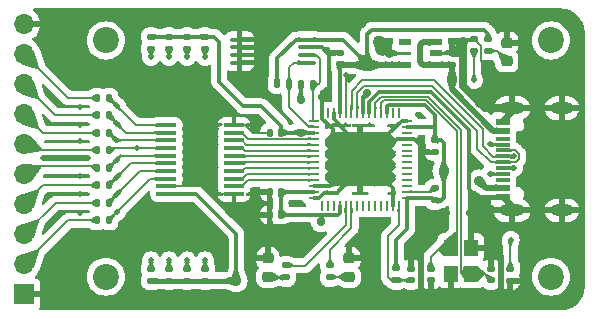
<source format=gtl>
%TF.GenerationSoftware,KiCad,Pcbnew,7.0.5*%
%TF.CreationDate,2023-06-29T17:46:53+08:00*%
%TF.ProjectId,UINIO-Logic-24MHz,55494e49-4f2d-44c6-9f67-69632d32344d,Version 3.1.0*%
%TF.SameCoordinates,PX9259d20PY589b1b0*%
%TF.FileFunction,Copper,L1,Top*%
%TF.FilePolarity,Positive*%
%FSLAX46Y46*%
G04 Gerber Fmt 4.6, Leading zero omitted, Abs format (unit mm)*
G04 Created by KiCad (PCBNEW 7.0.5) date 2023-06-29 17:46:53*
%MOMM*%
%LPD*%
G01*
G04 APERTURE LIST*
G04 Aperture macros list*
%AMRoundRect*
0 Rectangle with rounded corners*
0 $1 Rounding radius*
0 $2 $3 $4 $5 $6 $7 $8 $9 X,Y pos of 4 corners*
0 Add a 4 corners polygon primitive as box body*
4,1,4,$2,$3,$4,$5,$6,$7,$8,$9,$2,$3,0*
0 Add four circle primitives for the rounded corners*
1,1,$1+$1,$2,$3*
1,1,$1+$1,$4,$5*
1,1,$1+$1,$6,$7*
1,1,$1+$1,$8,$9*
0 Add four rect primitives between the rounded corners*
20,1,$1+$1,$2,$3,$4,$5,0*
20,1,$1+$1,$4,$5,$6,$7,0*
20,1,$1+$1,$6,$7,$8,$9,0*
20,1,$1+$1,$8,$9,$2,$3,0*%
G04 Aperture macros list end*
%TA.AperFunction,ComponentPad*%
%ADD10C,2.200000*%
%TD*%
%TA.AperFunction,SMDPad,CuDef*%
%ADD11RoundRect,0.100000X-0.637500X-0.100000X0.637500X-0.100000X0.637500X0.100000X-0.637500X0.100000X0*%
%TD*%
%TA.AperFunction,SMDPad,CuDef*%
%ADD12RoundRect,0.140000X-0.170000X0.140000X-0.170000X-0.140000X0.170000X-0.140000X0.170000X0.140000X0*%
%TD*%
%TA.AperFunction,SMDPad,CuDef*%
%ADD13RoundRect,0.135000X-0.185000X0.135000X-0.185000X-0.135000X0.185000X-0.135000X0.185000X0.135000X0*%
%TD*%
%TA.AperFunction,SMDPad,CuDef*%
%ADD14RoundRect,0.140000X0.140000X0.170000X-0.140000X0.170000X-0.140000X-0.170000X0.140000X-0.170000X0*%
%TD*%
%TA.AperFunction,SMDPad,CuDef*%
%ADD15RoundRect,0.135000X0.185000X-0.135000X0.185000X0.135000X-0.185000X0.135000X-0.185000X-0.135000X0*%
%TD*%
%TA.AperFunction,SMDPad,CuDef*%
%ADD16RoundRect,0.062500X-0.062500X0.375000X-0.062500X-0.375000X0.062500X-0.375000X0.062500X0.375000X0*%
%TD*%
%TA.AperFunction,SMDPad,CuDef*%
%ADD17RoundRect,0.062500X-0.375000X0.062500X-0.375000X-0.062500X0.375000X-0.062500X0.375000X0.062500X0*%
%TD*%
%TA.AperFunction,ComponentPad*%
%ADD18C,0.500000*%
%TD*%
%TA.AperFunction,SMDPad,CuDef*%
%ADD19RoundRect,0.252000X-2.348000X1.998000X-2.348000X-1.998000X2.348000X-1.998000X2.348000X1.998000X0*%
%TD*%
%TA.AperFunction,ComponentPad*%
%ADD20O,2.100000X1.000000*%
%TD*%
%TA.AperFunction,ComponentPad*%
%ADD21O,1.900000X1.000000*%
%TD*%
%TA.AperFunction,SMDPad,CuDef*%
%ADD22R,1.150000X0.600000*%
%TD*%
%TA.AperFunction,SMDPad,CuDef*%
%ADD23R,1.150000X0.300000*%
%TD*%
%TA.AperFunction,SMDPad,CuDef*%
%ADD24RoundRect,0.218750X-0.256250X0.218750X-0.256250X-0.218750X0.256250X-0.218750X0.256250X0.218750X0*%
%TD*%
%TA.AperFunction,SMDPad,CuDef*%
%ADD25RoundRect,0.135000X0.135000X0.185000X-0.135000X0.185000X-0.135000X-0.185000X0.135000X-0.185000X0*%
%TD*%
%TA.AperFunction,SMDPad,CuDef*%
%ADD26R,1.200000X1.400000*%
%TD*%
%TA.AperFunction,SMDPad,CuDef*%
%ADD27RoundRect,0.140000X0.170000X-0.140000X0.170000X0.140000X-0.170000X0.140000X-0.170000X-0.140000X0*%
%TD*%
%TA.AperFunction,SMDPad,CuDef*%
%ADD28RoundRect,0.135000X-0.135000X-0.185000X0.135000X-0.185000X0.135000X0.185000X-0.135000X0.185000X0*%
%TD*%
%TA.AperFunction,SMDPad,CuDef*%
%ADD29O,1.742000X0.364000*%
%TD*%
%TA.AperFunction,ComponentPad*%
%ADD30R,1.700000X1.700000*%
%TD*%
%TA.AperFunction,ComponentPad*%
%ADD31O,1.700000X1.700000*%
%TD*%
%TA.AperFunction,SMDPad,CuDef*%
%ADD32R,1.000000X0.600000*%
%TD*%
%TA.AperFunction,ViaPad*%
%ADD33C,0.700000*%
%TD*%
%TA.AperFunction,ViaPad*%
%ADD34C,0.500000*%
%TD*%
%TA.AperFunction,ViaPad*%
%ADD35C,0.900000*%
%TD*%
%TA.AperFunction,ViaPad*%
%ADD36C,1.100000*%
%TD*%
%TA.AperFunction,Conductor*%
%ADD37C,0.300000*%
%TD*%
%TA.AperFunction,Conductor*%
%ADD38C,0.200000*%
%TD*%
%TA.AperFunction,Conductor*%
%ADD39C,0.800000*%
%TD*%
%TA.AperFunction,Conductor*%
%ADD40C,0.700000*%
%TD*%
%TA.AperFunction,Conductor*%
%ADD41C,0.500000*%
%TD*%
%TA.AperFunction,Conductor*%
%ADD42C,0.600000*%
%TD*%
%TA.AperFunction,Conductor*%
%ADD43C,0.400000*%
%TD*%
G04 APERTURE END LIST*
D10*
%TO.P,HOLE2,*%
%TO.N,*%
X-17735000Y-22705000D03*
%TD*%
D11*
%TO.P,U1,1,A0*%
%TO.N,GND*%
X-6437500Y-2640000D03*
%TO.P,U1,2,A1*%
X-6437500Y-3290000D03*
%TO.P,U1,3,A2*%
X-6437500Y-3940000D03*
%TO.P,U1,4,GND*%
X-6437500Y-4590000D03*
%TO.P,U1,5,SDA*%
%TO.N,/I2C_SDA*%
X-712500Y-4590000D03*
%TO.P,U1,6,SCL*%
%TO.N,/I2C_SCL*%
X-712500Y-3940000D03*
%TO.P,U1,7,WP*%
%TO.N,GND*%
X-712500Y-3290000D03*
%TO.P,U1,8,VCC*%
%TO.N,+3.3V*%
X-712500Y-2640000D03*
%TD*%
D12*
%TO.P,C1,1*%
%TO.N,GND*%
X11565000Y-3785000D03*
%TO.P,C1,2*%
%TO.N,+5V*%
X11565000Y-4745000D03*
%TD*%
D10*
%TO.P,HOLE4,*%
%TO.N,*%
X19945000Y-22705000D03*
%TD*%
D13*
%TO.P,R16,1*%
%TO.N,+3.3V*%
X-13925000Y-2385000D03*
%TO.P,R16,2*%
%TO.N,/INPUT8*%
X-13925000Y-3405000D03*
%TD*%
%TO.P,R20,1*%
%TO.N,Net-(U4-WAKEUP)*%
X10105000Y-15235000D03*
%TO.P,R20,2*%
%TO.N,+3.3V*%
X10105000Y-16255000D03*
%TD*%
D14*
%TO.P,C5,1*%
%TO.N,+3.3V*%
X-2915000Y-15525000D03*
%TO.P,C5,2*%
%TO.N,GND*%
X-3875000Y-15525000D03*
%TD*%
D13*
%TO.P,R24,1*%
%TO.N,Net-(USB1-CC1)*%
X16505000Y-22015000D03*
%TO.P,R24,2*%
%TO.N,GND*%
X16505000Y-23035000D03*
%TD*%
D15*
%TO.P,R11,1*%
%TO.N,+3.3V*%
X-10860716Y-23055000D03*
%TO.P,R11,2*%
%TO.N,/INPUT3*%
X-10860716Y-22035000D03*
%TD*%
D16*
%TO.P,U4,1,RDY0/SLRD*%
%TO.N,unconnected-(U4-RDY0{slash}SLRD-Pad1)*%
X7055000Y-8837500D03*
%TO.P,U4,2,RDY1/SLWR*%
%TO.N,unconnected-(U4-RDY1{slash}SLWR-Pad2)*%
X6555000Y-8837500D03*
%TO.P,U4,3,AVCC*%
%TO.N,+3.3V*%
X6055000Y-8837500D03*
%TO.P,U4,4,XTALOUT*%
%TO.N,Net-(U4-XTALOUT)*%
X5555000Y-8837500D03*
%TO.P,U4,5,XTALIN*%
%TO.N,Net-(U4-XTALIN)*%
X5055000Y-8837500D03*
%TO.P,U4,6,AGND*%
%TO.N,GND*%
X4555000Y-8837500D03*
%TO.P,U4,7,AVCC*%
%TO.N,+3.3V*%
X4055000Y-8837500D03*
%TO.P,U4,8,D+*%
%TO.N,/USB_Data+*%
X3555000Y-8837500D03*
%TO.P,U4,9,D-*%
%TO.N,/USB_Data-*%
X3055000Y-8837500D03*
%TO.P,U4,10,AGND*%
%TO.N,GND*%
X2555000Y-8837500D03*
%TO.P,U4,11,VCC*%
%TO.N,+3.3V*%
X2055000Y-8837500D03*
%TO.P,U4,12,GND*%
%TO.N,GND*%
X1555000Y-8837500D03*
%TO.P,U4,13,IFCLK*%
%TO.N,unconnected-(U4-IFCLK-Pad13)*%
X1055000Y-8837500D03*
%TO.P,U4,14,RESERVED*%
%TO.N,GND*%
X555000Y-8837500D03*
D17*
%TO.P,U4,15,SCL*%
%TO.N,/I2C_SCL*%
X-132500Y-9525000D03*
%TO.P,U4,16,SDA*%
%TO.N,/I2C_SDA*%
X-132500Y-10025000D03*
%TO.P,U4,17,VCC*%
%TO.N,+3.3V*%
X-132500Y-10525000D03*
%TO.P,U4,18,PB0/FD0*%
%TO.N,/PB0*%
X-132500Y-11025000D03*
%TO.P,U4,19,PB1/FD1*%
%TO.N,/PB1*%
X-132500Y-11525000D03*
%TO.P,U4,20,PB2/FD2*%
%TO.N,/PB2*%
X-132500Y-12025000D03*
%TO.P,U4,21,PB3/FD3*%
%TO.N,/PB3*%
X-132500Y-12525000D03*
%TO.P,U4,22,PB4/FD4*%
%TO.N,/PB4*%
X-132500Y-13025000D03*
%TO.P,U4,23,PB5/FD5*%
%TO.N,/PB5*%
X-132500Y-13525000D03*
%TO.P,U4,24,PB6/FD6*%
%TO.N,/PB6*%
X-132500Y-14025000D03*
%TO.P,U4,25,PB7/FD7*%
%TO.N,/PB7*%
X-132500Y-14525000D03*
%TO.P,U4,26,GND*%
%TO.N,GND*%
X-132500Y-15025000D03*
%TO.P,U4,27,VCC*%
%TO.N,+3.3V*%
X-132500Y-15525000D03*
%TO.P,U4,28,GND*%
%TO.N,GND*%
X-132500Y-16025000D03*
D16*
%TO.P,U4,29,CTL0/FLAGA*%
%TO.N,unconnected-(U4-CTL0{slash}FLAGA-Pad29)*%
X555000Y-16712500D03*
%TO.P,U4,30,CTL1/FLAGB*%
%TO.N,unconnected-(U4-CTL1{slash}FLAGB-Pad30)*%
X1055000Y-16712500D03*
%TO.P,U4,31,CTL2/FLAGC*%
%TO.N,unconnected-(U4-CTL2{slash}FLAGC-Pad31)*%
X1555000Y-16712500D03*
%TO.P,U4,32,VCC*%
%TO.N,+3.3V*%
X2055000Y-16712500D03*
%TO.P,U4,33,PA0/~{INT0}*%
%TO.N,Net-(U4-PA0{slash}~{INT0})*%
X2555000Y-16712500D03*
%TO.P,U4,34,PA1/~{INT1}*%
%TO.N,Net-(U4-PA1{slash}~{INT1})*%
X3055000Y-16712500D03*
%TO.P,U4,35,PA2/SLOE*%
%TO.N,unconnected-(U4-PA2{slash}SLOE-Pad35)*%
X3555000Y-16712500D03*
%TO.P,U4,36,PA3/WU2*%
%TO.N,unconnected-(U4-PA3{slash}WU2-Pad36)*%
X4055000Y-16712500D03*
%TO.P,U4,37,PA4/FIOADDR0*%
%TO.N,unconnected-(U4-PA4{slash}FIOADDR0-Pad37)*%
X4555000Y-16712500D03*
%TO.P,U4,38,PA5/FIOADDR1*%
%TO.N,unconnected-(U4-PA5{slash}FIOADDR1-Pad38)*%
X5055000Y-16712500D03*
%TO.P,U4,39,PA6/PKTEND*%
%TO.N,unconnected-(U4-PA6{slash}PKTEND-Pad39)*%
X5555000Y-16712500D03*
%TO.P,U4,40,PA7/FLAGD/~{SLCS}*%
%TO.N,unconnected-(U4-PA7{slash}FLAGD{slash}~{SLCS}-Pad40)*%
X6055000Y-16712500D03*
%TO.P,U4,41,GND*%
%TO.N,GND*%
X6555000Y-16712500D03*
%TO.P,U4,42,~{RESET}*%
%TO.N,Net-(U4-~{RESET})*%
X7055000Y-16712500D03*
D17*
%TO.P,U4,43,VCC*%
%TO.N,+3.3V*%
X7742500Y-16025000D03*
%TO.P,U4,44,WAKEUP*%
%TO.N,Net-(U4-WAKEUP)*%
X7742500Y-15525000D03*
%TO.P,U4,45,PD0/FD8*%
%TO.N,unconnected-(U4-PD0{slash}FD8-Pad45)*%
X7742500Y-15025000D03*
%TO.P,U4,46,PD1/FD9*%
%TO.N,unconnected-(U4-PD1{slash}FD9-Pad46)*%
X7742500Y-14525000D03*
%TO.P,U4,47,PD2/FD10*%
%TO.N,unconnected-(U4-PD2{slash}FD10-Pad47)*%
X7742500Y-14025000D03*
%TO.P,U4,48,PD3/FD11*%
%TO.N,unconnected-(U4-PD3{slash}FD11-Pad48)*%
X7742500Y-13525000D03*
%TO.P,U4,49,PD4/FD12*%
%TO.N,unconnected-(U4-PD4{slash}FD12-Pad49)*%
X7742500Y-13025000D03*
%TO.P,U4,50,PD5/FD13*%
%TO.N,unconnected-(U4-PD5{slash}FD13-Pad50)*%
X7742500Y-12525000D03*
%TO.P,U4,51,PD6/FD14*%
%TO.N,unconnected-(U4-PD6{slash}FD14-Pad51)*%
X7742500Y-12025000D03*
%TO.P,U4,52,PD7/FD15*%
%TO.N,unconnected-(U4-PD7{slash}FD15-Pad52)*%
X7742500Y-11525000D03*
%TO.P,U4,53,GND*%
%TO.N,GND*%
X7742500Y-11025000D03*
%TO.P,U4,54,CLKOUT*%
%TO.N,unconnected-(U4-CLKOUT-Pad54)*%
X7742500Y-10525000D03*
%TO.P,U4,55,VCC*%
%TO.N,+3.3V*%
X7742500Y-10025000D03*
%TO.P,U4,56,GND*%
%TO.N,GND*%
X7742500Y-9525000D03*
D18*
%TO.P,U4,57,EP*%
X6155000Y-10775000D03*
X4980000Y-10775000D03*
X3805000Y-10775000D03*
X2630000Y-10775000D03*
X1455000Y-10775000D03*
X6155000Y-11775000D03*
X4980000Y-11775000D03*
X3805000Y-11775000D03*
X2630000Y-11775000D03*
X1455000Y-11775000D03*
X6155000Y-12775000D03*
X4980000Y-12775000D03*
X3805000Y-12775000D03*
D19*
X3805000Y-12775000D03*
D18*
X2630000Y-12775000D03*
X1455000Y-12775000D03*
X6155000Y-13775000D03*
X4980000Y-13775000D03*
X3805000Y-13775000D03*
X2630000Y-13775000D03*
X1455000Y-13775000D03*
X6155000Y-14775000D03*
X4980000Y-14775000D03*
X3805000Y-14775000D03*
X2630000Y-14775000D03*
X1455000Y-14775000D03*
%TD*%
D15*
%TO.P,R19,1*%
%TO.N,Net-(D3-A)*%
X1225000Y-22775000D03*
%TO.P,R19,2*%
%TO.N,Net-(U4-PA1{slash}~{INT1})*%
X1225000Y-21755000D03*
%TD*%
D20*
%TO.P,USB1,13,GND*%
%TO.N,GND*%
X16666000Y-17095000D03*
%TO.P,USB1,14,GND*%
X16666000Y-8445000D03*
D21*
%TO.P,USB1,15,GND*%
X20866000Y-17095000D03*
%TO.P,USB1,16,GND*%
X20866000Y-8445000D03*
D22*
%TO.P,USB1,A1B12,GND*%
X15904000Y-15970000D03*
%TO.P,USB1,A4B9,VBUS*%
%TO.N,+5V*%
X15904000Y-15170000D03*
D23*
%TO.P,USB1,A5,CC1*%
%TO.N,Net-(USB1-CC1)*%
X15904000Y-14020000D03*
%TO.P,USB1,A6,DP1*%
%TO.N,/USB_Data+*%
X15904000Y-13020000D03*
%TO.P,USB1,A7,DN1*%
%TO.N,/USB_Data-*%
X15904000Y-12520000D03*
%TO.P,USB1,A8,SBU1*%
%TO.N,Net-(USB1-SBU1)*%
X15904000Y-11520000D03*
D22*
%TO.P,USB1,B1A12,GND*%
%TO.N,GND*%
X15904000Y-9570000D03*
%TO.P,USB1,B4A9,VBUS*%
%TO.N,+5V*%
X15904000Y-10370000D03*
D23*
%TO.P,USB1,B5,CC2*%
%TO.N,unconnected-(USB1-CC2-PadB5)*%
X15904000Y-11020000D03*
%TO.P,USB1,B6,DP2*%
%TO.N,/USB_Data+*%
X15904000Y-12020000D03*
%TO.P,USB1,B7,DN2*%
%TO.N,/USB_Data-*%
X15904000Y-13520000D03*
%TO.P,USB1,B8,SBU2*%
%TO.N,unconnected-(USB1-SBU2-PadB8)*%
X15904000Y-14520000D03*
%TD*%
D12*
%TO.P,C2,1*%
%TO.N,GND*%
X6235000Y-3785000D03*
%TO.P,C2,2*%
%TO.N,+3.3V*%
X6235000Y-4745000D03*
%TD*%
D24*
%TO.P,D1,1,K*%
%TO.N,GND*%
X16215000Y-2897500D03*
%TO.P,D1,2,A*%
%TO.N,Net-(D1-A)*%
X16215000Y-4472500D03*
%TD*%
D25*
%TO.P,R3,1*%
%TO.N,/INPUT6*%
X-17475000Y-10520714D03*
%TO.P,R3,2*%
%TO.N,Net-(J1-Pin_7)*%
X-18495000Y-10520714D03*
%TD*%
D24*
%TO.P,D3,1,K*%
%TO.N,GND*%
X2850000Y-21157500D03*
%TO.P,D3,2,A*%
%TO.N,Net-(D3-A)*%
X2850000Y-22732500D03*
%TD*%
%TO.P,D2,1,K*%
%TO.N,GND*%
X-4015000Y-21157500D03*
%TO.P,D2,2,A*%
%TO.N,Net-(D2-A)*%
X-4015000Y-22732500D03*
%TD*%
D14*
%TO.P,C4,1*%
%TO.N,+3.3V*%
X-2915000Y-17455000D03*
%TO.P,C4,2*%
%TO.N,GND*%
X-3875000Y-17455000D03*
%TD*%
D25*
%TO.P,R8,1*%
%TO.N,/INPUT1*%
X-17475000Y-17935000D03*
%TO.P,R8,2*%
%TO.N,Net-(J1-Pin_2)*%
X-18495000Y-17935000D03*
%TD*%
D15*
%TO.P,R18,1*%
%TO.N,Net-(D2-A)*%
X-2475000Y-22775000D03*
%TO.P,R18,2*%
%TO.N,Net-(U4-PA0{slash}~{INT0})*%
X-2475000Y-21755000D03*
%TD*%
D25*
%TO.P,R5,1*%
%TO.N,/INPUT4*%
X-17475000Y-13486428D03*
%TO.P,R5,2*%
%TO.N,Net-(J1-Pin_5)*%
X-18495000Y-13486428D03*
%TD*%
%TO.P,R4,1*%
%TO.N,/INPUT5*%
X-17475000Y-12003571D03*
%TO.P,R4,2*%
%TO.N,Net-(J1-Pin_6)*%
X-18495000Y-12003571D03*
%TD*%
D13*
%TO.P,R13,1*%
%TO.N,+3.3V*%
X-9328568Y-2385000D03*
%TO.P,R13,2*%
%TO.N,/INPUT5*%
X-9328568Y-3405000D03*
%TD*%
D26*
%TO.P,Y1,1,1*%
%TO.N,Net-(U4-XTALIN)*%
X13165000Y-22445000D03*
%TO.P,Y1,2,2*%
%TO.N,GND*%
X13165000Y-20245000D03*
%TO.P,Y1,3,3*%
%TO.N,Net-(U4-XTALOUT)*%
X11465000Y-20245000D03*
%TO.P,Y1,4,4*%
%TO.N,GND*%
X11465000Y-22445000D03*
%TD*%
D12*
%TO.P,C10,1*%
%TO.N,GND*%
X8135000Y-22055000D03*
%TO.P,C10,2*%
%TO.N,Net-(U4-~{RESET})*%
X8135000Y-23015000D03*
%TD*%
D15*
%TO.P,R17,1*%
%TO.N,Net-(D1-A)*%
X14645000Y-3615000D03*
%TO.P,R17,2*%
%TO.N,+3.3V*%
X14645000Y-2595000D03*
%TD*%
D25*
%TO.P,R2,1*%
%TO.N,/INPUT7*%
X-17475000Y-9037857D03*
%TO.P,R2,2*%
%TO.N,Net-(J1-Pin_8)*%
X-18495000Y-9037857D03*
%TD*%
D27*
%TO.P,C3,1*%
%TO.N,+3.3V*%
X2055000Y-4735000D03*
%TO.P,C3,2*%
%TO.N,GND*%
X2055000Y-3775000D03*
%TD*%
D12*
%TO.P,C9,1*%
%TO.N,GND*%
X14895000Y-22055000D03*
%TO.P,C9,2*%
%TO.N,Net-(U4-XTALIN)*%
X14895000Y-23015000D03*
%TD*%
D10*
%TO.P,HOLE3,*%
%TO.N,*%
X19945000Y-2705000D03*
%TD*%
D15*
%TO.P,R9,1*%
%TO.N,+3.3V*%
X-13925000Y-23055000D03*
%TO.P,R9,2*%
%TO.N,/INPUT1*%
X-13925000Y-22035000D03*
%TD*%
D25*
%TO.P,R1,1*%
%TO.N,/INPUT8*%
X-17475000Y-7555000D03*
%TO.P,R1,2*%
%TO.N,Net-(J1-Pin_9)*%
X-18495000Y-7555000D03*
%TD*%
D28*
%TO.P,R22,1*%
%TO.N,+3.3V*%
X-1245000Y-6375000D03*
%TO.P,R22,2*%
%TO.N,/I2C_SCL*%
X-225000Y-6375000D03*
%TD*%
D25*
%TO.P,R7,1*%
%TO.N,/INPUT2*%
X-17475000Y-16452142D03*
%TO.P,R7,2*%
%TO.N,Net-(J1-Pin_3)*%
X-18495000Y-16452142D03*
%TD*%
D12*
%TO.P,C7,1*%
%TO.N,+3.3V*%
X10105000Y-11175000D03*
%TO.P,C7,2*%
%TO.N,GND*%
X10105000Y-12135000D03*
%TD*%
D28*
%TO.P,R21,1*%
%TO.N,+3.3V*%
X-3265000Y-6375000D03*
%TO.P,R21,2*%
%TO.N,/I2C_SDA*%
X-2245000Y-6375000D03*
%TD*%
D14*
%TO.P,C6,1*%
%TO.N,+3.3V*%
X-2905000Y-10515000D03*
%TO.P,C6,2*%
%TO.N,GND*%
X-3865000Y-10515000D03*
%TD*%
D29*
%TO.P,U2,1,DIR*%
%TO.N,GND*%
X-6874000Y-15700000D03*
%TO.P,U2,2,A1*%
%TO.N,/PB7*%
X-6874000Y-15050000D03*
%TO.P,U2,3,A2*%
%TO.N,/PB6*%
X-6874000Y-14400000D03*
%TO.P,U2,4,A3*%
%TO.N,/PB5*%
X-6874000Y-13750000D03*
%TO.P,U2,5,A4*%
%TO.N,/PB4*%
X-6874000Y-13100000D03*
%TO.P,U2,6,A5*%
%TO.N,/PB3*%
X-6874000Y-12450000D03*
%TO.P,U2,7,A6*%
%TO.N,/PB2*%
X-6874000Y-11800000D03*
%TO.P,U2,8,A7*%
%TO.N,/PB1*%
X-6874000Y-11150000D03*
%TO.P,U2,9,A8*%
%TO.N,/PB0*%
X-6874000Y-10500000D03*
%TO.P,U2,10,GND*%
%TO.N,GND*%
X-6874000Y-9850000D03*
%TO.P,U2,11,B8*%
%TO.N,/INPUT8*%
X-12616000Y-9850000D03*
%TO.P,U2,12,B7*%
%TO.N,/INPUT7*%
X-12616000Y-10500000D03*
%TO.P,U2,13,B6*%
%TO.N,/INPUT6*%
X-12616000Y-11150000D03*
%TO.P,U2,14,B5*%
%TO.N,/INPUT5*%
X-12616000Y-11800000D03*
%TO.P,U2,15,B4*%
%TO.N,/INPUT4*%
X-12616000Y-12450000D03*
%TO.P,U2,16,B3*%
%TO.N,/INPUT3*%
X-12616000Y-13100000D03*
%TO.P,U2,17,B2*%
%TO.N,/INPUT2*%
X-12616000Y-13750000D03*
%TO.P,U2,18,B1*%
%TO.N,/INPUT1*%
X-12616000Y-14400000D03*
%TO.P,U2,19,/OE*%
%TO.N,GND*%
X-12616000Y-15050000D03*
%TO.P,U2,20,VCC*%
%TO.N,+3.3V*%
X-12616000Y-15700000D03*
%TD*%
D13*
%TO.P,R15,1*%
%TO.N,+3.3V*%
X-12392852Y-2385000D03*
%TO.P,R15,2*%
%TO.N,/INPUT7*%
X-12392852Y-3405000D03*
%TD*%
D30*
%TO.P,J1,1,Pin_1*%
%TO.N,GND*%
X-24640000Y-24200000D03*
D31*
%TO.P,J1,2,Pin_2*%
%TO.N,Net-(J1-Pin_2)*%
X-24640000Y-21660000D03*
%TO.P,J1,3,Pin_3*%
%TO.N,Net-(J1-Pin_3)*%
X-24640000Y-19120000D03*
%TO.P,J1,4,Pin_4*%
%TO.N,Net-(J1-Pin_4)*%
X-24640000Y-16580000D03*
%TO.P,J1,5,Pin_5*%
%TO.N,Net-(J1-Pin_5)*%
X-24640000Y-14040000D03*
%TO.P,J1,6,Pin_6*%
%TO.N,Net-(J1-Pin_6)*%
X-24640000Y-11500000D03*
%TO.P,J1,7,Pin_7*%
%TO.N,Net-(J1-Pin_7)*%
X-24640000Y-8960000D03*
%TO.P,J1,8,Pin_8*%
%TO.N,Net-(J1-Pin_8)*%
X-24640000Y-6420000D03*
%TO.P,J1,9,Pin_9*%
%TO.N,Net-(J1-Pin_9)*%
X-24640000Y-3880000D03*
%TO.P,J1,10,Pin_10*%
%TO.N,GND*%
X-24640000Y-1340000D03*
%TD*%
D15*
%TO.P,R12,1*%
%TO.N,+3.3V*%
X-9328574Y-23055000D03*
%TO.P,R12,2*%
%TO.N,/INPUT4*%
X-9328574Y-22035000D03*
%TD*%
%TO.P,R10,1*%
%TO.N,+3.3V*%
X-12392858Y-23055000D03*
%TO.P,R10,2*%
%TO.N,/INPUT2*%
X-12392858Y-22035000D03*
%TD*%
D13*
%TO.P,R14,1*%
%TO.N,+3.3V*%
X-10860710Y-2385000D03*
%TO.P,R14,2*%
%TO.N,/INPUT6*%
X-10860710Y-3405000D03*
%TD*%
D15*
%TO.P,R25,1*%
%TO.N,Net-(USB1-SBU1)*%
X13425000Y-3615000D03*
%TO.P,R25,2*%
%TO.N,GND*%
X13425000Y-2595000D03*
%TD*%
%TO.P,R23,1*%
%TO.N,Net-(U4-~{RESET})*%
X6845000Y-23025000D03*
%TO.P,R23,2*%
%TO.N,+3.3V*%
X6845000Y-22005000D03*
%TD*%
D10*
%TO.P,HOLE1,*%
%TO.N,*%
X-17735000Y-2705000D03*
%TD*%
D27*
%TO.P,C8,1*%
%TO.N,GND*%
X9755000Y-23005000D03*
%TO.P,C8,2*%
%TO.N,Net-(U4-XTALOUT)*%
X9755000Y-22045000D03*
%TD*%
D32*
%TO.P,U3,1,Vin*%
%TO.N,+5V*%
X10200000Y-4757000D03*
%TO.P,U3,2,Vss*%
%TO.N,GND*%
X10200000Y-3807000D03*
%TO.P,U3,3,CE*%
%TO.N,+5V*%
X10200000Y-2857000D03*
%TO.P,U3,4,NC*%
%TO.N,unconnected-(U3-NC-Pad4)*%
X7600000Y-2857000D03*
%TO.P,U3,5,Vout*%
%TO.N,+3.3V*%
X7600000Y-4757000D03*
%TD*%
D25*
%TO.P,R6,1*%
%TO.N,/INPUT3*%
X-17475000Y-14969285D03*
%TO.P,R6,2*%
%TO.N,Net-(J1-Pin_4)*%
X-18495000Y-14969285D03*
%TD*%
D33*
%TO.N,GND*%
X11075000Y-17335000D03*
D34*
X8945000Y-24015000D03*
X13895000Y-13365000D03*
X15685000Y-20945000D03*
D35*
X12475000Y-2875000D03*
D34*
X-19925000Y-11245000D03*
X-19925000Y-15735000D03*
D35*
X13945000Y-7995000D03*
D34*
X2554500Y-5605000D03*
D33*
X13095000Y-17325000D03*
D34*
X-19225000Y-12685000D03*
X14675000Y-5125000D03*
X8855000Y-8975000D03*
D33*
X555000Y-7455000D03*
D34*
X-19925000Y-17275000D03*
X-2035000Y-16445000D03*
X-19925000Y-9855000D03*
X-23025000Y-12685000D03*
D36*
X5395000Y-2815000D03*
D34*
X8945000Y-20945000D03*
X-19925000Y-8305000D03*
X-19925000Y-14185000D03*
X15685000Y-24015000D03*
D35*
%TO.N,+5V*%
X13890000Y-14580000D03*
X11565000Y-6065000D03*
D33*
%TO.N,+3.3V*%
X495000Y-18085000D03*
X-1245000Y-10515000D03*
D35*
X-6695000Y-23055000D03*
D33*
X4411444Y-7131444D03*
D35*
X10865000Y-13765000D03*
D36*
X4405000Y-4745000D03*
D33*
X-1245000Y-7705000D03*
D34*
%TO.N,/USB_Data-*%
X16805000Y-12525000D03*
X16805000Y-13495000D03*
%TO.N,/INPUT1*%
X-16805000Y-17195000D03*
X-13925000Y-21335000D03*
%TO.N,/INPUT2*%
X-16785000Y-15725000D03*
X-12395000Y-21335000D03*
%TO.N,/INPUT3*%
X-16815000Y-14275000D03*
X-10855000Y-21335000D03*
%TO.N,/INPUT4*%
X-16820000Y-12800000D03*
X-9335000Y-21335000D03*
%TO.N,/INPUT5*%
X-9315000Y-4105000D03*
X-15090000Y-11800000D03*
%TO.N,/INPUT6*%
X-10855000Y-4105000D03*
X-16875000Y-11150000D03*
%TO.N,/INPUT7*%
X-16780000Y-9740000D03*
X-12385000Y-4095000D03*
%TO.N,/INPUT8*%
X-16835000Y-8225000D03*
X-13915000Y-4095000D03*
%TO.N,Net-(USB1-CC1)*%
X16535000Y-19595000D03*
X14785000Y-14005000D03*
%TO.N,Net-(USB1-SBU1)*%
X14785000Y-11505000D03*
X13425000Y-6065000D03*
%TD*%
D37*
%TO.N,GND*%
X1145000Y-3855000D02*
X580000Y-3290000D01*
X13045000Y-15285000D02*
X13705000Y-15945000D01*
D38*
X-12616000Y-15050000D02*
X-9580000Y-15050000D01*
X14035000Y-4485000D02*
X14035000Y-3205000D01*
D39*
X5395000Y-2945000D02*
X5395000Y-2815000D01*
D37*
X6155000Y-14785000D02*
X6555000Y-15185000D01*
X7742500Y-9525000D02*
X7295000Y-9525000D01*
D40*
X12475000Y-2875000D02*
X12475000Y-3875000D01*
D37*
X6905000Y-11025000D02*
X6155000Y-11775000D01*
X1145000Y-6865000D02*
X1145000Y-3855000D01*
X555000Y-7455000D02*
X1145000Y-6865000D01*
X6555000Y-15185000D02*
X6555000Y-16712500D01*
D38*
X-5265000Y-10515000D02*
X-3865000Y-10515000D01*
X-6874000Y-9850000D02*
X-5930000Y-9850000D01*
D41*
X15925000Y-15945000D02*
X16666000Y-16686000D01*
X-23025000Y-12685000D02*
X-23015000Y-12695000D01*
D37*
X555000Y-7455000D02*
X555000Y-8837500D01*
D40*
X13945000Y-7995000D02*
X14375000Y-8425000D01*
D37*
X13045000Y-10315000D02*
X13045000Y-15285000D01*
X2630000Y-10420000D02*
X1555000Y-9345000D01*
X555000Y-9325000D02*
X1455000Y-10225000D01*
D38*
X14675000Y-5125000D02*
X14035000Y-4485000D01*
D40*
X12475000Y-3875000D02*
X12475000Y-6525000D01*
D37*
X7742500Y-11025000D02*
X8325000Y-11025000D01*
X7742500Y-11025000D02*
X6905000Y-11025000D01*
X4555000Y-8837500D02*
X4555000Y-7910026D01*
D40*
X12475000Y-6525000D02*
X13945000Y-7995000D01*
D37*
X580000Y-3290000D02*
X-712500Y-3290000D01*
X295000Y-16025000D02*
X695000Y-15625000D01*
X13705000Y-15945000D02*
X15904000Y-15945000D01*
D38*
X2555000Y-5605500D02*
X2555000Y-8837500D01*
D41*
X20866000Y-17070000D02*
X20866000Y-8420000D01*
D42*
X11565000Y-3785000D02*
X12475000Y-2875000D01*
D40*
X14375000Y-8425000D02*
X16661000Y-8425000D01*
D38*
X-8930000Y-15700000D02*
X-6874000Y-15700000D01*
D41*
X20866000Y-8420000D02*
X16666000Y-8420000D01*
D37*
X1455000Y-10225000D02*
X1455000Y-10775000D01*
X7295000Y-9525000D02*
X6155000Y-10665000D01*
D42*
X12385000Y-3785000D02*
X12475000Y-3875000D01*
D37*
X8325000Y-11025000D02*
X9435000Y-12135000D01*
X-132500Y-15025000D02*
X1205000Y-15025000D01*
D38*
X14035000Y-3205000D02*
X13425000Y-2595000D01*
D37*
X1205000Y-15025000D02*
X1455000Y-14775000D01*
X2630000Y-10775000D02*
X2630000Y-10420000D01*
D41*
X-23015000Y-12695000D02*
X-19235000Y-12695000D01*
D37*
X695000Y-15625000D02*
X1795000Y-15625000D01*
X9775000Y-7045000D02*
X13045000Y-10315000D01*
D42*
X11565000Y-3785000D02*
X12385000Y-3785000D01*
D37*
X1555000Y-9345000D02*
X1555000Y-8837500D01*
D38*
X-9580000Y-15050000D02*
X-8930000Y-15700000D01*
D37*
X1795000Y-15625000D02*
X2630000Y-14790000D01*
D41*
X16666000Y-16686000D02*
X16666000Y-17070000D01*
X16666000Y-17070000D02*
X20866000Y-17070000D01*
D39*
X6235000Y-3785000D02*
X5395000Y-2945000D01*
D41*
X-19235000Y-12695000D02*
X-19225000Y-12685000D01*
X8945000Y-20945000D02*
X8945000Y-24015000D01*
D38*
X-5930000Y-9850000D02*
X-5265000Y-10515000D01*
D37*
X555000Y-8837500D02*
X555000Y-9325000D01*
X9435000Y-12135000D02*
X10105000Y-12135000D01*
D38*
X2554500Y-5605000D02*
X2555000Y-5605500D01*
D37*
X-132500Y-16025000D02*
X295000Y-16025000D01*
D41*
X15685000Y-24015000D02*
X15685000Y-20945000D01*
X15905000Y-9545000D02*
X16666000Y-8784000D01*
X16666000Y-8784000D02*
X16666000Y-8420000D01*
D37*
X4555000Y-7910026D02*
X5420026Y-7045000D01*
X5420026Y-7045000D02*
X9775000Y-7045000D01*
X6155000Y-10665000D02*
X6155000Y-10775000D01*
D41*
%TO.N,+5V*%
X8895000Y-3055000D02*
X9093000Y-2857000D01*
X10200000Y-4757000D02*
X9127000Y-4757000D01*
X9093000Y-2857000D02*
X10200000Y-2857000D01*
X9127000Y-4757000D02*
X8895000Y-4525000D01*
X11565000Y-6065000D02*
X11565000Y-6855000D01*
X8895000Y-4525000D02*
X8895000Y-3055000D01*
X15055000Y-10345000D02*
X15904000Y-10345000D01*
X11565000Y-6065000D02*
X11565000Y-4745000D01*
X14480000Y-15170000D02*
X15904000Y-15170000D01*
X11565000Y-4745000D02*
X10212000Y-4745000D01*
X13890000Y-14580000D02*
X14480000Y-15170000D01*
X11565000Y-6855000D02*
X15055000Y-10345000D01*
D37*
%TO.N,+3.3V*%
X4405000Y-4745000D02*
X4405000Y-4675000D01*
X7795000Y-18655000D02*
X7795000Y-16077500D01*
X4405000Y-2165000D02*
X4765000Y-1805000D01*
X10665000Y-16255000D02*
X10105000Y-16255000D01*
X10105000Y-8989238D02*
X10105000Y-10125000D01*
X-2915000Y-17455000D02*
X555000Y-17455000D01*
X10855000Y-16065000D02*
X10665000Y-16255000D01*
X-2905000Y-10515000D02*
X-2905000Y-9935000D01*
X-712500Y-2640000D02*
X-1680000Y-2640000D01*
X10855000Y-13775000D02*
X10855000Y-16065000D01*
X7795000Y-16077500D02*
X7742500Y-16025000D01*
X9875000Y-16025000D02*
X10105000Y-16255000D01*
X-2905000Y-9935000D02*
X-4565000Y-8275000D01*
X-2915000Y-15525000D02*
X-2915000Y-17455000D01*
X-10080000Y-15700000D02*
X-6695000Y-19085000D01*
X6845000Y-19605000D02*
X7795000Y-18655000D01*
X10865000Y-11395000D02*
X10645000Y-11175000D01*
X10645000Y-11175000D02*
X10105000Y-11175000D01*
X7742500Y-16025000D02*
X9875000Y-16025000D01*
X2055000Y-4735000D02*
X2055000Y-8837500D01*
X-6095000Y-8275000D02*
X-8145000Y-6225000D01*
X4411444Y-7131444D02*
X4055000Y-7487888D01*
X14275000Y-1805000D02*
X14645000Y-2175000D01*
D41*
X4315000Y-4745000D02*
X2065000Y-4745000D01*
D37*
X-8145000Y-6225000D02*
X-8145000Y-2795000D01*
X7742500Y-10025000D02*
X10005000Y-10025000D01*
X-1245000Y-10515000D02*
X-142500Y-10515000D01*
X1905000Y-17455000D02*
X2055000Y-17305000D01*
X-1245000Y-7705000D02*
X-1245000Y-6375000D01*
X10105000Y-10125000D02*
X10105000Y-11175000D01*
X4405000Y-4745000D02*
X4405000Y-2165000D01*
X4765000Y-1805000D02*
X14275000Y-1805000D01*
X-3265000Y-4225000D02*
X-3265000Y-6375000D01*
X495000Y-18085000D02*
X495000Y-17515000D01*
X-1680000Y-2640000D02*
X-3265000Y-4225000D01*
X10865000Y-13765000D02*
X10865000Y-11395000D01*
X6205000Y-8135000D02*
X9250762Y-8135000D01*
X-8555000Y-2385000D02*
X-13925000Y-2385000D01*
X10005000Y-10025000D02*
X10105000Y-10125000D01*
X-8145000Y-2795000D02*
X-8555000Y-2385000D01*
X10865000Y-13765000D02*
X10855000Y-13775000D01*
X2370000Y-2640000D02*
X-712500Y-2640000D01*
X4055000Y-7487888D02*
X4055000Y-8837500D01*
X4405000Y-4745000D02*
X4405000Y-4685000D01*
X4405000Y-4675000D02*
X2370000Y-2640000D01*
X-12616000Y-15700000D02*
X-10080000Y-15700000D01*
X-6695000Y-19085000D02*
X-6695000Y-23055000D01*
X-4565000Y-8275000D02*
X-6095000Y-8275000D01*
X-11705000Y-2385000D02*
X-13925000Y-2385000D01*
X6845000Y-22005000D02*
X6845000Y-19605000D01*
X-2905000Y-10515000D02*
X-1245000Y-10515000D01*
X9250762Y-8135000D02*
X10105000Y-8989238D01*
X495000Y-17515000D02*
X555000Y-17455000D01*
X14645000Y-2175000D02*
X14645000Y-2595000D01*
X6055000Y-8837500D02*
X6055000Y-8285000D01*
X2055000Y-17305000D02*
X2055000Y-16712500D01*
X-142500Y-10515000D02*
X-132500Y-10525000D01*
X6055000Y-8285000D02*
X6205000Y-8135000D01*
D43*
X-6695000Y-23055000D02*
X-13925000Y-23055000D01*
D37*
X555000Y-17455000D02*
X1905000Y-17455000D01*
D41*
X7600000Y-4757000D02*
X6247000Y-4757000D01*
X6235000Y-4745000D02*
X4315000Y-4745000D01*
D37*
X-2915000Y-15525000D02*
X-132500Y-15525000D01*
X-11705000Y-2385000D02*
X-9328568Y-2385000D01*
D38*
%TO.N,Net-(U4-XTALOUT)*%
X9755000Y-22045000D02*
X9755000Y-21025000D01*
X9395736Y-7785000D02*
X5795000Y-7785000D01*
X11965000Y-10354264D02*
X9395736Y-7785000D01*
X9755000Y-21025000D02*
X10535000Y-20245000D01*
X5555000Y-8025000D02*
X5555000Y-8837500D01*
X11965000Y-19995000D02*
X11965000Y-10354264D01*
X10535000Y-20245000D02*
X11465000Y-20245000D01*
X5795000Y-7785000D02*
X5555000Y-8025000D01*
%TO.N,Net-(U4-XTALIN)*%
X5055000Y-8837500D02*
X5055000Y-8025000D01*
X12315000Y-22275000D02*
X12485000Y-22445000D01*
X12485000Y-22445000D02*
X13165000Y-22445000D01*
X9520000Y-7485000D02*
X12315000Y-10280000D01*
X13165000Y-22445000D02*
X14325000Y-22445000D01*
X5055000Y-8025000D02*
X5595000Y-7485000D01*
X12315000Y-10280000D02*
X12315000Y-22275000D01*
X14325000Y-22445000D02*
X14895000Y-23015000D01*
X5595000Y-7485000D02*
X9520000Y-7485000D01*
%TO.N,Net-(U4-~{RESET})*%
X6415000Y-23025000D02*
X6845000Y-23025000D01*
X7055000Y-18365000D02*
X6135000Y-19285000D01*
X6135000Y-19285000D02*
X6135000Y-22745000D01*
X6845000Y-23025000D02*
X8125000Y-23025000D01*
X6135000Y-22745000D02*
X6415000Y-23025000D01*
X7055000Y-16712500D02*
X7055000Y-18365000D01*
%TO.N,Net-(D1-A)*%
X14645000Y-3615000D02*
X15357500Y-3615000D01*
X15357500Y-3615000D02*
X16215000Y-4472500D01*
%TO.N,Net-(D2-A)*%
X-2475000Y-22785000D02*
X-4010000Y-22785000D01*
%TO.N,Net-(D3-A)*%
X1235000Y-22735000D02*
X2847500Y-22735000D01*
%TO.N,Net-(J1-Pin_2)*%
X-20915000Y-17935000D02*
X-24640000Y-21660000D01*
X-18495000Y-17935000D02*
X-20915000Y-17935000D01*
%TO.N,/PB7*%
X-132500Y-14525000D02*
X-5665000Y-14525000D01*
X-5665000Y-14525000D02*
X-6190000Y-15050000D01*
%TO.N,/PB5*%
X-5945000Y-13525000D02*
X-6170000Y-13750000D01*
X-132500Y-13525000D02*
X-5945000Y-13525000D01*
%TO.N,/PB3*%
X-137500Y-12530000D02*
X-6794000Y-12530000D01*
%TO.N,/PB1*%
X-5845000Y-11525000D02*
X-6220000Y-11150000D01*
X-132500Y-11525000D02*
X-5845000Y-11525000D01*
%TO.N,/PB6*%
X-132500Y-14025000D02*
X-5825000Y-14025000D01*
X-5825000Y-14025000D02*
X-6200000Y-14400000D01*
%TO.N,/PB4*%
X-132500Y-13025000D02*
X-6799000Y-13025000D01*
%TO.N,/PB2*%
X-132500Y-12025000D02*
X-5985000Y-12025000D01*
X-5985000Y-12025000D02*
X-6210000Y-11800000D01*
%TO.N,/PB0*%
X-5665000Y-11025000D02*
X-6190000Y-10500000D01*
X-132500Y-11025000D02*
X-5665000Y-11025000D01*
%TO.N,/I2C_SDA*%
X-1850000Y-4590000D02*
X-2245000Y-4985000D01*
X-575000Y-10025000D02*
X-132500Y-10025000D01*
X-2245000Y-6375000D02*
X-2245000Y-8355000D01*
X-712500Y-4590000D02*
X-1850000Y-4590000D01*
X-2245000Y-4985000D02*
X-2245000Y-6375000D01*
X-2245000Y-8355000D02*
X-575000Y-10025000D01*
%TO.N,/I2C_SCL*%
X285000Y-6375000D02*
X-225000Y-6375000D01*
X-225000Y-6375000D02*
X-225000Y-9432500D01*
X95000Y-3940000D02*
X435000Y-4280000D01*
X-225000Y-9432500D02*
X-132500Y-9525000D01*
X435000Y-4280000D02*
X435000Y-6225000D01*
X435000Y-6225000D02*
X285000Y-6375000D01*
X-712500Y-3940000D02*
X95000Y-3940000D01*
%TO.N,/USB_Data+*%
X17255000Y-12711397D02*
X16946397Y-13020000D01*
X15454000Y-12995000D02*
X14836800Y-12995000D01*
X9871800Y-6530000D02*
X4138200Y-6530000D01*
X14836800Y-12995000D02*
X13710000Y-11868200D01*
X3530000Y-8156249D02*
X3555000Y-8181249D01*
X13710000Y-11868200D02*
X13710000Y-10368200D01*
X16936397Y-12020000D02*
X17255000Y-12338603D01*
X3530000Y-7138200D02*
X3530000Y-8156249D01*
X17255000Y-12338603D02*
X17255000Y-12711397D01*
X13710000Y-10368200D02*
X9871800Y-6530000D01*
X15904000Y-12020000D02*
X16936397Y-12020000D01*
X16946397Y-13020000D02*
X15904000Y-13020000D01*
X4138200Y-6530000D02*
X3530000Y-7138200D01*
X3555000Y-8181249D02*
X3555000Y-8837500D01*
%TO.N,/USB_Data-*%
X3951800Y-6080000D02*
X3080000Y-6951800D01*
X15904000Y-12520000D02*
X16800000Y-12520000D01*
X3055000Y-8181249D02*
X3055000Y-8837500D01*
X3080000Y-6951800D02*
X3080000Y-8156249D01*
X10058200Y-6080000D02*
X3951800Y-6080000D01*
X15023200Y-12545000D02*
X14160000Y-11681800D01*
X14160000Y-11681800D02*
X14160000Y-10181800D01*
X15454000Y-12545000D02*
X15023200Y-12545000D01*
X16800000Y-12520000D02*
X16805000Y-12525000D01*
X14160000Y-10181800D02*
X10058200Y-6080000D01*
X16795000Y-13505000D02*
X15914000Y-13505000D01*
X16805000Y-13495000D02*
X16795000Y-13505000D01*
X3080000Y-8156249D02*
X3055000Y-8181249D01*
%TO.N,Net-(J1-Pin_3)*%
X-18495000Y-16452142D02*
X-21972142Y-16452142D01*
X-21972142Y-16452142D02*
X-24640000Y-19120000D01*
%TO.N,Net-(J1-Pin_4)*%
X-23029285Y-14969285D02*
X-24640000Y-16580000D01*
X-18495000Y-14969285D02*
X-23029285Y-14969285D01*
%TO.N,Net-(J1-Pin_5)*%
X-18606428Y-13375000D02*
X-23975000Y-13375000D01*
X-23975000Y-13375000D02*
X-24640000Y-14040000D01*
%TO.N,Net-(J1-Pin_6)*%
X-18495000Y-12003571D02*
X-24136429Y-12003571D01*
%TO.N,/INPUT1*%
X-13925000Y-22035000D02*
X-13925000Y-21335000D01*
X-12616000Y-14400000D02*
X-13990000Y-14400000D01*
X-13990000Y-14400000D02*
X-17475000Y-17885000D01*
%TO.N,/INPUT2*%
X-12392858Y-21337142D02*
X-12395000Y-21335000D01*
X-16785000Y-15725000D02*
X-17475000Y-16415000D01*
X-12392858Y-22035000D02*
X-12392858Y-21337142D01*
X-14810000Y-13750000D02*
X-16785000Y-15725000D01*
X-12616000Y-13750000D02*
X-14810000Y-13750000D01*
%TO.N,/INPUT3*%
X-12616000Y-13100000D02*
X-15640000Y-13100000D01*
X-16815000Y-14275000D02*
X-17475000Y-14935000D01*
X-10860716Y-21340716D02*
X-10855000Y-21335000D01*
X-15640000Y-13100000D02*
X-16815000Y-14275000D01*
X-10860716Y-22035000D02*
X-10860716Y-21340716D01*
%TO.N,/INPUT4*%
X-9328574Y-21341426D02*
X-9335000Y-21335000D01*
X-9328574Y-22035000D02*
X-9328574Y-21341426D01*
X-16470000Y-12450000D02*
X-12616000Y-12450000D01*
X-17475000Y-13455000D02*
X-16820000Y-12800000D01*
X-16820000Y-12800000D02*
X-16470000Y-12450000D01*
%TO.N,/INPUT5*%
X-9328568Y-4091432D02*
X-9315000Y-4105000D01*
X-17271429Y-11800000D02*
X-12616000Y-11800000D01*
X-9328568Y-3405000D02*
X-9328568Y-4091432D01*
X-17271429Y-11800000D02*
X-17475000Y-12003571D01*
%TO.N,/INPUT6*%
X-17475000Y-10550000D02*
X-16875000Y-11150000D01*
X-10860710Y-3405000D02*
X-10860710Y-4099290D01*
X-16875000Y-11150000D02*
X-12616000Y-11150000D01*
X-10860710Y-4099290D02*
X-10855000Y-4105000D01*
%TO.N,/INPUT7*%
X-12392852Y-4087148D02*
X-12385000Y-4095000D01*
X-16780000Y-9740000D02*
X-17475000Y-9045000D01*
X-12392852Y-3405000D02*
X-12392852Y-4087148D01*
X-16780000Y-9740000D02*
X-16020000Y-10500000D01*
X-16020000Y-10500000D02*
X-12616000Y-10500000D01*
%TO.N,/INPUT8*%
X-16835000Y-8225000D02*
X-15210000Y-9850000D01*
X-13925000Y-3405000D02*
X-13925000Y-4085000D01*
X-17475000Y-7585000D02*
X-16835000Y-8225000D01*
X-15210000Y-9850000D02*
X-12616000Y-9850000D01*
X-13925000Y-4085000D02*
X-13915000Y-4095000D01*
%TO.N,Net-(J1-Pin_7)*%
X-23079286Y-10520714D02*
X-24640000Y-8960000D01*
X-18495000Y-10520714D02*
X-23079286Y-10520714D01*
%TO.N,Net-(J1-Pin_8)*%
X-18495000Y-9037857D02*
X-22022143Y-9037857D01*
X-22022143Y-9037857D02*
X-24640000Y-6420000D01*
%TO.N,Net-(J1-Pin_9)*%
X-20965000Y-7555000D02*
X-24640000Y-3880000D01*
X-18495000Y-7555000D02*
X-20965000Y-7555000D01*
%TO.N,Net-(U4-PA0{slash}~{INT0})*%
X-845000Y-21765000D02*
X-2475000Y-21765000D01*
X2555000Y-16712500D02*
X2555000Y-18365000D01*
X2555000Y-18365000D02*
X-845000Y-21765000D01*
%TO.N,Net-(U4-PA1{slash}~{INT1})*%
X3055000Y-18585000D02*
X1235000Y-20405000D01*
X1235000Y-20405000D02*
X1235000Y-21745000D01*
X3055000Y-16712500D02*
X3055000Y-18585000D01*
%TO.N,Net-(U4-WAKEUP)*%
X7742500Y-15525000D02*
X9815000Y-15525000D01*
X9815000Y-15525000D02*
X10105000Y-15235000D01*
%TO.N,Net-(USB1-CC1)*%
X15904000Y-14020000D02*
X14800000Y-14020000D01*
X14800000Y-14020000D02*
X14785000Y-14005000D01*
X16515000Y-19615000D02*
X16515000Y-22005000D01*
X16535000Y-19595000D02*
X16515000Y-19615000D01*
%TO.N,Net-(USB1-SBU1)*%
X14800000Y-11520000D02*
X14785000Y-11505000D01*
X13425000Y-6065000D02*
X13425000Y-3615000D01*
X15904000Y-11520000D02*
X14800000Y-11520000D01*
%TD*%
%TA.AperFunction,Conductor*%
%TO.N,GND*%
G36*
X11324332Y-16713282D02*
G01*
X11354802Y-16776157D01*
X11356500Y-16796606D01*
X11356500Y-18628845D01*
X11336815Y-18695884D01*
X11308509Y-18726817D01*
X10942890Y-19010472D01*
X10877856Y-19036013D01*
X10866881Y-19036500D01*
X10816345Y-19036500D01*
X10755797Y-19043011D01*
X10755795Y-19043011D01*
X10618795Y-19094111D01*
X10501739Y-19181739D01*
X10414111Y-19298795D01*
X10363011Y-19435795D01*
X10363011Y-19435797D01*
X10357012Y-19491591D01*
X10330274Y-19556142D01*
X10323910Y-19563437D01*
X9907687Y-20004531D01*
X9907679Y-20004540D01*
X9872836Y-20045076D01*
X9872781Y-20045029D01*
X9863970Y-20055479D01*
X9355801Y-20563649D01*
X9349698Y-20569000D01*
X9321013Y-20591012D01*
X9296520Y-20622931D01*
X9223476Y-20718123D01*
X9223474Y-20718126D01*
X9162162Y-20866148D01*
X9160796Y-20876524D01*
X9146190Y-20987465D01*
X9146188Y-20987489D01*
X9142670Y-21014217D01*
X9141250Y-21025000D01*
X9144854Y-21052379D01*
X9145969Y-21060843D01*
X9146500Y-21068945D01*
X9146500Y-21316239D01*
X9131910Y-21374594D01*
X9093330Y-21446927D01*
X9044656Y-21538183D01*
X8995737Y-21588070D01*
X8927613Y-21603591D01*
X8861912Y-21579817D01*
X8828515Y-21542948D01*
X8814723Y-21519627D01*
X8814714Y-21519616D01*
X8700383Y-21405285D01*
X8700374Y-21405278D01*
X8561195Y-21322968D01*
X8561190Y-21322966D01*
X8405918Y-21277855D01*
X8405912Y-21277854D01*
X8385000Y-21276209D01*
X8385000Y-22102500D01*
X8365315Y-22169539D01*
X8312511Y-22215294D01*
X8261000Y-22226500D01*
X8009000Y-22226500D01*
X7941961Y-22206815D01*
X7896206Y-22154011D01*
X7885000Y-22102500D01*
X7885000Y-21276210D01*
X7884999Y-21276209D01*
X7864087Y-21277854D01*
X7864081Y-21277855D01*
X7708809Y-21322966D01*
X7708800Y-21322970D01*
X7690620Y-21333722D01*
X7622896Y-21350905D01*
X7556634Y-21328745D01*
X7512871Y-21274278D01*
X7503500Y-21226990D01*
X7503500Y-19929121D01*
X7523185Y-19862082D01*
X7539815Y-19841444D01*
X8199543Y-19181715D01*
X8212214Y-19171566D01*
X8212068Y-19171389D01*
X8218074Y-19166419D01*
X8218080Y-19166416D01*
X8267339Y-19113959D01*
X8268611Y-19112647D01*
X8289927Y-19091333D01*
X8294495Y-19085442D01*
X8298282Y-19081008D01*
X8331972Y-19045133D01*
X8342380Y-19026200D01*
X8353059Y-19009942D01*
X8366304Y-18992868D01*
X8385852Y-18947691D01*
X8388409Y-18942472D01*
X8412124Y-18899337D01*
X8417495Y-18878413D01*
X8423796Y-18860009D01*
X8432380Y-18840176D01*
X8439628Y-18794407D01*
X8440078Y-18791569D01*
X8441263Y-18785844D01*
X8441394Y-18785335D01*
X8453500Y-18738188D01*
X8453500Y-18716580D01*
X8455027Y-18697180D01*
X8455233Y-18695884D01*
X8458406Y-18675848D01*
X8453775Y-18626854D01*
X8453500Y-18621017D01*
X8453500Y-16807500D01*
X8473185Y-16740461D01*
X8525989Y-16694706D01*
X8577500Y-16683500D01*
X9275236Y-16683500D01*
X9342275Y-16703185D01*
X9381968Y-16744379D01*
X9407494Y-16787541D01*
X9407496Y-16787543D01*
X9407498Y-16787546D01*
X9522453Y-16902501D01*
X9522457Y-16902504D01*
X9522459Y-16902506D01*
X9662404Y-16985269D01*
X9680561Y-16990544D01*
X9818526Y-17030627D01*
X9818528Y-17030627D01*
X9818534Y-17030629D01*
X9855011Y-17033500D01*
X10354988Y-17033499D01*
X10391466Y-17030629D01*
X10506457Y-16997219D01*
X10509702Y-16996374D01*
X10534895Y-16990546D01*
X10718776Y-16919185D01*
X10759744Y-16910847D01*
X10768831Y-16910562D01*
X10789583Y-16904532D01*
X10808621Y-16900590D01*
X10830064Y-16897882D01*
X10875834Y-16879760D01*
X10881348Y-16877873D01*
X10910316Y-16869457D01*
X10928600Y-16864145D01*
X10947196Y-16853146D01*
X10964664Y-16844589D01*
X10984756Y-16836635D01*
X11024582Y-16807698D01*
X11029441Y-16804506D01*
X11071807Y-16779453D01*
X11087090Y-16764168D01*
X11101873Y-16751542D01*
X11119357Y-16738841D01*
X11136956Y-16717565D01*
X11194854Y-16678459D01*
X11264705Y-16676861D01*
X11324332Y-16713282D01*
G37*
%TD.AperFunction*%
%TA.AperFunction,Conductor*%
G36*
X-1092396Y-16203185D02*
G01*
X-1046641Y-16255989D01*
X-1044874Y-16260048D01*
X-998845Y-16371174D01*
X-908679Y-16488681D01*
X-797327Y-16574124D01*
X-756124Y-16630552D01*
X-751969Y-16700298D01*
X-786181Y-16761218D01*
X-847899Y-16793971D01*
X-872813Y-16796500D01*
X-2132500Y-16796500D01*
X-2199539Y-16776815D01*
X-2245294Y-16724011D01*
X-2256500Y-16672500D01*
X-2256500Y-16307500D01*
X-2236815Y-16240461D01*
X-2184011Y-16194706D01*
X-2132500Y-16183500D01*
X-1159435Y-16183500D01*
X-1092396Y-16203185D01*
G37*
%TD.AperFunction*%
%TA.AperFunction,Conductor*%
G36*
X6740599Y-15378419D02*
G01*
X6785814Y-15431687D01*
X6796500Y-15482045D01*
X6796500Y-15624927D01*
X6798021Y-15636479D01*
X6787251Y-15705514D01*
X6740867Y-15757766D01*
X6685909Y-15773191D01*
X6680000Y-15778373D01*
X6680000Y-15796410D01*
X6660315Y-15863449D01*
X6631466Y-15894801D01*
X6630466Y-15895568D01*
X6565292Y-15920749D01*
X6496850Y-15906697D01*
X6479534Y-15895568D01*
X6478534Y-15894801D01*
X6437319Y-15838382D01*
X6430000Y-15796410D01*
X6430000Y-15778373D01*
X6337601Y-15790539D01*
X6337252Y-15787891D01*
X6280547Y-15786528D01*
X6270883Y-15782987D01*
X6266564Y-15781198D01*
X6266562Y-15781197D01*
X6266561Y-15781197D01*
X6244404Y-15778280D01*
X6194519Y-15771712D01*
X6130622Y-15743445D01*
X6092152Y-15685120D01*
X6091321Y-15615255D01*
X6128394Y-15556032D01*
X6191600Y-15526254D01*
X6199970Y-15525392D01*
X6199963Y-15525321D01*
X6306101Y-15514477D01*
X6312721Y-15513060D01*
X6312810Y-15513480D01*
X6316233Y-15512728D01*
X6316152Y-15512374D01*
X6322945Y-15510822D01*
X6426835Y-15474470D01*
X6472962Y-15459186D01*
X6477508Y-15457066D01*
X6481885Y-15455284D01*
X6482475Y-15455000D01*
X6606527Y-15377053D01*
X6673764Y-15358052D01*
X6740599Y-15378419D01*
G37*
%TD.AperFunction*%
%TA.AperFunction,Conductor*%
G36*
X1003472Y-15377053D02*
G01*
X1127525Y-15455001D01*
X1128113Y-15455285D01*
X1132481Y-15457063D01*
X1137027Y-15459182D01*
X1183200Y-15474482D01*
X1287056Y-15510824D01*
X1293849Y-15512375D01*
X1293768Y-15512728D01*
X1297187Y-15513478D01*
X1297277Y-15513060D01*
X1303895Y-15514476D01*
X1410037Y-15525321D01*
X1409920Y-15526458D01*
X1471508Y-15547968D01*
X1514544Y-15603011D01*
X1520990Y-15672583D01*
X1488799Y-15734595D01*
X1428192Y-15769359D01*
X1415482Y-15771712D01*
X1343443Y-15781195D01*
X1337090Y-15782898D01*
X1272910Y-15782898D01*
X1266561Y-15781197D01*
X1154925Y-15766500D01*
X955075Y-15766500D01*
X952240Y-15766874D01*
X951393Y-15766741D01*
X951026Y-15766766D01*
X951020Y-15766683D01*
X883206Y-15756101D01*
X830955Y-15709716D01*
X812076Y-15642445D01*
X813129Y-15627740D01*
X813500Y-15624925D01*
X813499Y-15482046D01*
X833183Y-15415007D01*
X885987Y-15369252D01*
X955145Y-15359308D01*
X1003472Y-15377053D01*
G37*
%TD.AperFunction*%
%TA.AperFunction,Conductor*%
G36*
X1964618Y-15544685D02*
G01*
X2010373Y-15597489D01*
X2020317Y-15666647D01*
X1991292Y-15730203D01*
X1932514Y-15767977D01*
X1913762Y-15771939D01*
X1843444Y-15781195D01*
X1837090Y-15782898D01*
X1772910Y-15782898D01*
X1766561Y-15781197D01*
X1696239Y-15771939D01*
X1632342Y-15743673D01*
X1593871Y-15685348D01*
X1593040Y-15615483D01*
X1630112Y-15556260D01*
X1693318Y-15526481D01*
X1712424Y-15525000D01*
X1897579Y-15525000D01*
X1964618Y-15544685D01*
G37*
%TD.AperFunction*%
%TA.AperFunction,Conductor*%
G36*
X4613081Y-9643265D02*
G01*
X4630513Y-9654467D01*
X4631529Y-9655247D01*
X4672707Y-9711690D01*
X4680000Y-9753589D01*
X4680000Y-9771624D01*
X4772401Y-9759461D01*
X4772750Y-9762116D01*
X4829406Y-9763457D01*
X4839110Y-9767010D01*
X4843439Y-9768803D01*
X4911784Y-9777800D01*
X4913761Y-9778061D01*
X4977658Y-9806327D01*
X5016129Y-9864652D01*
X5016960Y-9934517D01*
X4979888Y-9993740D01*
X4916682Y-10023519D01*
X4897576Y-10025000D01*
X4647295Y-10025000D01*
X4645812Y-10024564D01*
X4639458Y-10025000D01*
X4470542Y-10025000D01*
X4468905Y-10024519D01*
X4462705Y-10025000D01*
X4212418Y-10025000D01*
X4145379Y-10005315D01*
X4104702Y-9958371D01*
X4090853Y-9988700D01*
X4084820Y-9995180D01*
X4055000Y-10025000D01*
X4055000Y-10671446D01*
X4392499Y-11008947D01*
X4392500Y-11008947D01*
X4593955Y-10807492D01*
X4880000Y-10807492D01*
X4918197Y-10860065D01*
X4964162Y-10875000D01*
X4995838Y-10875000D01*
X5041803Y-10860065D01*
X5080000Y-10807492D01*
X5080000Y-10742508D01*
X5041803Y-10689935D01*
X4995838Y-10675000D01*
X4964162Y-10675000D01*
X4918197Y-10689935D01*
X4880000Y-10742508D01*
X4880000Y-10807492D01*
X4593955Y-10807492D01*
X4892319Y-10509128D01*
X4953642Y-10475643D01*
X5023334Y-10480627D01*
X5067681Y-10509128D01*
X5567499Y-11008947D01*
X5768954Y-10807492D01*
X6055000Y-10807492D01*
X6093197Y-10860065D01*
X6139162Y-10875000D01*
X6170838Y-10875000D01*
X6216803Y-10860065D01*
X6255000Y-10807492D01*
X6255000Y-10742508D01*
X6216803Y-10689935D01*
X6170838Y-10675000D01*
X6139162Y-10675000D01*
X6093197Y-10689935D01*
X6055000Y-10742508D01*
X6055000Y-10807492D01*
X5768954Y-10807492D01*
X6067319Y-10509128D01*
X6128642Y-10475643D01*
X6198334Y-10480627D01*
X6242681Y-10509128D01*
X6802708Y-11069155D01*
X6836193Y-11130478D01*
X6831209Y-11200170D01*
X6802710Y-11244515D01*
X6772228Y-11274998D01*
X6772228Y-11278602D01*
X6801380Y-11331989D01*
X6803153Y-11374533D01*
X6796500Y-11425072D01*
X6796500Y-11435690D01*
X6776815Y-11502729D01*
X6760181Y-11523371D01*
X6508553Y-11774999D01*
X6508553Y-11775000D01*
X6760181Y-12026628D01*
X6793666Y-12087951D01*
X6796500Y-12114301D01*
X6796500Y-12124923D01*
X6803154Y-12175465D01*
X6792388Y-12244500D01*
X6772228Y-12273169D01*
X6772228Y-12278601D01*
X6801380Y-12331989D01*
X6803153Y-12374530D01*
X6796500Y-12425071D01*
X6796500Y-12435690D01*
X6776815Y-12502729D01*
X6760181Y-12523371D01*
X6508553Y-12774999D01*
X6508553Y-12775000D01*
X6760181Y-13026628D01*
X6793666Y-13087951D01*
X6796500Y-13114301D01*
X6796500Y-13124924D01*
X6803154Y-13175466D01*
X6792388Y-13244502D01*
X6772228Y-13273172D01*
X6772228Y-13278602D01*
X6801380Y-13331989D01*
X6803153Y-13374533D01*
X6796500Y-13425072D01*
X6796500Y-13435690D01*
X6776815Y-13502729D01*
X6760181Y-13523371D01*
X6508553Y-13774999D01*
X6508553Y-13775000D01*
X6760181Y-14026628D01*
X6793666Y-14087951D01*
X6796500Y-14114301D01*
X6796500Y-14124923D01*
X6803154Y-14175465D01*
X6792388Y-14244500D01*
X6772228Y-14273169D01*
X6772228Y-14278601D01*
X6801380Y-14331989D01*
X6803153Y-14374530D01*
X6796500Y-14425071D01*
X6796500Y-14435690D01*
X6776815Y-14502729D01*
X6760181Y-14523371D01*
X6242680Y-15040871D01*
X6181357Y-15074356D01*
X6111665Y-15069372D01*
X6067318Y-15040871D01*
X5833939Y-14807492D01*
X6055000Y-14807492D01*
X6093197Y-14860065D01*
X6139162Y-14875000D01*
X6170838Y-14875000D01*
X6216803Y-14860065D01*
X6255000Y-14807492D01*
X6255000Y-14742508D01*
X6216803Y-14689935D01*
X6170838Y-14675000D01*
X6139162Y-14675000D01*
X6093197Y-14689935D01*
X6055000Y-14742508D01*
X6055000Y-14807492D01*
X5833939Y-14807492D01*
X5567500Y-14541053D01*
X5067681Y-15040871D01*
X5006358Y-15074356D01*
X4936666Y-15069372D01*
X4892319Y-15040871D01*
X4658940Y-14807492D01*
X4880000Y-14807492D01*
X4918197Y-14860065D01*
X4964162Y-14875000D01*
X4995838Y-14875000D01*
X5041803Y-14860065D01*
X5080000Y-14807492D01*
X5080000Y-14742508D01*
X5041803Y-14689935D01*
X4995838Y-14675000D01*
X4964162Y-14675000D01*
X4918197Y-14689935D01*
X4880000Y-14742508D01*
X4880000Y-14807492D01*
X4658940Y-14807492D01*
X4392500Y-14541053D01*
X4055000Y-14878552D01*
X4055000Y-15524999D01*
X4084819Y-15554819D01*
X4106341Y-15594234D01*
X4130112Y-15556260D01*
X4193318Y-15526481D01*
X4212424Y-15525000D01*
X4397579Y-15525000D01*
X4464618Y-15544685D01*
X4510373Y-15597489D01*
X4520317Y-15666647D01*
X4491292Y-15730203D01*
X4432514Y-15767977D01*
X4413762Y-15771939D01*
X4343444Y-15781195D01*
X4337090Y-15782898D01*
X4272910Y-15782898D01*
X4266561Y-15781197D01*
X4196239Y-15771939D01*
X4132342Y-15743673D01*
X4103151Y-15699417D01*
X4071448Y-15741767D01*
X4005984Y-15766184D01*
X3997141Y-15766500D01*
X3955073Y-15766500D01*
X3843444Y-15781195D01*
X3837090Y-15782898D01*
X3772910Y-15782898D01*
X3766561Y-15781197D01*
X3654926Y-15766500D01*
X3612861Y-15766500D01*
X3545822Y-15746815D01*
X3505144Y-15699870D01*
X3491292Y-15730203D01*
X3432514Y-15767977D01*
X3413762Y-15771939D01*
X3343444Y-15781195D01*
X3337090Y-15782898D01*
X3272910Y-15782898D01*
X3266561Y-15781197D01*
X3196239Y-15771939D01*
X3132342Y-15743673D01*
X3093871Y-15685348D01*
X3093040Y-15615483D01*
X3130112Y-15556260D01*
X3193318Y-15526481D01*
X3212424Y-15525000D01*
X3397579Y-15525000D01*
X3464618Y-15544685D01*
X3505295Y-15591629D01*
X3519148Y-15561297D01*
X3525180Y-15554818D01*
X3555000Y-15524998D01*
X3555000Y-14878552D01*
X3554999Y-14878551D01*
X3483940Y-14807492D01*
X3705000Y-14807492D01*
X3743197Y-14860065D01*
X3789162Y-14875000D01*
X3820838Y-14875000D01*
X3866803Y-14860065D01*
X3905000Y-14807492D01*
X3905000Y-14742508D01*
X3866803Y-14689935D01*
X3820838Y-14675000D01*
X3789162Y-14675000D01*
X3743197Y-14689935D01*
X3705000Y-14742508D01*
X3705000Y-14807492D01*
X3483940Y-14807492D01*
X3217500Y-14541053D01*
X3217499Y-14541053D01*
X2717680Y-15040871D01*
X2656357Y-15074356D01*
X2586665Y-15069372D01*
X2542318Y-15040871D01*
X2308939Y-14807492D01*
X2530000Y-14807492D01*
X2568197Y-14860065D01*
X2614162Y-14875000D01*
X2645838Y-14875000D01*
X2691803Y-14860065D01*
X2730000Y-14807492D01*
X2730000Y-14742508D01*
X2691803Y-14689935D01*
X2645838Y-14675000D01*
X2614162Y-14675000D01*
X2568197Y-14689935D01*
X2530000Y-14742508D01*
X2530000Y-14807492D01*
X2308939Y-14807492D01*
X2042500Y-14541053D01*
X1542681Y-15040871D01*
X1481358Y-15074356D01*
X1411666Y-15069372D01*
X1367319Y-15040871D01*
X1133940Y-14807492D01*
X1355000Y-14807492D01*
X1393197Y-14860065D01*
X1439162Y-14875000D01*
X1470838Y-14875000D01*
X1516803Y-14860065D01*
X1555000Y-14807492D01*
X1555000Y-14742508D01*
X1516803Y-14689935D01*
X1470838Y-14675000D01*
X1439162Y-14675000D01*
X1393197Y-14689935D01*
X1355000Y-14742508D01*
X1355000Y-14807492D01*
X1133940Y-14807492D01*
X849818Y-14523370D01*
X816333Y-14462047D01*
X813499Y-14435689D01*
X813499Y-14425075D01*
X806845Y-14374532D01*
X817611Y-14305497D01*
X837771Y-14276826D01*
X837771Y-14275000D01*
X1308553Y-14275000D01*
X1455000Y-14421447D01*
X1601447Y-14275000D01*
X2483553Y-14275000D01*
X2630000Y-14421447D01*
X2776447Y-14275000D01*
X4833553Y-14275000D01*
X4980000Y-14421447D01*
X5126447Y-14275000D01*
X6008553Y-14275000D01*
X6154999Y-14421447D01*
X6301447Y-14274999D01*
X6155000Y-14128553D01*
X6008553Y-14275000D01*
X5126447Y-14275000D01*
X5126447Y-14274999D01*
X4980000Y-14128553D01*
X4833553Y-14274999D01*
X4833553Y-14275000D01*
X2776447Y-14275000D01*
X2630000Y-14128553D01*
X2483553Y-14274999D01*
X2483553Y-14275000D01*
X1601447Y-14275000D01*
X1455000Y-14128553D01*
X1308553Y-14275000D01*
X837771Y-14275000D01*
X837771Y-14271396D01*
X808619Y-14218010D01*
X806846Y-14175464D01*
X808191Y-14165252D01*
X813500Y-14124925D01*
X813499Y-14114312D01*
X833179Y-14047276D01*
X849818Y-14026626D01*
X1068953Y-13807492D01*
X1355000Y-13807492D01*
X1393197Y-13860065D01*
X1439162Y-13875000D01*
X1470838Y-13875000D01*
X1516803Y-13860065D01*
X1555000Y-13807492D01*
X1555000Y-13775000D01*
X1808553Y-13775000D01*
X2042500Y-14008947D01*
X2243955Y-13807492D01*
X2530000Y-13807492D01*
X2568197Y-13860065D01*
X2614162Y-13875000D01*
X2645838Y-13875000D01*
X2691803Y-13860065D01*
X2730000Y-13807492D01*
X2730000Y-13775000D01*
X2983553Y-13775000D01*
X3217500Y-14008947D01*
X3418955Y-13807492D01*
X3705000Y-13807492D01*
X3743197Y-13860065D01*
X3789162Y-13875000D01*
X3820838Y-13875000D01*
X3866803Y-13860065D01*
X3905000Y-13807492D01*
X3905000Y-13775000D01*
X4158553Y-13775000D01*
X4392500Y-14008947D01*
X4593955Y-13807492D01*
X4880000Y-13807492D01*
X4918197Y-13860065D01*
X4964162Y-13875000D01*
X4995838Y-13875000D01*
X5041803Y-13860065D01*
X5080000Y-13807492D01*
X5080000Y-13775000D01*
X5333553Y-13775000D01*
X5567500Y-14008947D01*
X5768955Y-13807492D01*
X6055000Y-13807492D01*
X6093197Y-13860065D01*
X6139162Y-13875000D01*
X6170838Y-13875000D01*
X6216803Y-13860065D01*
X6255000Y-13807492D01*
X6255000Y-13742508D01*
X6216803Y-13689935D01*
X6170838Y-13675000D01*
X6139162Y-13675000D01*
X6093197Y-13689935D01*
X6055000Y-13742508D01*
X6055000Y-13807492D01*
X5768955Y-13807492D01*
X5801447Y-13775000D01*
X5567500Y-13541053D01*
X5333553Y-13775000D01*
X5080000Y-13775000D01*
X5080000Y-13742508D01*
X5041803Y-13689935D01*
X4995838Y-13675000D01*
X4964162Y-13675000D01*
X4918197Y-13689935D01*
X4880000Y-13742508D01*
X4880000Y-13807492D01*
X4593955Y-13807492D01*
X4626447Y-13775000D01*
X4626447Y-13774999D01*
X4392500Y-13541053D01*
X4158553Y-13774999D01*
X4158553Y-13775000D01*
X3905000Y-13775000D01*
X3905000Y-13742508D01*
X3866803Y-13689935D01*
X3820838Y-13675000D01*
X3789162Y-13675000D01*
X3743197Y-13689935D01*
X3705000Y-13742508D01*
X3705000Y-13807492D01*
X3418955Y-13807492D01*
X3451447Y-13775000D01*
X3217500Y-13541053D01*
X2983553Y-13775000D01*
X2730000Y-13775000D01*
X2730000Y-13742508D01*
X2691803Y-13689935D01*
X2645838Y-13675000D01*
X2614162Y-13675000D01*
X2568197Y-13689935D01*
X2530000Y-13742508D01*
X2530000Y-13807492D01*
X2243955Y-13807492D01*
X2276447Y-13775000D01*
X2042500Y-13541053D01*
X1808553Y-13775000D01*
X1555000Y-13775000D01*
X1555000Y-13742508D01*
X1516803Y-13689935D01*
X1470838Y-13675000D01*
X1439162Y-13675000D01*
X1393197Y-13689935D01*
X1355000Y-13742508D01*
X1355000Y-13807492D01*
X1068953Y-13807492D01*
X1101446Y-13774999D01*
X849818Y-13523370D01*
X816333Y-13462047D01*
X813499Y-13435689D01*
X813499Y-13425076D01*
X811011Y-13406178D01*
X806845Y-13374532D01*
X817610Y-13305499D01*
X837771Y-13276829D01*
X837771Y-13275000D01*
X1308553Y-13275000D01*
X1455000Y-13421447D01*
X1601447Y-13275000D01*
X2483553Y-13275000D01*
X2630000Y-13421447D01*
X2776447Y-13275000D01*
X4833553Y-13275000D01*
X4980000Y-13421447D01*
X5126447Y-13275000D01*
X6008553Y-13275000D01*
X6155000Y-13421447D01*
X6301447Y-13275000D01*
X6301447Y-13274999D01*
X6155000Y-13128553D01*
X6008553Y-13274999D01*
X6008553Y-13275000D01*
X5126447Y-13275000D01*
X5126447Y-13274999D01*
X4980000Y-13128553D01*
X4833553Y-13275000D01*
X2776447Y-13275000D01*
X2630000Y-13128553D01*
X2483553Y-13275000D01*
X1601447Y-13275000D01*
X1455000Y-13128553D01*
X1308553Y-13274999D01*
X1308553Y-13275000D01*
X837771Y-13275000D01*
X837771Y-13271398D01*
X808618Y-13218009D01*
X806845Y-13175472D01*
X813500Y-13124925D01*
X813499Y-13114312D01*
X833179Y-13047276D01*
X849818Y-13026626D01*
X1068953Y-12807492D01*
X1355000Y-12807492D01*
X1393197Y-12860065D01*
X1439162Y-12875000D01*
X1470838Y-12875000D01*
X1516803Y-12860065D01*
X1555000Y-12807492D01*
X1555000Y-12774999D01*
X1808553Y-12774999D01*
X2042500Y-13008946D01*
X2243954Y-12807492D01*
X2530000Y-12807492D01*
X2568197Y-12860065D01*
X2614162Y-12875000D01*
X2645838Y-12875000D01*
X2691803Y-12860065D01*
X2730000Y-12807492D01*
X2730000Y-12774999D01*
X2983553Y-12774999D01*
X3217500Y-13008947D01*
X3418955Y-12807492D01*
X3705000Y-12807492D01*
X3743197Y-12860065D01*
X3789162Y-12875000D01*
X3820838Y-12875000D01*
X3866803Y-12860065D01*
X3905000Y-12807492D01*
X3905000Y-12775000D01*
X4158553Y-12775000D01*
X4392500Y-13008946D01*
X4593955Y-12807492D01*
X4880000Y-12807492D01*
X4918197Y-12860065D01*
X4964162Y-12875000D01*
X4995838Y-12875000D01*
X5041803Y-12860065D01*
X5080000Y-12807492D01*
X5080000Y-12774999D01*
X5333553Y-12774999D01*
X5567500Y-13008946D01*
X5768954Y-12807492D01*
X6055000Y-12807492D01*
X6093197Y-12860065D01*
X6139162Y-12875000D01*
X6170838Y-12875000D01*
X6216803Y-12860065D01*
X6255000Y-12807492D01*
X6255000Y-12742508D01*
X6216803Y-12689935D01*
X6170838Y-12675000D01*
X6139162Y-12675000D01*
X6093197Y-12689935D01*
X6055000Y-12742508D01*
X6055000Y-12807492D01*
X5768954Y-12807492D01*
X5801447Y-12774999D01*
X5567500Y-12541053D01*
X5333553Y-12774999D01*
X5080000Y-12774999D01*
X5080000Y-12742508D01*
X5041803Y-12689935D01*
X4995838Y-12675000D01*
X4964162Y-12675000D01*
X4918197Y-12689935D01*
X4880000Y-12742508D01*
X4880000Y-12807492D01*
X4593955Y-12807492D01*
X4626447Y-12775000D01*
X4626447Y-12774999D01*
X4392500Y-12541053D01*
X4158553Y-12774999D01*
X4158553Y-12775000D01*
X3905000Y-12775000D01*
X3905000Y-12742508D01*
X3866803Y-12689935D01*
X3820838Y-12675000D01*
X3789162Y-12675000D01*
X3743197Y-12689935D01*
X3705000Y-12742508D01*
X3705000Y-12807492D01*
X3418955Y-12807492D01*
X3451447Y-12775000D01*
X3217500Y-12541053D01*
X2983553Y-12774999D01*
X2730000Y-12774999D01*
X2730000Y-12742508D01*
X2691803Y-12689935D01*
X2645838Y-12675000D01*
X2614162Y-12675000D01*
X2568197Y-12689935D01*
X2530000Y-12742508D01*
X2530000Y-12807492D01*
X2243954Y-12807492D01*
X2276447Y-12774999D01*
X2042500Y-12541053D01*
X1808553Y-12774999D01*
X1555000Y-12774999D01*
X1555000Y-12742508D01*
X1516803Y-12689935D01*
X1470838Y-12675000D01*
X1439162Y-12675000D01*
X1393197Y-12689935D01*
X1355000Y-12742508D01*
X1355000Y-12807492D01*
X1068953Y-12807492D01*
X1101446Y-12774999D01*
X849818Y-12523370D01*
X816333Y-12462047D01*
X813499Y-12435689D01*
X813499Y-12425075D01*
X806845Y-12374532D01*
X817611Y-12305497D01*
X837771Y-12276826D01*
X837771Y-12275000D01*
X1308553Y-12275000D01*
X1455000Y-12421447D01*
X1601447Y-12275000D01*
X2483553Y-12275000D01*
X2630000Y-12421447D01*
X2776447Y-12275000D01*
X2776446Y-12274999D01*
X4833553Y-12274999D01*
X4979999Y-12421447D01*
X5126446Y-12275000D01*
X6008553Y-12275000D01*
X6154999Y-12421447D01*
X6301447Y-12275000D01*
X6301447Y-12274999D01*
X6155000Y-12128553D01*
X6008553Y-12274999D01*
X6008553Y-12275000D01*
X5126446Y-12275000D01*
X5126447Y-12274999D01*
X4980000Y-12128553D01*
X4833553Y-12274999D01*
X2776446Y-12274999D01*
X2630000Y-12128553D01*
X2483553Y-12275000D01*
X1601447Y-12275000D01*
X1455000Y-12128553D01*
X1308553Y-12274999D01*
X1308553Y-12275000D01*
X837771Y-12275000D01*
X837771Y-12271396D01*
X808619Y-12218010D01*
X806846Y-12175464D01*
X806898Y-12175076D01*
X813500Y-12124925D01*
X813499Y-12114312D01*
X833179Y-12047276D01*
X849818Y-12026626D01*
X1068953Y-11807492D01*
X1355000Y-11807492D01*
X1393197Y-11860065D01*
X1439162Y-11875000D01*
X1470838Y-11875000D01*
X1516803Y-11860065D01*
X1555000Y-11807492D01*
X1555000Y-11775000D01*
X1808553Y-11775000D01*
X2042500Y-12008947D01*
X2243955Y-11807492D01*
X2530000Y-11807492D01*
X2568197Y-11860065D01*
X2614162Y-11875000D01*
X2645838Y-11875000D01*
X2691803Y-11860065D01*
X2730000Y-11807492D01*
X2730000Y-11775000D01*
X2983553Y-11775000D01*
X3217500Y-12008947D01*
X3418955Y-11807492D01*
X3705000Y-11807492D01*
X3743197Y-11860065D01*
X3789162Y-11875000D01*
X3820838Y-11875000D01*
X3866803Y-11860065D01*
X3905000Y-11807492D01*
X3905000Y-11775000D01*
X4158553Y-11775000D01*
X4392500Y-12008946D01*
X4593955Y-11807492D01*
X4880000Y-11807492D01*
X4918197Y-11860065D01*
X4964162Y-11875000D01*
X4995838Y-11875000D01*
X5041803Y-11860065D01*
X5080000Y-11807492D01*
X5080000Y-11775000D01*
X5333553Y-11775000D01*
X5567500Y-12008946D01*
X5768955Y-11807492D01*
X6055000Y-11807492D01*
X6093197Y-11860065D01*
X6139162Y-11875000D01*
X6170838Y-11875000D01*
X6216803Y-11860065D01*
X6255000Y-11807492D01*
X6255000Y-11742508D01*
X6216803Y-11689935D01*
X6170838Y-11675000D01*
X6139162Y-11675000D01*
X6093197Y-11689935D01*
X6055000Y-11742508D01*
X6055000Y-11807492D01*
X5768955Y-11807492D01*
X5801447Y-11775000D01*
X5567500Y-11541053D01*
X5333553Y-11775000D01*
X5080000Y-11775000D01*
X5080000Y-11742508D01*
X5041803Y-11689935D01*
X4995838Y-11675000D01*
X4964162Y-11675000D01*
X4918197Y-11689935D01*
X4880000Y-11742508D01*
X4880000Y-11807492D01*
X4593955Y-11807492D01*
X4626447Y-11775000D01*
X4392500Y-11541053D01*
X4158553Y-11775000D01*
X3905000Y-11775000D01*
X3905000Y-11742508D01*
X3866803Y-11689935D01*
X3820838Y-11675000D01*
X3789162Y-11675000D01*
X3743197Y-11689935D01*
X3705000Y-11742508D01*
X3705000Y-11807492D01*
X3418955Y-11807492D01*
X3451447Y-11775000D01*
X3217500Y-11541053D01*
X2983553Y-11775000D01*
X2730000Y-11775000D01*
X2730000Y-11742508D01*
X2691803Y-11689935D01*
X2645838Y-11675000D01*
X2614162Y-11675000D01*
X2568197Y-11689935D01*
X2530000Y-11742508D01*
X2530000Y-11807492D01*
X2243955Y-11807492D01*
X2276447Y-11775000D01*
X2042500Y-11541053D01*
X1808553Y-11775000D01*
X1555000Y-11775000D01*
X1555000Y-11742508D01*
X1516803Y-11689935D01*
X1470838Y-11675000D01*
X1439162Y-11675000D01*
X1393197Y-11689935D01*
X1355000Y-11742508D01*
X1355000Y-11807492D01*
X1068953Y-11807492D01*
X1101446Y-11774999D01*
X849818Y-11523371D01*
X816333Y-11462048D01*
X813499Y-11435690D01*
X813499Y-11425076D01*
X809549Y-11395071D01*
X806845Y-11374532D01*
X817610Y-11305499D01*
X837771Y-11276829D01*
X837771Y-11275000D01*
X1308553Y-11275000D01*
X1455000Y-11421447D01*
X1601447Y-11275000D01*
X2483553Y-11275000D01*
X2629999Y-11421447D01*
X2776447Y-11275000D01*
X4833552Y-11275000D01*
X4980000Y-11421447D01*
X5126447Y-11275000D01*
X6008553Y-11275000D01*
X6155000Y-11421447D01*
X6301447Y-11275000D01*
X6155000Y-11128552D01*
X6008553Y-11275000D01*
X5126447Y-11275000D01*
X4980000Y-11128552D01*
X4833552Y-11275000D01*
X2776447Y-11275000D01*
X2630000Y-11128552D01*
X2483553Y-11275000D01*
X1601447Y-11275000D01*
X1455000Y-11128553D01*
X1308553Y-11275000D01*
X837771Y-11275000D01*
X837771Y-11271398D01*
X808618Y-11218009D01*
X806845Y-11175472D01*
X813500Y-11124925D01*
X813499Y-11114312D01*
X833179Y-11047276D01*
X849818Y-11026627D01*
X1068953Y-10807492D01*
X1355000Y-10807492D01*
X1393197Y-10860065D01*
X1439162Y-10875000D01*
X1470838Y-10875000D01*
X1516803Y-10860065D01*
X1555000Y-10807492D01*
X1555000Y-10742508D01*
X1516803Y-10689935D01*
X1470838Y-10675000D01*
X1439162Y-10675000D01*
X1393197Y-10689935D01*
X1355000Y-10742508D01*
X1355000Y-10807492D01*
X1068953Y-10807492D01*
X1367318Y-10509127D01*
X1428641Y-10475642D01*
X1498333Y-10480626D01*
X1542680Y-10509127D01*
X2042499Y-11008946D01*
X2243953Y-10807492D01*
X2530000Y-10807492D01*
X2568197Y-10860065D01*
X2614162Y-10875000D01*
X2645838Y-10875000D01*
X2691803Y-10860065D01*
X2730000Y-10807492D01*
X2730000Y-10742508D01*
X2691803Y-10689935D01*
X2645838Y-10675000D01*
X2614162Y-10675000D01*
X2568197Y-10689935D01*
X2530000Y-10742508D01*
X2530000Y-10807492D01*
X2243953Y-10807492D01*
X2542318Y-10509128D01*
X2603641Y-10475643D01*
X2673332Y-10480627D01*
X2717680Y-10509128D01*
X3217499Y-11008947D01*
X3418954Y-10807492D01*
X3705000Y-10807492D01*
X3743197Y-10860065D01*
X3789162Y-10875000D01*
X3820838Y-10875000D01*
X3866803Y-10860065D01*
X3905000Y-10807492D01*
X3905000Y-10742508D01*
X3866803Y-10689935D01*
X3820838Y-10675000D01*
X3789162Y-10675000D01*
X3743197Y-10689935D01*
X3705000Y-10742508D01*
X3705000Y-10807492D01*
X3418954Y-10807492D01*
X3555000Y-10671446D01*
X3555000Y-10025000D01*
X3525180Y-9995180D01*
X3503658Y-9955766D01*
X3479888Y-9993740D01*
X3416682Y-10023519D01*
X3397576Y-10025000D01*
X3212418Y-10025000D01*
X3145379Y-10005315D01*
X3099624Y-9952511D01*
X3089680Y-9883353D01*
X3118705Y-9819797D01*
X3177483Y-9782023D01*
X3196234Y-9778061D01*
X3204474Y-9776976D01*
X3266561Y-9768803D01*
X3266570Y-9768799D01*
X3272902Y-9767103D01*
X3337094Y-9767103D01*
X3343435Y-9768801D01*
X3343439Y-9768803D01*
X3410769Y-9777667D01*
X3413761Y-9778061D01*
X3477658Y-9806327D01*
X3506847Y-9850581D01*
X3538551Y-9808232D01*
X3604015Y-9783815D01*
X3612855Y-9783499D01*
X3654924Y-9783499D01*
X3654926Y-9783499D01*
X3686935Y-9779285D01*
X3766561Y-9768803D01*
X3766570Y-9768799D01*
X3772902Y-9767103D01*
X3837094Y-9767103D01*
X3843435Y-9768801D01*
X3843439Y-9768803D01*
X3955075Y-9783500D01*
X3997137Y-9783499D01*
X4064175Y-9803182D01*
X4104854Y-9850126D01*
X4118705Y-9819797D01*
X4177483Y-9782023D01*
X4196234Y-9778061D01*
X4203716Y-9777076D01*
X4266561Y-9768803D01*
X4270873Y-9767016D01*
X4337548Y-9759842D01*
X4337599Y-9759461D01*
X4339170Y-9759667D01*
X4340341Y-9759542D01*
X4343375Y-9760221D01*
X4430000Y-9771625D01*
X4430000Y-9753589D01*
X4449685Y-9686550D01*
X4478468Y-9655248D01*
X4479476Y-9654475D01*
X4544630Y-9629255D01*
X4613081Y-9643265D01*
G37*
%TD.AperFunction*%
%TA.AperFunction,Conductor*%
G36*
X9263693Y-10703185D02*
G01*
X9309448Y-10755989D01*
X9319392Y-10825147D01*
X9315730Y-10842095D01*
X9289394Y-10932741D01*
X9289393Y-10932747D01*
X9286500Y-10969510D01*
X9286500Y-11380489D01*
X9289393Y-11417252D01*
X9289394Y-11417258D01*
X9335104Y-11574592D01*
X9335107Y-11574599D01*
X9350264Y-11600229D01*
X9367445Y-11667953D01*
X9350265Y-11726466D01*
X9342968Y-11738804D01*
X9300496Y-11885000D01*
X9590933Y-11885000D01*
X9654053Y-11902267D01*
X9675403Y-11914894D01*
X9710443Y-11925074D01*
X9832741Y-11960605D01*
X9832744Y-11960605D01*
X9832746Y-11960606D01*
X9869516Y-11963500D01*
X10082500Y-11963500D01*
X10149539Y-11983185D01*
X10195294Y-12035989D01*
X10206500Y-12087500D01*
X10206500Y-12261000D01*
X10186815Y-12328039D01*
X10134011Y-12373794D01*
X10082500Y-12385000D01*
X9300496Y-12385000D01*
X9342968Y-12531195D01*
X9425278Y-12670374D01*
X9425285Y-12670383D01*
X9539616Y-12784714D01*
X9539625Y-12784721D01*
X9678803Y-12867030D01*
X9834090Y-12912145D01*
X9870362Y-12914999D01*
X9972795Y-12914999D01*
X10039834Y-12934683D01*
X10085590Y-12987486D01*
X10095534Y-13056645D01*
X10089274Y-13081529D01*
X9970740Y-13406156D01*
X9970733Y-13406178D01*
X9957569Y-13447595D01*
X9957449Y-13448572D01*
X9953043Y-13469384D01*
X9920367Y-13577102D01*
X9901862Y-13765000D01*
X9920368Y-13952901D01*
X9964083Y-14097007D01*
X9965567Y-14102934D01*
X9968614Y-14118283D01*
X9968618Y-14118300D01*
X10029574Y-14291291D01*
X10033288Y-14361061D01*
X9998691Y-14421764D01*
X9936768Y-14454126D01*
X9912624Y-14456500D01*
X9855023Y-14456500D01*
X9855000Y-14456501D01*
X9818533Y-14459371D01*
X9818532Y-14459371D01*
X9662408Y-14504729D01*
X9662405Y-14504730D01*
X9522461Y-14587492D01*
X9522453Y-14587498D01*
X9407498Y-14702453D01*
X9407492Y-14702461D01*
X9320760Y-14849119D01*
X9319501Y-14848374D01*
X9280321Y-14895457D01*
X9213687Y-14916475D01*
X9211214Y-14916500D01*
X8796116Y-14916500D01*
X8729077Y-14896815D01*
X8683322Y-14844011D01*
X8676733Y-14821069D01*
X8675907Y-14821291D01*
X8672103Y-14807095D01*
X8672103Y-14742903D01*
X8673799Y-14736568D01*
X8673803Y-14736561D01*
X8688500Y-14624925D01*
X8688499Y-14425076D01*
X8688498Y-14425071D01*
X8680072Y-14361061D01*
X8673803Y-14313439D01*
X8673800Y-14313433D01*
X8672103Y-14307095D01*
X8672103Y-14242903D01*
X8673799Y-14236568D01*
X8673803Y-14236561D01*
X8688500Y-14124925D01*
X8688499Y-13925076D01*
X8687983Y-13921159D01*
X8681907Y-13875000D01*
X8673803Y-13813439D01*
X8673800Y-13813433D01*
X8672103Y-13807095D01*
X8672103Y-13742903D01*
X8673799Y-13736568D01*
X8673803Y-13736561D01*
X8688500Y-13624925D01*
X8688499Y-13425076D01*
X8688498Y-13425072D01*
X8684041Y-13391209D01*
X8673803Y-13313439D01*
X8673800Y-13313433D01*
X8672103Y-13307095D01*
X8672103Y-13242903D01*
X8673799Y-13236568D01*
X8673803Y-13236561D01*
X8688500Y-13124925D01*
X8688499Y-12925076D01*
X8687172Y-12914999D01*
X8685041Y-12898806D01*
X8673803Y-12813439D01*
X8673800Y-12813433D01*
X8672103Y-12807095D01*
X8672103Y-12742903D01*
X8673799Y-12736568D01*
X8673803Y-12736561D01*
X8688500Y-12624925D01*
X8688499Y-12425076D01*
X8688498Y-12425071D01*
X8680743Y-12366158D01*
X8673803Y-12313439D01*
X8673800Y-12313433D01*
X8672103Y-12307095D01*
X8672103Y-12242903D01*
X8673799Y-12236568D01*
X8673803Y-12236561D01*
X8688500Y-12124925D01*
X8688499Y-11925076D01*
X8686261Y-11908079D01*
X8681907Y-11875000D01*
X8673803Y-11813439D01*
X8673800Y-11813433D01*
X8672103Y-11807095D01*
X8672103Y-11742903D01*
X8673799Y-11736568D01*
X8673803Y-11736561D01*
X8688500Y-11624925D01*
X8688499Y-11425076D01*
X8688498Y-11425072D01*
X8684549Y-11395071D01*
X8673803Y-11313439D01*
X8672014Y-11309121D01*
X8664843Y-11242450D01*
X8664461Y-11242400D01*
X8664668Y-11240822D01*
X8664543Y-11239655D01*
X8665221Y-11236624D01*
X8676626Y-11150000D01*
X8658590Y-11150000D01*
X8591551Y-11130315D01*
X8560246Y-11101528D01*
X8559477Y-11100525D01*
X8534256Y-11035370D01*
X8548266Y-10966919D01*
X8559473Y-10949478D01*
X8560246Y-10948471D01*
X8616691Y-10907293D01*
X8658590Y-10900000D01*
X8676626Y-10900000D01*
X8666579Y-10823686D01*
X8677344Y-10754650D01*
X8723724Y-10702394D01*
X8789518Y-10683500D01*
X9196654Y-10683500D01*
X9263693Y-10703185D01*
G37*
%TD.AperFunction*%
%TA.AperFunction,Conductor*%
G36*
X13128703Y-12089187D02*
G01*
X13162061Y-12135448D01*
X13178473Y-12175071D01*
X13178473Y-12175072D01*
X13178475Y-12175075D01*
X13178476Y-12175076D01*
X13251523Y-12270272D01*
X13251525Y-12270274D01*
X13276013Y-12302187D01*
X13290677Y-12313439D01*
X13304698Y-12324198D01*
X13310794Y-12329543D01*
X13788346Y-12807095D01*
X14261604Y-13280353D01*
X14295089Y-13341676D01*
X14290105Y-13411368D01*
X14261605Y-13455715D01*
X14188228Y-13529092D01*
X14159720Y-13574460D01*
X14107384Y-13620750D01*
X14042575Y-13631888D01*
X13890001Y-13616862D01*
X13890000Y-13616862D01*
X13702098Y-13635368D01*
X13521421Y-13690177D01*
X13354914Y-13779176D01*
X13354907Y-13779180D01*
X13208961Y-13898956D01*
X13143353Y-13978899D01*
X13085607Y-14018233D01*
X13015762Y-14020102D01*
X12955994Y-13983915D01*
X12925278Y-13921159D01*
X12923500Y-13900233D01*
X12923500Y-12182900D01*
X12943185Y-12115861D01*
X12995989Y-12070106D01*
X13065147Y-12060162D01*
X13128703Y-12089187D01*
G37*
%TD.AperFunction*%
%TA.AperFunction,Conductor*%
G36*
X1613081Y-9643265D02*
G01*
X1630513Y-9654467D01*
X1631529Y-9655247D01*
X1672707Y-9711690D01*
X1680000Y-9753589D01*
X1680000Y-9771624D01*
X1772401Y-9759461D01*
X1772750Y-9762116D01*
X1829406Y-9763457D01*
X1839110Y-9767010D01*
X1843439Y-9768803D01*
X1911784Y-9777800D01*
X1913761Y-9778061D01*
X1977658Y-9806327D01*
X2016129Y-9864652D01*
X2016960Y-9934517D01*
X1979888Y-9993740D01*
X1916682Y-10023519D01*
X1897576Y-10025000D01*
X1647295Y-10025000D01*
X1645812Y-10024564D01*
X1639458Y-10025000D01*
X1500604Y-10025000D01*
X1493655Y-10024610D01*
X1460473Y-10020870D01*
X1457012Y-10019415D01*
X1455621Y-10020071D01*
X1450399Y-10020772D01*
X1416344Y-10024610D01*
X1409396Y-10025000D01*
X1406889Y-10025000D01*
X1303890Y-10035523D01*
X1297277Y-10036939D01*
X1297188Y-10036524D01*
X1293764Y-10037276D01*
X1293844Y-10037626D01*
X1287056Y-10039175D01*
X1183148Y-10075534D01*
X1137025Y-10090817D01*
X1132459Y-10092946D01*
X1128121Y-10094710D01*
X1127532Y-10094994D01*
X1003471Y-10172947D01*
X936234Y-10191947D01*
X869399Y-10171579D01*
X824185Y-10118311D01*
X813499Y-10067956D01*
X813499Y-9925076D01*
X813128Y-9922257D01*
X813259Y-9921414D01*
X813234Y-9921026D01*
X813320Y-9921020D01*
X823890Y-9853222D01*
X870268Y-9800964D01*
X937536Y-9782076D01*
X952256Y-9783128D01*
X955075Y-9783500D01*
X1154924Y-9783499D01*
X1154925Y-9783499D01*
X1167911Y-9781789D01*
X1266561Y-9768803D01*
X1270873Y-9767016D01*
X1337548Y-9759842D01*
X1337599Y-9759461D01*
X1339170Y-9759667D01*
X1340341Y-9759542D01*
X1343375Y-9760221D01*
X1429999Y-9771624D01*
X1430000Y-9771624D01*
X1430000Y-9753589D01*
X1449685Y-9686550D01*
X1478468Y-9655248D01*
X1479476Y-9654475D01*
X1544630Y-9629255D01*
X1613081Y-9643265D01*
G37*
%TD.AperFunction*%
%TA.AperFunction,Conductor*%
G36*
X6343435Y-9768801D02*
G01*
X6343439Y-9768803D01*
X6455075Y-9783500D01*
X6654924Y-9783499D01*
X6657740Y-9783128D01*
X6658583Y-9783259D01*
X6658974Y-9783234D01*
X6658979Y-9783321D01*
X6726775Y-9793889D01*
X6779034Y-9840266D01*
X6797923Y-9907534D01*
X6796873Y-9922239D01*
X6796500Y-9925074D01*
X6796500Y-10067953D01*
X6776815Y-10134992D01*
X6724011Y-10180747D01*
X6654853Y-10190691D01*
X6606528Y-10172947D01*
X6482470Y-10094996D01*
X6481877Y-10094710D01*
X6477528Y-10092941D01*
X6472973Y-10090817D01*
X6426887Y-10075546D01*
X6322949Y-10039177D01*
X6316157Y-10037627D01*
X6316237Y-10037276D01*
X6312812Y-10036524D01*
X6312724Y-10036940D01*
X6306103Y-10035523D01*
X6199963Y-10024679D01*
X6200077Y-10023555D01*
X6138442Y-10001996D01*
X6095432Y-9946933D01*
X6089020Y-9877358D01*
X6121240Y-9815361D01*
X6181864Y-9780626D01*
X6194517Y-9778287D01*
X6200523Y-9777496D01*
X6266561Y-9768803D01*
X6266570Y-9768799D01*
X6272902Y-9767103D01*
X6337094Y-9767103D01*
X6343435Y-9768801D01*
G37*
%TD.AperFunction*%
%TA.AperFunction,Conductor*%
G36*
X2613081Y-9643265D02*
G01*
X2630513Y-9654467D01*
X2631529Y-9655247D01*
X2672707Y-9711690D01*
X2680000Y-9753589D01*
X2680000Y-9771624D01*
X2772401Y-9759461D01*
X2772750Y-9762116D01*
X2829406Y-9763457D01*
X2839110Y-9767010D01*
X2843439Y-9768803D01*
X2911784Y-9777800D01*
X2913761Y-9778061D01*
X2977658Y-9806327D01*
X3016129Y-9864652D01*
X3016960Y-9934517D01*
X2979888Y-9993740D01*
X2916682Y-10023519D01*
X2897576Y-10025000D01*
X2675605Y-10025000D01*
X2668657Y-10024610D01*
X2648071Y-10022290D01*
X2641938Y-10019713D01*
X2634046Y-10020254D01*
X2629998Y-10020254D01*
X2591343Y-10024610D01*
X2584395Y-10025000D01*
X2470542Y-10025000D01*
X2468905Y-10024519D01*
X2462705Y-10025000D01*
X2212418Y-10025000D01*
X2145379Y-10005315D01*
X2099624Y-9952511D01*
X2089680Y-9883353D01*
X2118705Y-9819797D01*
X2177483Y-9782023D01*
X2196234Y-9778061D01*
X2203716Y-9777076D01*
X2266561Y-9768803D01*
X2270873Y-9767016D01*
X2337548Y-9759842D01*
X2337599Y-9759461D01*
X2339170Y-9759667D01*
X2340341Y-9759542D01*
X2343375Y-9760221D01*
X2430000Y-9771625D01*
X2430000Y-9753589D01*
X2449685Y-9686550D01*
X2478468Y-9655248D01*
X2479476Y-9654475D01*
X2544630Y-9629255D01*
X2613081Y-9643265D01*
G37*
%TD.AperFunction*%
%TA.AperFunction,Conductor*%
G36*
X8993679Y-8813185D02*
G01*
X9014321Y-8829819D01*
X9339321Y-9154819D01*
X9372806Y-9216142D01*
X9367822Y-9285834D01*
X9325950Y-9341767D01*
X9260486Y-9366184D01*
X9251640Y-9366500D01*
X8769435Y-9366500D01*
X8702396Y-9346815D01*
X8656641Y-9294011D01*
X8654874Y-9289952D01*
X8608844Y-9178825D01*
X8518679Y-9061320D01*
X8459455Y-9015876D01*
X8418253Y-8959448D01*
X8414098Y-8889702D01*
X8448310Y-8828782D01*
X8510028Y-8796029D01*
X8534942Y-8793500D01*
X8926640Y-8793500D01*
X8993679Y-8813185D01*
G37*
%TD.AperFunction*%
%TA.AperFunction,Conductor*%
G36*
X1248703Y-5080539D02*
G01*
X1279533Y-5128513D01*
X1282010Y-5127442D01*
X1285107Y-5134600D01*
X1302276Y-5163631D01*
X1311255Y-5182178D01*
X1388211Y-5381949D01*
X1396500Y-5426523D01*
X1396500Y-7781909D01*
X1376815Y-7848948D01*
X1324011Y-7894703D01*
X1256315Y-7904848D01*
X1154925Y-7891500D01*
X955072Y-7891500D01*
X843442Y-7906195D01*
X843436Y-7906197D01*
X839113Y-7907988D01*
X772449Y-7915152D01*
X772399Y-7915539D01*
X770804Y-7915329D01*
X769643Y-7915454D01*
X766625Y-7914778D01*
X680000Y-7903373D01*
X680000Y-7921410D01*
X660315Y-7988449D01*
X631466Y-8019801D01*
X629466Y-8021335D01*
X564292Y-8046516D01*
X495850Y-8032464D01*
X445870Y-7983639D01*
X430000Y-7922944D01*
X430000Y-7903373D01*
X425740Y-7899638D01*
X388317Y-7840635D01*
X383500Y-7806410D01*
X383500Y-7113456D01*
X394508Y-7062380D01*
X410443Y-7027128D01*
X455992Y-6974150D01*
X460401Y-6971422D01*
X516112Y-6938563D01*
X523874Y-6934690D01*
X591876Y-6906524D01*
X687072Y-6833477D01*
X687073Y-6833475D01*
X695164Y-6827267D01*
X695171Y-6827261D01*
X699402Y-6824015D01*
X718987Y-6808987D01*
X741010Y-6780285D01*
X746338Y-6774209D01*
X834202Y-6686345D01*
X840293Y-6681003D01*
X868987Y-6658987D01*
X888872Y-6633072D01*
X893475Y-6627073D01*
X893477Y-6627072D01*
X966524Y-6531876D01*
X1027838Y-6383851D01*
X1034458Y-6333568D01*
X1043500Y-6264885D01*
X1043500Y-6264879D01*
X1048750Y-6225000D01*
X1044030Y-6189151D01*
X1043500Y-6181054D01*
X1043500Y-5174252D01*
X1063185Y-5107213D01*
X1115989Y-5061458D01*
X1185147Y-5051514D01*
X1248703Y-5080539D01*
G37*
%TD.AperFunction*%
%TA.AperFunction,Conductor*%
G36*
X3231701Y-5508413D02*
G01*
X3364429Y-5546930D01*
X3423327Y-5584518D01*
X3452552Y-5647982D01*
X3442828Y-5717172D01*
X3417552Y-5753698D01*
X2925181Y-6246069D01*
X2863858Y-6279554D01*
X2794166Y-6274570D01*
X2738233Y-6232698D01*
X2713816Y-6167234D01*
X2713500Y-6158388D01*
X2713500Y-5627500D01*
X2733185Y-5560461D01*
X2785989Y-5514706D01*
X2837500Y-5503500D01*
X3197143Y-5503500D01*
X3231701Y-5508413D01*
G37*
%TD.AperFunction*%
%TA.AperFunction,Conductor*%
G36*
X12580199Y-3856729D02*
G01*
X12617975Y-3915506D01*
X12618075Y-3915849D01*
X12644728Y-4007591D01*
X12644730Y-4007594D01*
X12644731Y-4007596D01*
X12678975Y-4065499D01*
X12727492Y-4147538D01*
X12732277Y-4153707D01*
X12731867Y-4154024D01*
X12745679Y-4172243D01*
X12800603Y-4269990D01*
X12816500Y-4330733D01*
X12816500Y-5448887D01*
X12810466Y-5487098D01*
X12717090Y-5775368D01*
X12677704Y-5833079D01*
X12613371Y-5860336D01*
X12544513Y-5848484D01*
X12492995Y-5801286D01*
X12478220Y-5764692D01*
X12358728Y-5240004D01*
X12346936Y-5188228D01*
X12344328Y-5149715D01*
X12348074Y-5107572D01*
X12352509Y-5083961D01*
X12380606Y-4987254D01*
X12383500Y-4950484D01*
X12383500Y-4539516D01*
X12380606Y-4502746D01*
X12359175Y-4428981D01*
X12344140Y-4377229D01*
X12334894Y-4345403D01*
X12319735Y-4319770D01*
X12302553Y-4252050D01*
X12319738Y-4193527D01*
X12327032Y-4181194D01*
X12372144Y-4025913D01*
X12372145Y-4025907D01*
X12374999Y-3989644D01*
X12374999Y-3950447D01*
X12394682Y-3883407D01*
X12447485Y-3837651D01*
X12516643Y-3827706D01*
X12580199Y-3856729D01*
G37*
%TD.AperFunction*%
%TA.AperFunction,Conductor*%
G36*
X1218186Y-3318185D02*
G01*
X1263941Y-3370989D01*
X1273885Y-3440147D01*
X1270224Y-3457094D01*
X1250496Y-3525000D01*
X2181000Y-3525000D01*
X2248039Y-3544685D01*
X2293794Y-3597489D01*
X2305000Y-3649000D01*
X2305000Y-3822500D01*
X2285315Y-3889539D01*
X2232511Y-3935294D01*
X2181000Y-3946500D01*
X1819510Y-3946500D01*
X1782747Y-3949393D01*
X1782741Y-3949394D01*
X1625407Y-3995104D01*
X1625402Y-3995106D01*
X1604054Y-4007732D01*
X1540933Y-4025000D01*
X1250495Y-4025000D01*
X1238258Y-4041297D01*
X1238224Y-4053325D01*
X1236895Y-4055379D01*
X1269294Y-4093680D01*
X1274971Y-4109251D01*
X1292966Y-4171189D01*
X1292968Y-4171196D01*
X1300263Y-4183530D01*
X1317446Y-4251254D01*
X1300264Y-4309771D01*
X1281135Y-4342117D01*
X1279156Y-4340947D01*
X1241860Y-4385768D01*
X1175227Y-4406787D01*
X1107808Y-4388445D01*
X1061008Y-4336565D01*
X1049943Y-4288041D01*
X1049812Y-4288059D01*
X1049626Y-4286653D01*
X1048751Y-4282812D01*
X1048751Y-4280000D01*
X1045071Y-4252050D01*
X1032956Y-4160028D01*
X1041118Y-4107688D01*
X1014840Y-4084785D01*
X1004787Y-4065499D01*
X966526Y-3973128D01*
X966523Y-3973123D01*
X958554Y-3962738D01*
X948315Y-3949394D01*
X892235Y-3876308D01*
X892215Y-3876284D01*
X881521Y-3862348D01*
X868987Y-3846013D01*
X868985Y-3846011D01*
X868984Y-3846010D01*
X840951Y-3824500D01*
X840293Y-3823995D01*
X834203Y-3818654D01*
X634985Y-3619436D01*
X630484Y-3614415D01*
X627743Y-3611001D01*
X627739Y-3610996D01*
X622397Y-3606515D01*
X618409Y-3602860D01*
X556347Y-3540798D01*
X550992Y-3534690D01*
X549151Y-3532292D01*
X548210Y-3531064D01*
X523036Y-3465887D01*
X523671Y-3439417D01*
X524998Y-3429334D01*
X525000Y-3429317D01*
X525000Y-3422500D01*
X544685Y-3355461D01*
X597489Y-3309706D01*
X649000Y-3298500D01*
X1151147Y-3298500D01*
X1218186Y-3318185D01*
G37*
%TD.AperFunction*%
%TA.AperFunction,Conductor*%
G36*
X6534539Y-2483185D02*
G01*
X6580294Y-2535989D01*
X6591500Y-2587500D01*
X6591500Y-2880448D01*
X6571815Y-2947487D01*
X6519011Y-2993242D01*
X6494304Y-2997608D01*
X6485000Y-3006210D01*
X6485000Y-3535000D01*
X6715156Y-3535000D01*
X6782195Y-3554685D01*
X6789466Y-3559733D01*
X6853793Y-3607887D01*
X6853793Y-3607888D01*
X6964018Y-3649000D01*
X6990799Y-3658989D01*
X7018050Y-3661918D01*
X7051345Y-3665499D01*
X7051362Y-3665500D01*
X8012500Y-3665500D01*
X8079539Y-3685185D01*
X8125294Y-3737989D01*
X8136500Y-3789500D01*
X8136500Y-3824500D01*
X8116815Y-3891539D01*
X8064011Y-3937294D01*
X8012500Y-3948500D01*
X7168185Y-3948500D01*
X7164111Y-3948366D01*
X7157460Y-3947928D01*
X7157459Y-3947928D01*
X7132517Y-3948485D01*
X7131177Y-3948500D01*
X7051348Y-3948500D01*
X7032843Y-3950490D01*
X7027606Y-3950829D01*
X7011337Y-3951193D01*
X6806931Y-3985260D01*
X6774784Y-3986388D01*
X6526574Y-3962738D01*
X6513539Y-3960246D01*
X6513487Y-3960532D01*
X6507254Y-3959394D01*
X6470489Y-3956500D01*
X6470484Y-3956500D01*
X6459592Y-3956500D01*
X6458038Y-3956480D01*
X6426353Y-3955666D01*
X6426350Y-3955666D01*
X6426347Y-3955666D01*
X6408610Y-3956441D01*
X6405904Y-3956500D01*
X6068039Y-3956500D01*
X6063629Y-3956342D01*
X6036509Y-3954400D01*
X6021314Y-3953312D01*
X6021310Y-3953312D01*
X6021308Y-3953312D01*
X5619277Y-3982029D01*
X5619275Y-3982029D01*
X5619264Y-3982030D01*
X5614795Y-3982510D01*
X5566997Y-3978306D01*
X5501826Y-3959394D01*
X5257789Y-3888576D01*
X5198893Y-3850989D01*
X5177323Y-3815804D01*
X5072473Y-3555378D01*
X5068525Y-3535000D01*
X5430496Y-3535000D01*
X5985000Y-3535000D01*
X5985000Y-3006210D01*
X5984999Y-3006209D01*
X5964087Y-3007854D01*
X5964081Y-3007855D01*
X5808809Y-3052966D01*
X5808804Y-3052968D01*
X5669625Y-3135278D01*
X5669616Y-3135285D01*
X5555285Y-3249616D01*
X5555278Y-3249625D01*
X5472968Y-3388804D01*
X5430496Y-3535000D01*
X5068525Y-3535000D01*
X5063500Y-3509067D01*
X5063500Y-2587500D01*
X5083185Y-2520461D01*
X5135989Y-2474706D01*
X5187500Y-2463500D01*
X6467500Y-2463500D01*
X6534539Y-2483185D01*
G37*
%TD.AperFunction*%
%TA.AperFunction,Conductor*%
G36*
X13618039Y-2483185D02*
G01*
X13663794Y-2535989D01*
X13675000Y-2587500D01*
X13675000Y-2712500D01*
X13655315Y-2779539D01*
X13602511Y-2825294D01*
X13551000Y-2836500D01*
X13175022Y-2836500D01*
X13175000Y-2836501D01*
X13138533Y-2839371D01*
X13136107Y-2840076D01*
X13101512Y-2845000D01*
X12612156Y-2845000D01*
X12652595Y-2984195D01*
X12652596Y-2984197D01*
X12681771Y-3033530D01*
X12698954Y-3101254D01*
X12681772Y-3159770D01*
X12644730Y-3222404D01*
X12644729Y-3222408D01*
X12599372Y-3378527D01*
X12599370Y-3378538D01*
X12596500Y-3415005D01*
X12596500Y-3445051D01*
X12576815Y-3512090D01*
X12524011Y-3557845D01*
X12454853Y-3567789D01*
X12391297Y-3538764D01*
X12353523Y-3479986D01*
X12353424Y-3479646D01*
X12327033Y-3388809D01*
X12327031Y-3388804D01*
X12244721Y-3249625D01*
X12244714Y-3249616D01*
X12130383Y-3135285D01*
X12130374Y-3135278D01*
X11991195Y-3052968D01*
X11991190Y-3052966D01*
X11835918Y-3007855D01*
X11835912Y-3007854D01*
X11815000Y-3006209D01*
X11815000Y-3832500D01*
X11795315Y-3899539D01*
X11742511Y-3945294D01*
X11691000Y-3956500D01*
X11398039Y-3956500D01*
X11393629Y-3956342D01*
X11366509Y-3954400D01*
X11351314Y-3953312D01*
X11351310Y-3953312D01*
X11351308Y-3953312D01*
X11234840Y-3961631D01*
X11017335Y-3977166D01*
X10992920Y-3976498D01*
X10768570Y-3948081D01*
X10758610Y-3947057D01*
X10744518Y-3945608D01*
X10744515Y-3945608D01*
X10744514Y-3945608D01*
X10744509Y-3945607D01*
X10716135Y-3947422D01*
X10701235Y-3948374D01*
X10697304Y-3948500D01*
X10074000Y-3948500D01*
X10006961Y-3928815D01*
X9961206Y-3876011D01*
X9950000Y-3824500D01*
X9950000Y-3789500D01*
X9969685Y-3722461D01*
X10022489Y-3676706D01*
X10074000Y-3665500D01*
X10748638Y-3665500D01*
X10748654Y-3665499D01*
X10776980Y-3662453D01*
X10809201Y-3658989D01*
X10946204Y-3607889D01*
X10946204Y-3607888D01*
X10946206Y-3607888D01*
X10946206Y-3607887D01*
X10969899Y-3590151D01*
X11010534Y-3559733D01*
X11075998Y-3535316D01*
X11084844Y-3535000D01*
X11315000Y-3535000D01*
X11315000Y-3006210D01*
X11303990Y-2996033D01*
X11273850Y-2989701D01*
X11224094Y-2940648D01*
X11208500Y-2880448D01*
X11208500Y-2587500D01*
X11228185Y-2520461D01*
X11280989Y-2474706D01*
X11332500Y-2463500D01*
X13551000Y-2463500D01*
X13618039Y-2483185D01*
G37*
%TD.AperFunction*%
%TA.AperFunction,Conductor*%
G36*
X20807019Y4367D02*
G01*
X20845149Y1869D01*
X20888793Y-992D01*
X21070459Y-13985D01*
X21078102Y-15015D01*
X21194451Y-38158D01*
X21338666Y-69531D01*
X21345383Y-71395D01*
X21463618Y-111531D01*
X21465224Y-112103D01*
X21596740Y-161156D01*
X21602483Y-163635D01*
X21716830Y-220024D01*
X21719042Y-221173D01*
X21839913Y-287173D01*
X21844641Y-290037D01*
X21951649Y-361537D01*
X21954358Y-363454D01*
X22063652Y-445271D01*
X22067345Y-448265D01*
X22164502Y-533469D01*
X22167448Y-536228D01*
X22263769Y-632549D01*
X22266526Y-635492D01*
X22351729Y-732648D01*
X22354732Y-736353D01*
X22402311Y-799910D01*
X22436543Y-845639D01*
X22438461Y-848349D01*
X22509961Y-955357D01*
X22512828Y-960091D01*
X22578802Y-1080912D01*
X22579992Y-1083204D01*
X22636356Y-1197499D01*
X22638842Y-1203258D01*
X22687878Y-1334727D01*
X22688497Y-1336465D01*
X22728597Y-1454596D01*
X22730472Y-1461352D01*
X22761848Y-1605590D01*
X22784980Y-1721880D01*
X22786015Y-1729560D01*
X22799021Y-1911413D01*
X22801907Y-1955442D01*
X22803700Y-1982800D01*
X22804367Y-1992966D01*
X22804500Y-1997023D01*
X22804500Y-23542976D01*
X22804367Y-23547025D01*
X22803306Y-23563223D01*
X22799021Y-23628585D01*
X22786015Y-23810438D01*
X22784980Y-23818118D01*
X22761848Y-23934408D01*
X22730472Y-24078646D01*
X22728597Y-24085402D01*
X22688497Y-24203533D01*
X22687878Y-24205271D01*
X22638842Y-24336740D01*
X22636356Y-24342499D01*
X22579992Y-24456794D01*
X22578802Y-24459086D01*
X22512828Y-24579907D01*
X22509961Y-24584641D01*
X22438461Y-24691649D01*
X22436543Y-24694359D01*
X22354744Y-24803631D01*
X22351723Y-24807357D01*
X22266529Y-24904502D01*
X22263755Y-24907464D01*
X22167464Y-25003755D01*
X22164502Y-25006529D01*
X22067357Y-25091723D01*
X22063631Y-25094744D01*
X21954359Y-25176543D01*
X21951649Y-25178461D01*
X21844641Y-25249961D01*
X21839907Y-25252828D01*
X21719086Y-25318802D01*
X21716794Y-25319992D01*
X21602499Y-25376356D01*
X21596740Y-25378842D01*
X21465271Y-25427878D01*
X21463533Y-25428497D01*
X21345402Y-25468597D01*
X21338646Y-25470472D01*
X21194408Y-25501848D01*
X21078118Y-25524980D01*
X21070438Y-25526015D01*
X20888585Y-25539021D01*
X20832608Y-25542690D01*
X20807025Y-25544367D01*
X20802976Y-25544500D01*
X-23287880Y-25544500D01*
X-23354919Y-25524815D01*
X-23400674Y-25472011D01*
X-23410618Y-25402853D01*
X-23387146Y-25346188D01*
X-23346648Y-25292089D01*
X-23346646Y-25292086D01*
X-23296404Y-25157379D01*
X-23296402Y-25157372D01*
X-23290001Y-25097844D01*
X-23290000Y-25097827D01*
X-23290000Y-24450000D01*
X-24206314Y-24450000D01*
X-24180507Y-24409844D01*
X-24140000Y-24271889D01*
X-24140000Y-24128111D01*
X-24180507Y-23990156D01*
X-24206314Y-23950000D01*
X-23290000Y-23950000D01*
X-23290000Y-23302172D01*
X-23290001Y-23302155D01*
X-23296402Y-23242627D01*
X-23296404Y-23242620D01*
X-23346646Y-23107913D01*
X-23346650Y-23107906D01*
X-23432810Y-22992812D01*
X-23432813Y-22992809D01*
X-23547907Y-22906649D01*
X-23547912Y-22906646D01*
X-23667812Y-22861926D01*
X-23723745Y-22820054D01*
X-23748162Y-22754590D01*
X-23737374Y-22705000D01*
X-19348474Y-22705000D01*
X-19348147Y-22709156D01*
X-19328609Y-22957406D01*
X-19269505Y-23203593D01*
X-19172617Y-23437502D01*
X-19040332Y-23653370D01*
X-19040331Y-23653372D01*
X-19040330Y-23653374D01*
X-19040328Y-23653376D01*
X-18875898Y-23845898D01*
X-18683376Y-24010328D01*
X-18683374Y-24010329D01*
X-18683373Y-24010330D01*
X-18683371Y-24010331D01*
X-18467503Y-24142616D01*
X-18233594Y-24239504D01*
X-18233593Y-24239504D01*
X-18233591Y-24239505D01*
X-17987403Y-24298609D01*
X-17735000Y-24318474D01*
X-17482597Y-24298609D01*
X-17236409Y-24239505D01*
X-17002498Y-24142616D01*
X-16786624Y-24010328D01*
X-16594102Y-23845898D01*
X-16429672Y-23653376D01*
X-16297384Y-23437502D01*
X-16200495Y-23203591D01*
X-16141391Y-22957403D01*
X-16121526Y-22705000D01*
X-16141391Y-22452597D01*
X-16200495Y-22206409D01*
X-16201365Y-22204308D01*
X-16297384Y-21972497D01*
X-16429669Y-21756629D01*
X-16429670Y-21756627D01*
X-16429671Y-21756626D01*
X-16429672Y-21756624D01*
X-16594102Y-21564102D01*
X-16786624Y-21399672D01*
X-16786626Y-21399670D01*
X-16786628Y-21399669D01*
X-16786630Y-21399668D01*
X-17002498Y-21267383D01*
X-17236407Y-21170495D01*
X-17482594Y-21111391D01*
X-17735000Y-21091526D01*
X-17987407Y-21111391D01*
X-18233594Y-21170495D01*
X-18467503Y-21267383D01*
X-18683371Y-21399668D01*
X-18683373Y-21399669D01*
X-18875898Y-21564102D01*
X-19040331Y-21756627D01*
X-19040332Y-21756629D01*
X-19172617Y-21972497D01*
X-19269505Y-22206406D01*
X-19328609Y-22452593D01*
X-19348198Y-22701488D01*
X-19348474Y-22705000D01*
X-23737374Y-22705000D01*
X-23733310Y-22686317D01*
X-23715714Y-22661769D01*
X-23564278Y-22497268D01*
X-23441140Y-22308791D01*
X-23378059Y-22164979D01*
X-23376677Y-22162039D01*
X-23372676Y-22154080D01*
X-23363771Y-22136364D01*
X-23359072Y-22122319D01*
X-23357063Y-22117111D01*
X-23350704Y-22102616D01*
X-23345758Y-22083082D01*
X-23344465Y-22078673D01*
X-22924331Y-20823295D01*
X-22894424Y-20774971D01*
X-20699271Y-18579819D01*
X-20637947Y-18546334D01*
X-20611589Y-18543500D01*
X-19210733Y-18543500D01*
X-19149991Y-18559396D01*
X-19052247Y-18614317D01*
X-19034025Y-18628132D01*
X-19033707Y-18627723D01*
X-19027544Y-18632503D01*
X-19027541Y-18632506D01*
X-18887596Y-18715269D01*
X-18835553Y-18730388D01*
X-18731474Y-18760627D01*
X-18731472Y-18760627D01*
X-18731466Y-18760629D01*
X-18694989Y-18763500D01*
X-18295012Y-18763499D01*
X-18258534Y-18760629D01*
X-18102404Y-18715269D01*
X-18048121Y-18683165D01*
X-17980399Y-18665982D01*
X-17921880Y-18683165D01*
X-17867596Y-18715269D01*
X-17815553Y-18730388D01*
X-17711474Y-18760627D01*
X-17711472Y-18760627D01*
X-17711466Y-18760629D01*
X-17674989Y-18763500D01*
X-17275012Y-18763499D01*
X-17238534Y-18760629D01*
X-17082404Y-18715269D01*
X-16942459Y-18632506D01*
X-16827494Y-18517541D01*
X-16744731Y-18377596D01*
X-16699371Y-18221466D01*
X-16696500Y-18184989D01*
X-16696501Y-18183688D01*
X-16696438Y-18183392D01*
X-16696405Y-18182560D01*
X-16696310Y-18182563D01*
X-16696309Y-18182561D01*
X-16696264Y-18182564D01*
X-16685963Y-18133637D01*
X-16615549Y-17973944D01*
X-16570491Y-17920546D01*
X-16543043Y-17906932D01*
X-16473819Y-17882710D01*
X-16473817Y-17882709D01*
X-16329091Y-17791771D01*
X-16208229Y-17670909D01*
X-16117291Y-17526183D01*
X-16060838Y-17364850D01*
X-16060838Y-17364848D01*
X-16059289Y-17358063D01*
X-16056572Y-17358683D01*
X-16034428Y-17305896D01*
X-16025918Y-17296465D01*
X-14195503Y-15466050D01*
X-14134184Y-15432568D01*
X-14064492Y-15437552D01*
X-14008559Y-15479424D01*
X-13984142Y-15544888D01*
X-13987429Y-15583407D01*
X-13995500Y-15616153D01*
X-13995500Y-15616157D01*
X-13995500Y-15616158D01*
X-13995500Y-15783842D01*
X-13989173Y-15809511D01*
X-13955371Y-15946651D01*
X-13877444Y-16095130D01*
X-13766818Y-16220000D01*
X-13766249Y-16220642D01*
X-13737536Y-16240461D01*
X-13628250Y-16315897D01*
X-13628249Y-16315897D01*
X-13628248Y-16315898D01*
X-13471461Y-16375359D01*
X-13377047Y-16386822D01*
X-13346765Y-16390500D01*
X-13346763Y-16390500D01*
X-11998414Y-16390500D01*
X-11977253Y-16392318D01*
X-11972622Y-16393121D01*
X-11968613Y-16393463D01*
X-11879996Y-16393348D01*
X-11528705Y-16362465D01*
X-11499317Y-16358940D01*
X-11491930Y-16358500D01*
X-10404122Y-16358500D01*
X-10337083Y-16378185D01*
X-10316441Y-16394819D01*
X-7389819Y-19321441D01*
X-7356334Y-19382764D01*
X-7353500Y-19409122D01*
X-7353500Y-22028556D01*
X-7361022Y-22071087D01*
X-7412898Y-22213156D01*
X-7454383Y-22269377D01*
X-7494133Y-22289511D01*
X-7669123Y-22341386D01*
X-7704366Y-22346500D01*
X-8376074Y-22346500D01*
X-8443113Y-22326815D01*
X-8488868Y-22274011D01*
X-8500074Y-22222500D01*
X-8500075Y-21835022D01*
X-8500076Y-21835000D01*
X-8502945Y-21798534D01*
X-8548305Y-21642404D01*
X-8548307Y-21642400D01*
X-8576491Y-21594744D01*
X-8593675Y-21527020D01*
X-8591314Y-21509076D01*
X-8571701Y-21335003D01*
X-8571701Y-21334996D01*
X-8590837Y-21165155D01*
X-8590838Y-21165150D01*
X-8598143Y-21144274D01*
X-8647291Y-21003817D01*
X-8738229Y-20859091D01*
X-8859091Y-20738229D01*
X-8859092Y-20738228D01*
X-9003817Y-20647291D01*
X-9165151Y-20590837D01*
X-9165156Y-20590836D01*
X-9334996Y-20571701D01*
X-9335004Y-20571701D01*
X-9504845Y-20590836D01*
X-9504850Y-20590837D01*
X-9666184Y-20647291D01*
X-9810909Y-20738228D01*
X-9931772Y-20859091D01*
X-9990006Y-20951770D01*
X-10042341Y-20998061D01*
X-10111395Y-21008709D01*
X-10175243Y-20980334D01*
X-10199994Y-20951770D01*
X-10258229Y-20859091D01*
X-10379092Y-20738228D01*
X-10523817Y-20647291D01*
X-10685151Y-20590837D01*
X-10685156Y-20590836D01*
X-10854996Y-20571701D01*
X-10855004Y-20571701D01*
X-11024845Y-20590836D01*
X-11024850Y-20590837D01*
X-11186184Y-20647291D01*
X-11330909Y-20738228D01*
X-11451772Y-20859091D01*
X-11520006Y-20967685D01*
X-11572341Y-21013976D01*
X-11641395Y-21024624D01*
X-11705243Y-20996249D01*
X-11729994Y-20967685D01*
X-11798229Y-20859091D01*
X-11919092Y-20738228D01*
X-12063817Y-20647291D01*
X-12225151Y-20590837D01*
X-12225156Y-20590836D01*
X-12394996Y-20571701D01*
X-12395004Y-20571701D01*
X-12564845Y-20590836D01*
X-12564850Y-20590837D01*
X-12726184Y-20647291D01*
X-12870909Y-20738228D01*
X-12991773Y-20859092D01*
X-12991774Y-20859094D01*
X-13055007Y-20959728D01*
X-13107341Y-21006018D01*
X-13176395Y-21016666D01*
X-13240243Y-20988291D01*
X-13264993Y-20959728D01*
X-13328227Y-20859094D01*
X-13328228Y-20859092D01*
X-13449092Y-20738228D01*
X-13593817Y-20647291D01*
X-13755151Y-20590837D01*
X-13755156Y-20590836D01*
X-13924996Y-20571701D01*
X-13925004Y-20571701D01*
X-14094845Y-20590836D01*
X-14094850Y-20590837D01*
X-14256184Y-20647291D01*
X-14400909Y-20738228D01*
X-14521772Y-20859091D01*
X-14612709Y-21003816D01*
X-14669163Y-21165150D01*
X-14669164Y-21165155D01*
X-14688299Y-21334996D01*
X-14688299Y-21335003D01*
X-14669163Y-21504848D01*
X-14667613Y-21511639D01*
X-14670687Y-21512340D01*
X-14667828Y-21568246D01*
X-14681701Y-21602550D01*
X-14705267Y-21642398D01*
X-14705271Y-21642408D01*
X-14750628Y-21798527D01*
X-14750630Y-21798538D01*
X-14753500Y-21835005D01*
X-14753500Y-22234977D01*
X-14753499Y-22234999D01*
X-14750629Y-22271466D01*
X-14705271Y-22427591D01*
X-14705270Y-22427594D01*
X-14673166Y-22481880D01*
X-14655985Y-22549604D01*
X-14673166Y-22608120D01*
X-14705270Y-22662405D01*
X-14705271Y-22662408D01*
X-14750628Y-22818527D01*
X-14750630Y-22818538D01*
X-14753500Y-22855005D01*
X-14753500Y-23254977D01*
X-14753499Y-23254999D01*
X-14750629Y-23291466D01*
X-14750629Y-23291467D01*
X-14705271Y-23447591D01*
X-14705270Y-23447594D01*
X-14705269Y-23447596D01*
X-14683612Y-23484216D01*
X-14622508Y-23587538D01*
X-14622502Y-23587546D01*
X-14507547Y-23702501D01*
X-14507543Y-23702504D01*
X-14507541Y-23702506D01*
X-14367596Y-23785269D01*
X-14315553Y-23800389D01*
X-14211474Y-23830627D01*
X-14211472Y-23830627D01*
X-14211466Y-23830629D01*
X-14174989Y-23833500D01*
X-13798660Y-23833499D01*
X-13794331Y-23833650D01*
X-13791276Y-23833862D01*
X-13791263Y-23833865D01*
X-13779243Y-23833523D01*
X-13777489Y-23833499D01*
X-13675022Y-23833499D01*
X-13675012Y-23833499D01*
X-13638534Y-23830629D01*
X-13624408Y-23826524D01*
X-13617691Y-23824973D01*
X-13272507Y-23765311D01*
X-13251388Y-23763500D01*
X-12906186Y-23763500D01*
X-12843064Y-23780769D01*
X-12835458Y-23785267D01*
X-12835456Y-23785267D01*
X-12835454Y-23785269D01*
X-12835452Y-23785269D01*
X-12835451Y-23785270D01*
X-12679332Y-23830627D01*
X-12679330Y-23830627D01*
X-12679324Y-23830629D01*
X-12642847Y-23833500D01*
X-12142870Y-23833499D01*
X-12106392Y-23830629D01*
X-11950262Y-23785269D01*
X-11947759Y-23783789D01*
X-11942652Y-23780769D01*
X-11879530Y-23763500D01*
X-11374044Y-23763500D01*
X-11310922Y-23780769D01*
X-11303316Y-23785267D01*
X-11303314Y-23785267D01*
X-11303312Y-23785269D01*
X-11303310Y-23785269D01*
X-11303309Y-23785270D01*
X-11147190Y-23830627D01*
X-11147188Y-23830627D01*
X-11147182Y-23830629D01*
X-11110705Y-23833500D01*
X-10610728Y-23833499D01*
X-10574250Y-23830629D01*
X-10418120Y-23785269D01*
X-10415617Y-23783789D01*
X-10410510Y-23780769D01*
X-10347388Y-23763500D01*
X-9841902Y-23763500D01*
X-9778780Y-23780769D01*
X-9771174Y-23785267D01*
X-9771172Y-23785267D01*
X-9771170Y-23785269D01*
X-9771168Y-23785269D01*
X-9771167Y-23785270D01*
X-9615048Y-23830627D01*
X-9615046Y-23830627D01*
X-9615040Y-23830629D01*
X-9578563Y-23833500D01*
X-9078586Y-23833499D01*
X-9042108Y-23830629D01*
X-8885978Y-23785269D01*
X-8883475Y-23783789D01*
X-8878368Y-23780769D01*
X-8815246Y-23763500D01*
X-7704363Y-23763500D01*
X-7669120Y-23768614D01*
X-7623475Y-23782145D01*
X-7023234Y-23960080D01*
X-7023199Y-23960089D01*
X-7023183Y-23960094D01*
X-7019024Y-23961206D01*
X-6996599Y-23967203D01*
X-6996592Y-23967203D01*
X-6991408Y-23968129D01*
X-6991475Y-23968499D01*
X-6974769Y-23971762D01*
X-6882899Y-23999632D01*
X-6695000Y-24018138D01*
X-6507101Y-23999632D01*
X-6326423Y-23944823D01*
X-6159909Y-23855820D01*
X-6013959Y-23736041D01*
X-5894180Y-23590091D01*
X-5805177Y-23423577D01*
X-5750368Y-23242899D01*
X-5731862Y-23055000D01*
X-5750368Y-22867101D01*
X-5796606Y-22714681D01*
X-5797941Y-22709472D01*
X-5800741Y-22696156D01*
X-6001042Y-22147596D01*
X-6028978Y-22071087D01*
X-6036500Y-22028556D01*
X-6036500Y-20907500D01*
X-4990000Y-20907500D01*
X-4265000Y-20907500D01*
X-4265000Y-20220000D01*
X-4265001Y-20219999D01*
X-4319136Y-20220000D01*
X-4319153Y-20220001D01*
X-4417585Y-20230057D01*
X-4577073Y-20282906D01*
X-4577078Y-20282908D01*
X-4720081Y-20371114D01*
X-4838886Y-20489919D01*
X-4927092Y-20632922D01*
X-4927094Y-20632927D01*
X-4979943Y-20792416D01*
X-4990000Y-20890849D01*
X-4990000Y-20907500D01*
X-6036500Y-20907500D01*
X-6036500Y-19171391D01*
X-6034718Y-19155248D01*
X-6034945Y-19155227D01*
X-6034211Y-19147464D01*
X-6036469Y-19075605D01*
X-6036500Y-19073657D01*
X-6036500Y-19043573D01*
X-6036500Y-19043568D01*
X-6037436Y-19036166D01*
X-6037893Y-19030353D01*
X-6038436Y-19013076D01*
X-6039438Y-18981169D01*
X-6045465Y-18960426D01*
X-6049410Y-18941377D01*
X-6052118Y-18919936D01*
X-6070237Y-18874172D01*
X-6072128Y-18868648D01*
X-6077252Y-18851013D01*
X-6085855Y-18821400D01*
X-6096851Y-18802808D01*
X-6105411Y-18785335D01*
X-6113365Y-18765244D01*
X-6114632Y-18763500D01*
X-6142289Y-18725434D01*
X-6145498Y-18720549D01*
X-6157021Y-18701065D01*
X-6170547Y-18678193D01*
X-6170551Y-18678189D01*
X-6170554Y-18678185D01*
X-6185825Y-18662914D01*
X-6198463Y-18648118D01*
X-6211161Y-18630640D01*
X-6249079Y-18599272D01*
X-6253402Y-18595338D01*
X-7143740Y-17705000D01*
X-4653790Y-17705000D01*
X-4652146Y-17725910D01*
X-4607032Y-17881195D01*
X-4524722Y-18020374D01*
X-4524715Y-18020383D01*
X-4410384Y-18134714D01*
X-4410375Y-18134721D01*
X-4271196Y-18217031D01*
X-4125000Y-18259504D01*
X-4125000Y-17705000D01*
X-4653790Y-17705000D01*
X-7143740Y-17705000D01*
X-7643741Y-17204999D01*
X-4653791Y-17204999D01*
X-4653790Y-17205000D01*
X-4125000Y-17205000D01*
X-4125000Y-16650494D01*
X-4125002Y-16650493D01*
X-4271191Y-16692965D01*
X-4271194Y-16692967D01*
X-4410375Y-16775278D01*
X-4410384Y-16775285D01*
X-4524715Y-16889616D01*
X-4524722Y-16889625D01*
X-4607032Y-17028804D01*
X-4607034Y-17028809D01*
X-4652145Y-17184081D01*
X-4652146Y-17184087D01*
X-4653791Y-17204999D01*
X-7643741Y-17204999D01*
X-9553283Y-15295457D01*
X-9563436Y-15282785D01*
X-9563612Y-15282931D01*
X-9568585Y-15276919D01*
X-9620985Y-15227712D01*
X-9622353Y-15226387D01*
X-9643667Y-15205073D01*
X-9649562Y-15200500D01*
X-9653998Y-15196711D01*
X-9689867Y-15163028D01*
X-9689869Y-15163026D01*
X-9708800Y-15152619D01*
X-9725052Y-15141944D01*
X-9742132Y-15128696D01*
X-9742136Y-15128694D01*
X-9787298Y-15109150D01*
X-9792545Y-15106580D01*
X-9835663Y-15082875D01*
X-9835662Y-15082875D01*
X-9856589Y-15077502D01*
X-9874994Y-15071201D01*
X-9894826Y-15062619D01*
X-9943431Y-15054921D01*
X-9949153Y-15053736D01*
X-9982812Y-15045094D01*
X-9996812Y-15041500D01*
X-9996813Y-15041500D01*
X-10018419Y-15041500D01*
X-10037817Y-15039973D01*
X-10046397Y-15038614D01*
X-10059151Y-15036594D01*
X-10059152Y-15036594D01*
X-10108145Y-15041225D01*
X-10113981Y-15041500D01*
X-11129536Y-15041500D01*
X-11196575Y-15021815D01*
X-11242330Y-14969011D01*
X-11249933Y-14947175D01*
X-11284634Y-14806386D01*
X-11292306Y-14791769D01*
X-11306031Y-14723260D01*
X-11292306Y-14676520D01*
X-11276630Y-14646653D01*
X-11236500Y-14483842D01*
X-11236500Y-14316158D01*
X-11276630Y-14153347D01*
X-11287506Y-14132626D01*
X-11301231Y-14064118D01*
X-11287505Y-14017373D01*
X-11284965Y-14012534D01*
X-11276630Y-13996653D01*
X-11236500Y-13833842D01*
X-11236500Y-13666158D01*
X-11276630Y-13503347D01*
X-11287506Y-13482624D01*
X-11301230Y-13414116D01*
X-11287504Y-13367371D01*
X-11276631Y-13346654D01*
X-11276630Y-13346653D01*
X-11236500Y-13183842D01*
X-11236500Y-13016158D01*
X-11276630Y-12853347D01*
X-11287506Y-12832626D01*
X-11301231Y-12764118D01*
X-11287505Y-12717373D01*
X-11284369Y-12711398D01*
X-11276630Y-12696653D01*
X-11236500Y-12533842D01*
X-11236500Y-12366158D01*
X-11276630Y-12203347D01*
X-11287507Y-12182622D01*
X-11301230Y-12114117D01*
X-11287505Y-12067373D01*
X-11276630Y-12046653D01*
X-11236500Y-11883842D01*
X-11236500Y-11716158D01*
X-11276630Y-11553347D01*
X-11287506Y-11532626D01*
X-11301231Y-11464118D01*
X-11287505Y-11417373D01*
X-11276630Y-11396653D01*
X-11236500Y-11233842D01*
X-11236500Y-11066158D01*
X-11276630Y-10903347D01*
X-11287506Y-10882624D01*
X-11301230Y-10814116D01*
X-11287504Y-10767371D01*
X-11276630Y-10746653D01*
X-11236500Y-10583842D01*
X-11236500Y-10416158D01*
X-11276630Y-10253347D01*
X-11287506Y-10232626D01*
X-11301231Y-10164118D01*
X-11287505Y-10117373D01*
X-11287385Y-10117144D01*
X-11276630Y-10096653D01*
X-11236500Y-9933842D01*
X-11236500Y-9766158D01*
X-11276630Y-9603347D01*
X-11354556Y-9454871D01*
X-11354557Y-9454869D01*
X-11465750Y-9329359D01*
X-11603751Y-9234102D01*
X-11760538Y-9174641D01*
X-11885235Y-9159500D01*
X-11885237Y-9159500D01*
X-13346763Y-9159500D01*
X-13346765Y-9159500D01*
X-13471461Y-9174641D01*
X-13484763Y-9179685D01*
X-13492770Y-9182118D01*
X-13503577Y-9184620D01*
X-13735465Y-9238305D01*
X-13763431Y-9241500D01*
X-14906589Y-9241500D01*
X-14973628Y-9221815D01*
X-14994270Y-9205181D01*
X-15969070Y-8230381D01*
X-15991823Y-8199095D01*
X-16049309Y-8086524D01*
X-16141813Y-7905379D01*
X-16141818Y-7905370D01*
X-16142275Y-7904475D01*
X-16142183Y-7904427D01*
X-16144111Y-7900022D01*
X-16144266Y-7900097D01*
X-16147289Y-7893821D01*
X-16147291Y-7893818D01*
X-16147291Y-7893817D01*
X-16153952Y-7883217D01*
X-16155709Y-7880237D01*
X-16158089Y-7875931D01*
X-16158771Y-7874919D01*
X-16162037Y-7870348D01*
X-16238229Y-7749091D01*
X-16359092Y-7628228D01*
X-16503817Y-7537290D01*
X-16505754Y-7536358D01*
X-16510222Y-7534446D01*
X-16588350Y-7494547D01*
X-16639103Y-7446527D01*
X-16644407Y-7436368D01*
X-16685264Y-7348442D01*
X-16696430Y-7305914D01*
X-16698124Y-7284385D01*
X-16699371Y-7268534D01*
X-16744731Y-7112404D01*
X-16827494Y-6972459D01*
X-16827496Y-6972457D01*
X-16827499Y-6972453D01*
X-16942454Y-6857498D01*
X-16942462Y-6857492D01*
X-17019801Y-6811754D01*
X-17082404Y-6774731D01*
X-17082405Y-6774730D01*
X-17082406Y-6774730D01*
X-17082409Y-6774729D01*
X-17238527Y-6729372D01*
X-17238539Y-6729370D01*
X-17270823Y-6726829D01*
X-17275011Y-6726500D01*
X-17275012Y-6726500D01*
X-17674978Y-6726500D01*
X-17675000Y-6726501D01*
X-17711467Y-6729371D01*
X-17867592Y-6774729D01*
X-17867595Y-6774730D01*
X-17921880Y-6806834D01*
X-17989604Y-6824015D01*
X-18048120Y-6806834D01*
X-18102406Y-6774730D01*
X-18102409Y-6774729D01*
X-18258528Y-6729372D01*
X-18258539Y-6729370D01*
X-18290823Y-6726829D01*
X-18295011Y-6726500D01*
X-18295012Y-6726500D01*
X-18694978Y-6726500D01*
X-18695000Y-6726501D01*
X-18731467Y-6729371D01*
X-18731468Y-6729371D01*
X-18887592Y-6774729D01*
X-18887595Y-6774730D01*
X-19027543Y-6857494D01*
X-19033702Y-6862272D01*
X-19034019Y-6861864D01*
X-19052238Y-6875674D01*
X-19149994Y-6930603D01*
X-19210735Y-6946500D01*
X-20661589Y-6946500D01*
X-20728628Y-6926815D01*
X-20749270Y-6910181D01*
X-22894422Y-4765029D01*
X-22924331Y-4716702D01*
X-22928892Y-4703074D01*
X-23319809Y-3535000D01*
X-23344453Y-3461363D01*
X-23345759Y-3456916D01*
X-23350704Y-3437384D01*
X-23357064Y-3422886D01*
X-23359078Y-3417662D01*
X-23362152Y-3408476D01*
X-23365166Y-3399470D01*
X-23368096Y-3391187D01*
X-23369913Y-3386319D01*
X-23400046Y-3320254D01*
X-23400047Y-3320252D01*
X-23403423Y-3314551D01*
X-23402797Y-3314180D01*
X-23410686Y-3300638D01*
X-23441140Y-3231209D01*
X-23441142Y-3231205D01*
X-23545380Y-3071658D01*
X-23564278Y-3042732D01*
X-23564281Y-3042729D01*
X-23564285Y-3042723D01*
X-23716757Y-2877097D01*
X-23716762Y-2877092D01*
X-23844600Y-2777591D01*
X-23894423Y-2738811D01*
X-23937697Y-2715393D01*
X-23948169Y-2704999D01*
X-19348474Y-2704999D01*
X-19328609Y-2957406D01*
X-19269505Y-3203593D01*
X-19172617Y-3437502D01*
X-19040332Y-3653370D01*
X-19040331Y-3653372D01*
X-19040330Y-3653374D01*
X-19040328Y-3653376D01*
X-18875898Y-3845898D01*
X-18683376Y-4010328D01*
X-18683374Y-4010329D01*
X-18683373Y-4010330D01*
X-18683371Y-4010331D01*
X-18467503Y-4142616D01*
X-18233594Y-4239504D01*
X-18233593Y-4239504D01*
X-18233591Y-4239505D01*
X-17987403Y-4298609D01*
X-17735000Y-4318474D01*
X-17482597Y-4298609D01*
X-17236409Y-4239505D01*
X-17002498Y-4142616D01*
X-16786624Y-4010328D01*
X-16594102Y-3845898D01*
X-16429672Y-3653376D01*
X-16400013Y-3604977D01*
X-14753500Y-3604977D01*
X-14753499Y-3604999D01*
X-14750629Y-3641466D01*
X-14750629Y-3641467D01*
X-14705271Y-3797591D01*
X-14705270Y-3797594D01*
X-14675607Y-3847752D01*
X-14658424Y-3915476D01*
X-14659119Y-3924756D01*
X-14678299Y-4094995D01*
X-14678299Y-4095003D01*
X-14659164Y-4264844D01*
X-14659163Y-4264849D01*
X-14602709Y-4426183D01*
X-14531501Y-4539510D01*
X-14511771Y-4570909D01*
X-14390909Y-4691771D01*
X-14246183Y-4782709D01*
X-14084850Y-4839161D01*
X-14084850Y-4839162D01*
X-14084845Y-4839163D01*
X-13915004Y-4858299D01*
X-13915000Y-4858299D01*
X-13914996Y-4858299D01*
X-13745156Y-4839163D01*
X-13745153Y-4839162D01*
X-13745150Y-4839162D01*
X-13583817Y-4782709D01*
X-13439091Y-4691771D01*
X-13318229Y-4570909D01*
X-13254995Y-4470272D01*
X-13202659Y-4423981D01*
X-13133606Y-4413333D01*
X-13069757Y-4441708D01*
X-13045006Y-4470272D01*
X-13001501Y-4539510D01*
X-12981771Y-4570909D01*
X-12860909Y-4691771D01*
X-12716183Y-4782709D01*
X-12554851Y-4839162D01*
X-12554850Y-4839162D01*
X-12554845Y-4839163D01*
X-12385004Y-4858299D01*
X-12385000Y-4858299D01*
X-12384996Y-4858299D01*
X-12215156Y-4839163D01*
X-12215153Y-4839162D01*
X-12215150Y-4839162D01*
X-12053817Y-4782709D01*
X-11909091Y-4691771D01*
X-11788229Y-4570909D01*
X-11728136Y-4475271D01*
X-11675801Y-4428981D01*
X-11606748Y-4418333D01*
X-11542899Y-4446708D01*
X-11518148Y-4475272D01*
X-11451772Y-4580908D01*
X-11451771Y-4580909D01*
X-11330909Y-4701771D01*
X-11186183Y-4792709D01*
X-11053428Y-4839162D01*
X-11024850Y-4849162D01*
X-11024845Y-4849163D01*
X-10855004Y-4868299D01*
X-10855000Y-4868299D01*
X-10854996Y-4868299D01*
X-10685156Y-4849163D01*
X-10685153Y-4849162D01*
X-10685150Y-4849162D01*
X-10523817Y-4792709D01*
X-10379091Y-4701771D01*
X-10258229Y-4580909D01*
X-10189994Y-4472313D01*
X-10137659Y-4426023D01*
X-10068606Y-4415375D01*
X-10004757Y-4443750D01*
X-9980007Y-4472313D01*
X-9960884Y-4502746D01*
X-9918055Y-4570909D01*
X-9911771Y-4580909D01*
X-9790909Y-4701771D01*
X-9646183Y-4792709D01*
X-9513428Y-4839162D01*
X-9484850Y-4849162D01*
X-9484845Y-4849163D01*
X-9315004Y-4868299D01*
X-9315000Y-4868299D01*
X-9314996Y-4868299D01*
X-9145156Y-4849163D01*
X-9145153Y-4849162D01*
X-9145150Y-4849162D01*
X-8983817Y-4792709D01*
X-8983817Y-4792708D01*
X-8981306Y-4791500D01*
X-8979523Y-4791206D01*
X-8977244Y-4790409D01*
X-8977105Y-4790807D01*
X-8912365Y-4780145D01*
X-8848230Y-4807865D01*
X-8809262Y-4865859D01*
X-8803500Y-4903218D01*
X-8803500Y-6138609D01*
X-8805282Y-6154746D01*
X-8805054Y-6154768D01*
X-8805789Y-6162535D01*
X-8803531Y-6234374D01*
X-8803500Y-6236321D01*
X-8803500Y-6266434D01*
X-8802567Y-6273829D01*
X-8802109Y-6279647D01*
X-8800563Y-6328829D01*
X-8800562Y-6328832D01*
X-8794536Y-6349577D01*
X-8790593Y-6368618D01*
X-8787884Y-6390053D01*
X-8787883Y-6390057D01*
X-8787882Y-6390064D01*
X-8773658Y-6425991D01*
X-8769766Y-6435822D01*
X-8767875Y-6441348D01*
X-8754146Y-6488598D01*
X-8743150Y-6507191D01*
X-8734590Y-6524665D01*
X-8726637Y-6544754D01*
X-8697711Y-6584565D01*
X-8694510Y-6589437D01*
X-8669453Y-6631807D01*
X-8669449Y-6631811D01*
X-8654179Y-6647081D01*
X-8641541Y-6661877D01*
X-8635241Y-6670549D01*
X-8628841Y-6679357D01*
X-8590928Y-6710721D01*
X-8586617Y-6714643D01*
X-7602878Y-7698382D01*
X-6621720Y-8679540D01*
X-6611570Y-8692208D01*
X-6611394Y-8692064D01*
X-6606420Y-8698076D01*
X-6606417Y-8698079D01*
X-6606416Y-8698080D01*
X-6599596Y-8704484D01*
X-6554018Y-8747285D01*
X-6552618Y-8748642D01*
X-6531338Y-8769923D01*
X-6525449Y-8774491D01*
X-6521006Y-8778286D01*
X-6485136Y-8811970D01*
X-6485134Y-8811971D01*
X-6485133Y-8811972D01*
X-6466197Y-8822382D01*
X-6449951Y-8833053D01*
X-6432868Y-8846304D01*
X-6432863Y-8846306D01*
X-6387704Y-8865848D01*
X-6382456Y-8868420D01*
X-6350766Y-8885840D01*
X-6339337Y-8892124D01*
X-6323177Y-8896272D01*
X-6318417Y-8897495D01*
X-6300014Y-8903795D01*
X-6280176Y-8912380D01*
X-6240912Y-8918598D01*
X-6231568Y-8920078D01*
X-6225846Y-8921263D01*
X-6215587Y-8923897D01*
X-6155551Y-8959638D01*
X-6132701Y-9005455D01*
X-6108303Y-8965593D01*
X-6045400Y-8935179D01*
X-6025061Y-8933500D01*
X-4889122Y-8933500D01*
X-4822083Y-8953185D01*
X-4801441Y-8969819D01*
X-4220677Y-9550583D01*
X-4187192Y-9611906D01*
X-4192176Y-9681598D01*
X-4234048Y-9737531D01*
X-4259099Y-9752060D01*
X-4261190Y-9752964D01*
X-4400375Y-9835278D01*
X-4400384Y-9835285D01*
X-4514715Y-9949616D01*
X-4514722Y-9949625D01*
X-4597031Y-10088803D01*
X-4642146Y-10244089D01*
X-4642146Y-10244092D01*
X-4645000Y-10280355D01*
X-4645000Y-10292500D01*
X-4664685Y-10359539D01*
X-4717489Y-10405294D01*
X-4769000Y-10416500D01*
X-5361589Y-10416500D01*
X-5428628Y-10396815D01*
X-5449270Y-10380181D01*
X-5496621Y-10332830D01*
X-5529337Y-10274822D01*
X-5534630Y-10253348D01*
X-5534630Y-10253347D01*
X-5550305Y-10223481D01*
X-5564031Y-10154973D01*
X-5550302Y-10108223D01*
X-5542635Y-10093616D01*
X-5527448Y-10032000D01*
X-5621307Y-10032000D01*
X-5688346Y-10012315D01*
X-5714124Y-9990225D01*
X-5716162Y-9987925D01*
X-5723751Y-9979358D01*
X-5847341Y-9894049D01*
X-5891331Y-9839767D01*
X-5898990Y-9770318D01*
X-5867886Y-9707753D01*
X-5807895Y-9671936D01*
X-5776900Y-9668000D01*
X-5527448Y-9668000D01*
X-5542635Y-9606383D01*
X-5619603Y-9459734D01*
X-5619604Y-9459733D01*
X-5729425Y-9335770D01*
X-5729432Y-9335764D01*
X-5865730Y-9241685D01*
X-5865728Y-9241685D01*
X-6020589Y-9182953D01*
X-6040008Y-9180596D01*
X-6104185Y-9152974D01*
X-6139359Y-9100800D01*
X-6175860Y-9145960D01*
X-6242187Y-9167927D01*
X-6246430Y-9168000D01*
X-6692000Y-9168000D01*
X-6692000Y-9685500D01*
X-6711685Y-9752539D01*
X-6764489Y-9798294D01*
X-6816000Y-9809500D01*
X-6932000Y-9809500D01*
X-6999039Y-9789815D01*
X-7044794Y-9737011D01*
X-7056000Y-9685500D01*
X-7056000Y-9168000D01*
X-7604256Y-9168000D01*
X-7727412Y-9182953D01*
X-7882272Y-9241685D01*
X-8018569Y-9335764D01*
X-8018576Y-9335770D01*
X-8128397Y-9459733D01*
X-8128398Y-9459734D01*
X-8205366Y-9606383D01*
X-8220552Y-9668000D01*
X-7971100Y-9668000D01*
X-7904061Y-9687685D01*
X-7858306Y-9740489D01*
X-7848362Y-9809647D01*
X-7877387Y-9873203D01*
X-7900660Y-9894050D01*
X-8024247Y-9979356D01*
X-8024252Y-9979360D01*
X-8033876Y-9990225D01*
X-8093065Y-10027353D01*
X-8126693Y-10032000D01*
X-8220552Y-10032000D01*
X-8205366Y-10093615D01*
X-8197694Y-10108233D01*
X-8183972Y-10176742D01*
X-8197695Y-10223477D01*
X-8213369Y-10253343D01*
X-8213370Y-10253343D01*
X-8253500Y-10416158D01*
X-8253500Y-10583841D01*
X-8213371Y-10746651D01*
X-8202493Y-10767378D01*
X-8188771Y-10835887D01*
X-8202493Y-10882622D01*
X-8213371Y-10903348D01*
X-8239399Y-11008947D01*
X-8253500Y-11066158D01*
X-8253500Y-11233842D01*
X-8243355Y-11275000D01*
X-8213371Y-11396651D01*
X-8202493Y-11417378D01*
X-8188771Y-11485887D01*
X-8202493Y-11532622D01*
X-8213371Y-11553348D01*
X-8252739Y-11713072D01*
X-8253500Y-11716158D01*
X-8253500Y-11883842D01*
X-8245846Y-11914893D01*
X-8213371Y-12046651D01*
X-8202493Y-12067378D01*
X-8188771Y-12135887D01*
X-8202493Y-12182622D01*
X-8213371Y-12203348D01*
X-8244477Y-12329551D01*
X-8253500Y-12366158D01*
X-8253500Y-12533842D01*
X-8240374Y-12587097D01*
X-8213371Y-12696651D01*
X-8202493Y-12717378D01*
X-8188771Y-12785887D01*
X-8202493Y-12832622D01*
X-8213371Y-12853348D01*
X-8253500Y-13016158D01*
X-8253500Y-13183841D01*
X-8213371Y-13346651D01*
X-8202493Y-13367378D01*
X-8188771Y-13435887D01*
X-8202493Y-13482622D01*
X-8213371Y-13503348D01*
X-8253500Y-13666158D01*
X-8253500Y-13833841D01*
X-8213371Y-13996651D01*
X-8202493Y-14017378D01*
X-8188771Y-14085887D01*
X-8202493Y-14132622D01*
X-8213371Y-14153348D01*
X-8253500Y-14316158D01*
X-8253500Y-14483841D01*
X-8213371Y-14646651D01*
X-8202493Y-14667378D01*
X-8188771Y-14735887D01*
X-8202493Y-14782622D01*
X-8213371Y-14803348D01*
X-8241254Y-14916475D01*
X-8253500Y-14966158D01*
X-8253500Y-15133842D01*
X-8241830Y-15181187D01*
X-8218708Y-15274999D01*
X-8213370Y-15296653D01*
X-8207252Y-15308310D01*
X-8197695Y-15326519D01*
X-8183972Y-15395028D01*
X-8197693Y-15441762D01*
X-8205365Y-15456380D01*
X-8220552Y-15518000D01*
X-8126693Y-15518000D01*
X-8059654Y-15537685D01*
X-8033878Y-15559773D01*
X-8024249Y-15570642D01*
X-7945607Y-15624925D01*
X-7900660Y-15655950D01*
X-7856669Y-15710233D01*
X-7849010Y-15779682D01*
X-7880114Y-15842247D01*
X-7940105Y-15878064D01*
X-7971100Y-15882000D01*
X-8220552Y-15882000D01*
X-8205366Y-15943616D01*
X-8128398Y-16090265D01*
X-8128397Y-16090266D01*
X-8018576Y-16214229D01*
X-8018569Y-16214235D01*
X-7882271Y-16308314D01*
X-7882273Y-16308314D01*
X-7727412Y-16367046D01*
X-7604256Y-16382000D01*
X-7056000Y-16382000D01*
X-7056000Y-15864500D01*
X-7036315Y-15797461D01*
X-6983511Y-15751706D01*
X-6932000Y-15740500D01*
X-6816000Y-15740500D01*
X-6748961Y-15760185D01*
X-6703206Y-15812989D01*
X-6692000Y-15864500D01*
X-6692000Y-16382000D01*
X-6143744Y-16382000D01*
X-6020589Y-16367046D01*
X-5865729Y-16308314D01*
X-5729432Y-16214235D01*
X-5729425Y-16214229D01*
X-5619604Y-16090266D01*
X-5619603Y-16090265D01*
X-5542635Y-15943616D01*
X-5527448Y-15882000D01*
X-5776900Y-15882000D01*
X-5843939Y-15862315D01*
X-5889694Y-15809511D01*
X-5894656Y-15775000D01*
X-4653790Y-15775000D01*
X-4652146Y-15795910D01*
X-4607032Y-15951195D01*
X-4524722Y-16090374D01*
X-4524715Y-16090383D01*
X-4410384Y-16204714D01*
X-4410375Y-16204721D01*
X-4271196Y-16287031D01*
X-4125000Y-16329504D01*
X-4125000Y-15775000D01*
X-4653790Y-15775000D01*
X-5894656Y-15775000D01*
X-5899638Y-15740353D01*
X-5870613Y-15676797D01*
X-5847340Y-15655950D01*
X-5819132Y-15636479D01*
X-5723751Y-15570642D01*
X-5714124Y-15559774D01*
X-5654935Y-15522647D01*
X-5621307Y-15518000D01*
X-5527448Y-15518000D01*
X-5542634Y-15456386D01*
X-5550306Y-15441769D01*
X-5564031Y-15373260D01*
X-5550305Y-15326519D01*
X-5534630Y-15296653D01*
X-5532581Y-15288342D01*
X-5529337Y-15275178D01*
X-5496619Y-15217167D01*
X-5449267Y-15169817D01*
X-5387944Y-15136333D01*
X-5361588Y-15133500D01*
X-4776797Y-15133500D01*
X-4709758Y-15153185D01*
X-4664003Y-15205989D01*
X-4653179Y-15267229D01*
X-4653791Y-15274999D01*
X-4653790Y-15275000D01*
X-3827500Y-15275000D01*
X-3760461Y-15294685D01*
X-3714706Y-15347489D01*
X-3703500Y-15399000D01*
X-3703500Y-15760489D01*
X-3700607Y-15797248D01*
X-3700606Y-15797254D01*
X-3676741Y-15879401D01*
X-3675194Y-15886087D01*
X-3670148Y-15915125D01*
X-3670146Y-15915131D01*
X-3635322Y-16022054D01*
X-3631096Y-16035027D01*
X-3625000Y-16073428D01*
X-3625000Y-16329504D01*
X-3623048Y-16330970D01*
X-3581257Y-16386963D01*
X-3573500Y-16430131D01*
X-3573500Y-16549867D01*
X-3593185Y-16616906D01*
X-3623047Y-16649027D01*
X-3625000Y-16650493D01*
X-3625000Y-16906568D01*
X-3631096Y-16944969D01*
X-3670146Y-17064864D01*
X-3680821Y-17114107D01*
X-3681875Y-17118268D01*
X-3700607Y-17182746D01*
X-3703500Y-17219510D01*
X-3703500Y-17690489D01*
X-3700607Y-17727252D01*
X-3700606Y-17727258D01*
X-3654896Y-17884592D01*
X-3654894Y-17884597D01*
X-3642268Y-17905946D01*
X-3625000Y-17969067D01*
X-3625000Y-18259503D01*
X-3478806Y-18217032D01*
X-3466473Y-18209738D01*
X-3398749Y-18192553D01*
X-3340230Y-18209734D01*
X-3314597Y-18224894D01*
X-3314595Y-18224894D01*
X-3314594Y-18224895D01*
X-3157259Y-18270605D01*
X-3157256Y-18270605D01*
X-3157254Y-18270606D01*
X-3120484Y-18273500D01*
X-3120478Y-18273500D01*
X-2709522Y-18273500D01*
X-2709516Y-18273500D01*
X-2672746Y-18270606D01*
X-2515403Y-18224894D01*
X-2486358Y-18207715D01*
X-2467824Y-18198742D01*
X-2319193Y-18141488D01*
X-2268051Y-18121788D01*
X-2223478Y-18113500D01*
X-476883Y-18113500D01*
X-409844Y-18133185D01*
X-364089Y-18185989D01*
X-353563Y-18224534D01*
X-352466Y-18234968D01*
X-349365Y-18264475D01*
X-349364Y-18264478D01*
X-331746Y-18318703D01*
X-293599Y-18436107D01*
X-203367Y-18592393D01*
X-167254Y-18632501D01*
X-82619Y-18726499D01*
X-82616Y-18726501D01*
X-82613Y-18726504D01*
X48000Y-18821400D01*
X63385Y-18832578D01*
X228242Y-18905978D01*
X228248Y-18905980D01*
X404768Y-18943500D01*
X404769Y-18943500D01*
X585231Y-18943500D01*
X585232Y-18943500D01*
X761752Y-18905980D01*
X856643Y-18863731D01*
X925890Y-18854446D01*
X989167Y-18884074D01*
X1026381Y-18943209D01*
X1025717Y-19013076D01*
X994758Y-19064692D01*
X-1060730Y-21120181D01*
X-1122053Y-21153666D01*
X-1148411Y-21156500D01*
X-1729419Y-21156500D01*
X-1783109Y-21144274D01*
X-1833267Y-21120181D01*
X-1948396Y-21064879D01*
X-2008176Y-21036164D01*
X-2011703Y-21034730D01*
X-2011602Y-21034480D01*
X-2030744Y-21025712D01*
X-2032402Y-21024731D01*
X-2069281Y-21014017D01*
X-2102127Y-21004474D01*
X-2104567Y-21003709D01*
X-2127602Y-20995954D01*
X-2127608Y-20995952D01*
X-2127611Y-20995952D01*
X-2133190Y-20994810D01*
X-2136388Y-20994212D01*
X-2142287Y-20992807D01*
X-2188528Y-20979372D01*
X-2188539Y-20979370D01*
X-2220823Y-20976829D01*
X-2225011Y-20976500D01*
X-2225012Y-20976500D01*
X-2724978Y-20976500D01*
X-2725000Y-20976501D01*
X-2761464Y-20979370D01*
X-2881407Y-21014217D01*
X-2951276Y-21014017D01*
X-3009946Y-20976074D01*
X-3038789Y-20912436D01*
X-3040001Y-20895140D01*
X-3040001Y-20890864D01*
X-3040002Y-20890847D01*
X-3050057Y-20792416D01*
X-3102907Y-20632927D01*
X-3102909Y-20632922D01*
X-3191115Y-20489919D01*
X-3309920Y-20371114D01*
X-3452923Y-20282908D01*
X-3452928Y-20282906D01*
X-3612417Y-20230057D01*
X-3710850Y-20220000D01*
X-3765000Y-20220000D01*
X-3765000Y-21283500D01*
X-3784685Y-21350539D01*
X-3837489Y-21396294D01*
X-3889000Y-21407500D01*
X-4989999Y-21407500D01*
X-4989999Y-21424152D01*
X-4979944Y-21522583D01*
X-4927094Y-21682072D01*
X-4927092Y-21682077D01*
X-4838886Y-21825080D01*
X-4812658Y-21851308D01*
X-4779173Y-21912631D01*
X-4784157Y-21982323D01*
X-4812657Y-22026669D01*
X-4845599Y-22059611D01*
X-4934848Y-22204305D01*
X-4934850Y-22204310D01*
X-4988325Y-22365689D01*
X-4998500Y-22465281D01*
X-4998500Y-22999703D01*
X-4998499Y-22999719D01*
X-4988324Y-23099315D01*
X-4953809Y-23203475D01*
X-4934849Y-23260692D01*
X-4845600Y-23405387D01*
X-4725387Y-23525600D01*
X-4580692Y-23614849D01*
X-4419314Y-23668324D01*
X-4319711Y-23678500D01*
X-3710290Y-23678499D01*
X-3610686Y-23668324D01*
X-3449308Y-23614849D01*
X-3449296Y-23614841D01*
X-3447549Y-23614027D01*
X-3444781Y-23612530D01*
X-3124234Y-23462289D01*
X-3055181Y-23451662D01*
X-3023232Y-23460397D01*
X-2979290Y-23479017D01*
X-2941690Y-23494950D01*
X-2922057Y-23503269D01*
X-2921100Y-23503752D01*
X-2917599Y-23505268D01*
X-2917597Y-23505268D01*
X-2917596Y-23505269D01*
X-2868335Y-23519580D01*
X-2810346Y-23536857D01*
X-2809652Y-23536982D01*
X-2803348Y-23538460D01*
X-2761466Y-23550629D01*
X-2724989Y-23553500D01*
X-2225012Y-23553499D01*
X-2188534Y-23550629D01*
X-2032404Y-23505269D01*
X-1892459Y-23422506D01*
X-1777494Y-23307541D01*
X-1694731Y-23167596D01*
X-1649371Y-23011466D01*
X-1646500Y-22974989D01*
X-1646501Y-22575012D01*
X-1649371Y-22538534D01*
X-1651241Y-22532097D01*
X-1651044Y-22462229D01*
X-1613104Y-22403558D01*
X-1549466Y-22374713D01*
X-1532166Y-22373500D01*
X-888946Y-22373500D01*
X-880849Y-22374030D01*
X-855473Y-22377371D01*
X-845001Y-22378750D01*
X-845000Y-22378750D01*
X-844999Y-22378750D01*
X-809154Y-22374031D01*
X-807039Y-22373752D01*
X-807026Y-22373751D01*
X-805119Y-22373500D01*
X-805115Y-22373500D01*
X-704047Y-22360194D01*
X-704047Y-22360195D01*
X-704043Y-22360193D01*
X-686149Y-22357838D01*
X-538129Y-22296526D01*
X-538128Y-22296526D01*
X-538128Y-22296525D01*
X-538124Y-22296524D01*
X-442928Y-22223477D01*
X-442927Y-22223475D01*
X-434836Y-22217267D01*
X-434829Y-22217261D01*
X-411017Y-22198990D01*
X-411018Y-22198990D01*
X-411013Y-22198987D01*
X-388990Y-22170285D01*
X-383662Y-22164209D01*
X184821Y-21595726D01*
X246142Y-21562243D01*
X315834Y-21567227D01*
X371767Y-21609099D01*
X396184Y-21674563D01*
X396500Y-21683409D01*
X396500Y-21954977D01*
X396501Y-21954999D01*
X399371Y-21991466D01*
X444729Y-22147591D01*
X444733Y-22147600D01*
X476833Y-22201879D01*
X494016Y-22269603D01*
X476834Y-22328118D01*
X444732Y-22382400D01*
X444729Y-22382408D01*
X399372Y-22538527D01*
X399370Y-22538538D01*
X396500Y-22575005D01*
X396500Y-22974977D01*
X396501Y-22974999D01*
X399371Y-23011466D01*
X399371Y-23011467D01*
X444729Y-23167591D01*
X444730Y-23167594D01*
X527492Y-23307538D01*
X527498Y-23307546D01*
X642453Y-23422501D01*
X642457Y-23422504D01*
X642459Y-23422506D01*
X782404Y-23505269D01*
X812136Y-23513907D01*
X938526Y-23550627D01*
X938528Y-23550627D01*
X938534Y-23550629D01*
X975011Y-23553500D01*
X1474988Y-23553499D01*
X1511466Y-23550629D01*
X1667596Y-23505269D01*
X1685044Y-23494950D01*
X1703195Y-23484216D01*
X1721514Y-23475324D01*
X1729969Y-23472048D01*
X1816927Y-23423118D01*
X1885002Y-23407400D01*
X1937989Y-23422812D01*
X2251907Y-23597361D01*
X2261141Y-23602373D01*
X2261144Y-23602374D01*
X2261146Y-23602375D01*
X2268107Y-23605489D01*
X2275341Y-23609318D01*
X2284308Y-23614849D01*
X2445686Y-23668324D01*
X2545289Y-23678500D01*
X3154710Y-23678499D01*
X3254314Y-23668324D01*
X3415692Y-23614849D01*
X3560387Y-23525600D01*
X3680600Y-23405387D01*
X3769849Y-23260692D01*
X3823324Y-23099314D01*
X3833500Y-22999711D01*
X3833499Y-22465290D01*
X3823324Y-22365686D01*
X3769849Y-22204308D01*
X3680600Y-22059613D01*
X3647656Y-22026669D01*
X3614172Y-21965347D01*
X3619156Y-21895655D01*
X3647660Y-21851305D01*
X3673884Y-21825082D01*
X3762091Y-21682077D01*
X3762093Y-21682072D01*
X3814942Y-21522583D01*
X3824999Y-21424150D01*
X3825000Y-21424137D01*
X3825000Y-21407500D01*
X2724000Y-21407500D01*
X2656961Y-21387815D01*
X2611206Y-21335011D01*
X2600000Y-21283500D01*
X2600000Y-20220000D01*
X3100000Y-20220000D01*
X3100000Y-20907500D01*
X3824999Y-20907500D01*
X3824999Y-20890864D01*
X3824998Y-20890847D01*
X3814943Y-20792416D01*
X3762093Y-20632927D01*
X3762091Y-20632922D01*
X3673885Y-20489919D01*
X3555080Y-20371114D01*
X3412077Y-20282908D01*
X3412072Y-20282906D01*
X3252583Y-20230057D01*
X3154150Y-20220000D01*
X3100000Y-20220000D01*
X2600000Y-20220000D01*
X2599999Y-20219999D01*
X2579912Y-20220000D01*
X2512872Y-20200316D01*
X2467116Y-20147513D01*
X2457172Y-20078355D01*
X2486196Y-20014799D01*
X2492220Y-20008327D01*
X3454202Y-19046345D01*
X3460293Y-19041003D01*
X3488987Y-19018987D01*
X3508318Y-18993792D01*
X3508324Y-18993787D01*
X3513476Y-18987072D01*
X3513478Y-18987071D01*
X3586524Y-18891876D01*
X3647838Y-18743851D01*
X3668751Y-18585000D01*
X3664030Y-18549144D01*
X3663500Y-18541046D01*
X3663500Y-17766115D01*
X3683185Y-17699076D01*
X3735989Y-17653321D01*
X3758929Y-17646736D01*
X3758707Y-17645907D01*
X3766555Y-17643803D01*
X3766561Y-17643803D01*
X3766565Y-17643800D01*
X3772902Y-17642103D01*
X3837094Y-17642103D01*
X3843435Y-17643801D01*
X3843439Y-17643803D01*
X3955075Y-17658500D01*
X4154924Y-17658499D01*
X4154925Y-17658499D01*
X4173530Y-17656049D01*
X4266561Y-17643803D01*
X4266570Y-17643799D01*
X4272902Y-17642103D01*
X4337094Y-17642103D01*
X4343435Y-17643801D01*
X4343439Y-17643803D01*
X4455075Y-17658500D01*
X4654924Y-17658499D01*
X4654925Y-17658499D01*
X4673530Y-17656049D01*
X4766561Y-17643803D01*
X4766570Y-17643799D01*
X4772902Y-17642103D01*
X4837094Y-17642103D01*
X4843435Y-17643801D01*
X4843439Y-17643803D01*
X4955075Y-17658500D01*
X5154924Y-17658499D01*
X5154925Y-17658499D01*
X5173530Y-17656049D01*
X5266561Y-17643803D01*
X5266570Y-17643799D01*
X5272902Y-17642103D01*
X5337094Y-17642103D01*
X5343435Y-17643801D01*
X5343439Y-17643803D01*
X5455075Y-17658500D01*
X5654924Y-17658499D01*
X5654925Y-17658499D01*
X5673530Y-17656049D01*
X5766561Y-17643803D01*
X5766570Y-17643799D01*
X5772902Y-17642103D01*
X5837094Y-17642103D01*
X5843435Y-17643801D01*
X5843439Y-17643803D01*
X5955075Y-17658500D01*
X6154924Y-17658499D01*
X6154925Y-17658499D01*
X6194258Y-17653321D01*
X6266561Y-17643803D01*
X6270871Y-17642017D01*
X6337437Y-17634853D01*
X6337491Y-17634447D01*
X6338577Y-17634589D01*
X6338836Y-17634703D01*
X6340336Y-17634542D01*
X6350443Y-17636804D01*
X6353524Y-17637630D01*
X6352671Y-17640809D01*
X6402498Y-17662799D01*
X6441021Y-17721089D01*
X6446500Y-17757542D01*
X6446500Y-18061588D01*
X6426815Y-18128627D01*
X6410181Y-18149269D01*
X5735801Y-18823649D01*
X5729698Y-18829001D01*
X5701013Y-18851013D01*
X5676520Y-18882931D01*
X5603476Y-18978123D01*
X5543798Y-19122200D01*
X5542163Y-19126144D01*
X5542161Y-19126154D01*
X5525968Y-19249150D01*
X5525969Y-19249151D01*
X5521250Y-19285000D01*
X5525969Y-19320843D01*
X5526500Y-19328945D01*
X5526500Y-22701054D01*
X5525969Y-22709151D01*
X5521250Y-22745000D01*
X5522313Y-22753075D01*
X5525970Y-22780860D01*
X5536808Y-22863181D01*
X5542162Y-22903852D01*
X5603473Y-23051871D01*
X5603476Y-23051876D01*
X5676523Y-23147072D01*
X5676525Y-23147074D01*
X5688152Y-23162227D01*
X5701012Y-23178987D01*
X5729698Y-23200998D01*
X5735794Y-23206343D01*
X5913425Y-23383974D01*
X5914720Y-23385310D01*
X5921161Y-23392159D01*
X5922855Y-23393721D01*
X5925837Y-23396386D01*
X5953655Y-23424204D01*
X5958996Y-23430294D01*
X5964527Y-23437502D01*
X5981010Y-23458984D01*
X5981011Y-23458985D01*
X5981013Y-23458987D01*
X6004894Y-23477311D01*
X6011284Y-23482215D01*
X6011308Y-23482235D01*
X6067823Y-23525600D01*
X6108124Y-23556524D01*
X6131616Y-23566255D01*
X6161491Y-23583881D01*
X6219805Y-23630400D01*
X6224967Y-23635014D01*
X6262459Y-23672506D01*
X6402404Y-23755269D01*
X6436972Y-23765312D01*
X6558526Y-23800627D01*
X6558528Y-23800627D01*
X6558534Y-23800629D01*
X6595011Y-23803500D01*
X7094988Y-23803499D01*
X7131466Y-23800629D01*
X7287596Y-23755269D01*
X7287601Y-23755265D01*
X7294762Y-23752168D01*
X7294831Y-23752327D01*
X7297009Y-23751292D01*
X7296864Y-23750971D01*
X7329891Y-23736041D01*
X7442864Y-23684971D01*
X7512056Y-23675294D01*
X7543387Y-23684249D01*
X7698606Y-23751749D01*
X7698612Y-23751750D01*
X7700664Y-23752643D01*
X7703236Y-23753956D01*
X7705402Y-23754893D01*
X7705403Y-23754894D01*
X7862746Y-23800606D01*
X7899516Y-23803500D01*
X7899522Y-23803500D01*
X8370478Y-23803500D01*
X8370484Y-23803500D01*
X8407254Y-23800606D01*
X8407256Y-23800605D01*
X8407258Y-23800605D01*
X8460045Y-23785269D01*
X8564597Y-23754894D01*
X8705629Y-23671488D01*
X8821488Y-23555629D01*
X8846162Y-23513906D01*
X8897230Y-23466224D01*
X8965972Y-23453720D01*
X9030561Y-23480365D01*
X9059626Y-23513907D01*
X9075279Y-23540375D01*
X9075285Y-23540383D01*
X9189616Y-23654714D01*
X9189625Y-23654721D01*
X9328804Y-23737031D01*
X9484089Y-23782145D01*
X9505000Y-23783789D01*
X9505000Y-22957500D01*
X9524685Y-22890461D01*
X9577489Y-22844706D01*
X9629000Y-22833500D01*
X9881000Y-22833500D01*
X9948039Y-22853185D01*
X9993794Y-22905989D01*
X10005000Y-22957500D01*
X10005000Y-23783789D01*
X10025910Y-23782145D01*
X10181195Y-23737031D01*
X10320374Y-23654721D01*
X10320379Y-23654717D01*
X10411873Y-23563223D01*
X10473196Y-23529738D01*
X10542888Y-23534722D01*
X10573867Y-23551638D01*
X10622910Y-23588352D01*
X10622913Y-23588354D01*
X10757620Y-23638596D01*
X10757627Y-23638598D01*
X10817155Y-23644999D01*
X10817172Y-23645000D01*
X11215000Y-23645000D01*
X11215000Y-22319000D01*
X11234685Y-22251961D01*
X11287489Y-22206206D01*
X11339000Y-22195000D01*
X11581973Y-22195000D01*
X11649012Y-22214685D01*
X11694767Y-22267489D01*
X11704911Y-22302814D01*
X11705699Y-22308791D01*
X11706211Y-22312681D01*
X11706215Y-22312722D01*
X11708242Y-22328118D01*
X11714376Y-22374713D01*
X11714469Y-22375414D01*
X11715000Y-22383516D01*
X11715000Y-23645000D01*
X12112828Y-23645000D01*
X12112844Y-23644999D01*
X12172372Y-23638598D01*
X12172380Y-23638596D01*
X12259504Y-23606100D01*
X12329196Y-23601114D01*
X12346166Y-23606097D01*
X12417119Y-23632562D01*
X12450463Y-23644999D01*
X12455799Y-23646989D01*
X12483050Y-23649918D01*
X12516345Y-23653499D01*
X12516362Y-23653500D01*
X13813638Y-23653500D01*
X13813654Y-23653499D01*
X13840692Y-23650591D01*
X13874201Y-23646989D01*
X13879537Y-23644999D01*
X13918699Y-23630392D01*
X14011204Y-23595889D01*
X14011204Y-23595888D01*
X14011206Y-23595888D01*
X14011207Y-23595887D01*
X14061050Y-23558575D01*
X14126514Y-23534157D01*
X14194787Y-23549008D01*
X14223042Y-23570160D01*
X14324365Y-23671483D01*
X14324369Y-23671486D01*
X14324371Y-23671488D01*
X14465403Y-23754894D01*
X14474053Y-23757407D01*
X14622741Y-23800605D01*
X14622744Y-23800605D01*
X14622746Y-23800606D01*
X14659516Y-23803500D01*
X14659522Y-23803500D01*
X15130478Y-23803500D01*
X15130484Y-23803500D01*
X15167254Y-23800606D01*
X15167256Y-23800605D01*
X15167258Y-23800605D01*
X15220045Y-23785269D01*
X15324597Y-23754894D01*
X15465629Y-23671488D01*
X15581488Y-23555629D01*
X15589173Y-23542633D01*
X15640238Y-23494950D01*
X15708979Y-23482443D01*
X15773570Y-23509086D01*
X15802638Y-23542631D01*
X15814261Y-23562285D01*
X15814268Y-23562294D01*
X15927705Y-23675731D01*
X15927714Y-23675738D01*
X16065808Y-23757406D01*
X16065811Y-23757407D01*
X16219871Y-23802166D01*
X16219877Y-23802167D01*
X16255000Y-23804931D01*
X16255000Y-23285000D01*
X16755000Y-23285000D01*
X16755000Y-23804930D01*
X16790122Y-23802167D01*
X16790128Y-23802166D01*
X16944188Y-23757407D01*
X16944191Y-23757406D01*
X17082285Y-23675738D01*
X17082294Y-23675731D01*
X17195731Y-23562294D01*
X17195738Y-23562285D01*
X17277404Y-23424194D01*
X17317844Y-23285000D01*
X16755000Y-23285000D01*
X16255000Y-23285000D01*
X16255000Y-22917499D01*
X16274685Y-22850460D01*
X16327489Y-22804705D01*
X16378996Y-22793499D01*
X16754988Y-22793499D01*
X16791466Y-22790629D01*
X16793892Y-22789924D01*
X16828488Y-22785000D01*
X17317844Y-22785000D01*
X17294602Y-22705000D01*
X18331526Y-22705000D01*
X18351391Y-22957406D01*
X18410495Y-23203593D01*
X18507383Y-23437502D01*
X18639668Y-23653370D01*
X18639669Y-23653372D01*
X18639670Y-23653374D01*
X18639672Y-23653376D01*
X18804102Y-23845898D01*
X18996624Y-24010328D01*
X18996626Y-24010329D01*
X18996627Y-24010330D01*
X18996629Y-24010331D01*
X19212497Y-24142616D01*
X19446406Y-24239504D01*
X19446407Y-24239504D01*
X19446409Y-24239505D01*
X19692597Y-24298609D01*
X19945000Y-24318474D01*
X20197403Y-24298609D01*
X20443591Y-24239505D01*
X20677502Y-24142616D01*
X20893376Y-24010328D01*
X21085898Y-23845898D01*
X21250328Y-23653376D01*
X21382616Y-23437502D01*
X21479505Y-23203591D01*
X21538609Y-22957403D01*
X21558474Y-22705000D01*
X21538609Y-22452597D01*
X21479505Y-22206409D01*
X21478635Y-22204308D01*
X21382616Y-21972497D01*
X21250331Y-21756629D01*
X21250330Y-21756627D01*
X21250329Y-21756626D01*
X21250328Y-21756624D01*
X21085898Y-21564102D01*
X20893376Y-21399672D01*
X20893374Y-21399670D01*
X20893372Y-21399669D01*
X20893370Y-21399668D01*
X20677502Y-21267383D01*
X20443593Y-21170495D01*
X20197406Y-21111391D01*
X20008100Y-21096492D01*
X19945000Y-21091526D01*
X19944999Y-21091526D01*
X19692593Y-21111391D01*
X19446406Y-21170495D01*
X19212497Y-21267383D01*
X18996629Y-21399668D01*
X18996627Y-21399669D01*
X18804102Y-21564102D01*
X18639669Y-21756627D01*
X18639668Y-21756629D01*
X18507383Y-21972497D01*
X18410495Y-22206406D01*
X18351391Y-22452593D01*
X18331526Y-22705000D01*
X17294602Y-22705000D01*
X17277404Y-22645805D01*
X17248228Y-22596470D01*
X17231045Y-22528746D01*
X17248229Y-22470227D01*
X17251150Y-22465289D01*
X17285269Y-22407596D01*
X17330629Y-22251466D01*
X17333500Y-22214989D01*
X17333499Y-21815012D01*
X17330629Y-21778534D01*
X17285269Y-21622404D01*
X17202506Y-21482459D01*
X17199155Y-21476792D01*
X17197924Y-21474612D01*
X17138307Y-21363828D01*
X17123500Y-21305067D01*
X17123500Y-20220484D01*
X17131474Y-20176734D01*
X17242460Y-19882418D01*
X17256697Y-19838871D01*
X17257049Y-19836143D01*
X17262982Y-19811085D01*
X17279162Y-19764850D01*
X17298299Y-19595000D01*
X17294650Y-19562616D01*
X17279163Y-19425155D01*
X17279162Y-19425150D01*
X17279161Y-19425149D01*
X17222709Y-19263817D01*
X17131771Y-19119091D01*
X17010909Y-18998229D01*
X17010908Y-18998228D01*
X16866183Y-18907291D01*
X16704849Y-18850837D01*
X16704844Y-18850836D01*
X16535004Y-18831701D01*
X16534996Y-18831701D01*
X16365155Y-18850836D01*
X16365150Y-18850837D01*
X16203816Y-18907291D01*
X16059091Y-18998228D01*
X15938228Y-19119091D01*
X15847291Y-19263816D01*
X15790837Y-19425150D01*
X15790836Y-19425155D01*
X15771701Y-19594996D01*
X15771701Y-19595003D01*
X15790836Y-19764844D01*
X15790839Y-19764855D01*
X15805093Y-19805592D01*
X15811042Y-19830756D01*
X15811942Y-19837768D01*
X15878628Y-20078355D01*
X15901995Y-20162656D01*
X15906500Y-20195777D01*
X15906500Y-21293424D01*
X15889481Y-21356122D01*
X15834736Y-21449532D01*
X15815443Y-21474509D01*
X15807494Y-21482458D01*
X15786848Y-21517369D01*
X15735778Y-21565051D01*
X15667036Y-21577554D01*
X15602447Y-21550907D01*
X15580205Y-21525236D01*
X15579499Y-21525785D01*
X15574714Y-21519616D01*
X15460383Y-21405285D01*
X15460374Y-21405278D01*
X15321195Y-21322968D01*
X15321190Y-21322966D01*
X15165918Y-21277855D01*
X15165912Y-21277854D01*
X15145000Y-21276209D01*
X15145000Y-22031342D01*
X15125315Y-22098381D01*
X15072511Y-22144136D01*
X15003353Y-22154080D01*
X14966891Y-22142913D01*
X14823700Y-22073469D01*
X14790128Y-22049579D01*
X14786354Y-22045805D01*
X14781001Y-22039702D01*
X14771000Y-22026669D01*
X14758987Y-22011013D01*
X14730295Y-21988996D01*
X14721210Y-21982024D01*
X14719492Y-21980657D01*
X14690075Y-21956381D01*
X14650898Y-21898528D01*
X14645000Y-21860742D01*
X14645000Y-21276210D01*
X14644999Y-21276209D01*
X14624087Y-21277854D01*
X14624081Y-21277855D01*
X14468809Y-21322966D01*
X14468800Y-21322970D01*
X14353503Y-21391156D01*
X14285779Y-21408339D01*
X14219517Y-21386179D01*
X14175754Y-21331712D01*
X14168385Y-21262232D01*
X14191118Y-21210110D01*
X14208354Y-21187086D01*
X14258596Y-21052379D01*
X14258598Y-21052372D01*
X14264999Y-20992844D01*
X14265000Y-20992827D01*
X14265000Y-20495000D01*
X13047500Y-20495000D01*
X12980461Y-20475315D01*
X12934706Y-20422511D01*
X12923500Y-20371000D01*
X12923500Y-19045000D01*
X13415000Y-19045000D01*
X13415000Y-19995000D01*
X14265000Y-19995000D01*
X14265000Y-19497172D01*
X14264999Y-19497155D01*
X14258598Y-19437627D01*
X14258596Y-19437620D01*
X14208354Y-19302913D01*
X14208350Y-19302906D01*
X14122190Y-19187812D01*
X14122187Y-19187809D01*
X14007093Y-19101649D01*
X14007086Y-19101645D01*
X13872379Y-19051403D01*
X13872372Y-19051401D01*
X13812844Y-19045000D01*
X13415000Y-19045000D01*
X12923500Y-19045000D01*
X12923500Y-15259766D01*
X12943185Y-15192727D01*
X12995989Y-15146972D01*
X13065147Y-15137028D01*
X13128703Y-15166053D01*
X13143353Y-15181101D01*
X13208958Y-15261041D01*
X13354907Y-15380819D01*
X13354910Y-15380821D01*
X13472979Y-15443929D01*
X13479598Y-15448021D01*
X13493172Y-15457638D01*
X13776831Y-15603011D01*
X13880373Y-15656076D01*
X13919328Y-15689034D01*
X13919574Y-15688803D01*
X13921626Y-15690978D01*
X13923276Y-15692374D01*
X13924522Y-15694047D01*
X13924526Y-15694052D01*
X13924531Y-15694058D01*
X13931458Y-15699870D01*
X13965005Y-15728020D01*
X13968995Y-15731676D01*
X13974900Y-15737581D01*
X14000192Y-15757580D01*
X14001589Y-15758718D01*
X14039633Y-15790640D01*
X14060360Y-15808032D01*
X14060362Y-15808033D01*
X14066396Y-15812002D01*
X14066369Y-15812042D01*
X14072925Y-15816219D01*
X14072951Y-15816178D01*
X14079097Y-15819969D01*
X14148627Y-15852391D01*
X14150250Y-15853177D01*
X14199806Y-15878064D01*
X14218812Y-15887609D01*
X14218816Y-15887610D01*
X14225602Y-15890080D01*
X14225584Y-15890126D01*
X14232924Y-15892677D01*
X14232940Y-15892632D01*
X14239789Y-15894902D01*
X14239794Y-15894903D01*
X14315003Y-15910432D01*
X14316699Y-15910808D01*
X14391344Y-15928500D01*
X14391349Y-15928500D01*
X14398517Y-15929338D01*
X14398511Y-15929386D01*
X14406242Y-15930177D01*
X14406247Y-15930130D01*
X14413437Y-15930759D01*
X14413441Y-15930758D01*
X14413442Y-15930759D01*
X14443954Y-15929871D01*
X14490194Y-15928526D01*
X14491997Y-15928500D01*
X14946244Y-15928500D01*
X14966629Y-15930187D01*
X15227630Y-15973687D01*
X15290522Y-16004125D01*
X15326973Y-16063733D01*
X15325412Y-16133585D01*
X15286333Y-16191504D01*
X15222145Y-16219102D01*
X15207245Y-16220000D01*
X14829000Y-16220000D01*
X14829000Y-16317844D01*
X14835401Y-16377372D01*
X14835403Y-16377379D01*
X14885645Y-16512086D01*
X14885649Y-16512093D01*
X14971809Y-16627187D01*
X14971812Y-16627190D01*
X15094011Y-16718669D01*
X15092921Y-16720124D01*
X15134639Y-16761840D01*
X15149492Y-16830113D01*
X15147175Y-16844253D01*
X15147753Y-16845000D01*
X15899889Y-16845000D01*
X15860390Y-16869457D01*
X15792799Y-16958962D01*
X15762105Y-17066840D01*
X15772454Y-17178521D01*
X15822448Y-17278922D01*
X15894931Y-17345000D01*
X15142634Y-17345000D01*
X15142931Y-17346946D01*
X15142933Y-17346952D01*
X15213562Y-17537657D01*
X15213565Y-17537664D01*
X15321149Y-17710267D01*
X15461264Y-17857668D01*
X15461266Y-17857669D01*
X15628195Y-17973856D01*
X15815092Y-18054059D01*
X16014310Y-18095000D01*
X16416000Y-18095000D01*
X16416000Y-17395000D01*
X16916000Y-17395000D01*
X16916000Y-18095000D01*
X17266713Y-18095000D01*
X17418338Y-18079581D01*
X17612381Y-18018700D01*
X17612391Y-18018695D01*
X17790215Y-17919994D01*
X17790216Y-17919994D01*
X17944530Y-17787521D01*
X17944531Y-17787520D01*
X18069018Y-17626695D01*
X18158588Y-17444093D01*
X18184246Y-17345000D01*
X19442634Y-17345000D01*
X19442931Y-17346946D01*
X19442933Y-17346952D01*
X19513562Y-17537657D01*
X19513565Y-17537664D01*
X19621149Y-17710267D01*
X19761264Y-17857668D01*
X19761266Y-17857669D01*
X19928195Y-17973856D01*
X20115092Y-18054059D01*
X20314310Y-18095000D01*
X20616000Y-18095000D01*
X20616000Y-17395000D01*
X21116000Y-17395000D01*
X21115999Y-18094999D01*
X21116000Y-18095000D01*
X21366713Y-18095000D01*
X21518338Y-18079581D01*
X21712381Y-18018700D01*
X21712391Y-18018695D01*
X21890215Y-17919994D01*
X21890216Y-17919994D01*
X22044530Y-17787521D01*
X22044531Y-17787520D01*
X22169018Y-17626695D01*
X22258588Y-17444093D01*
X22284246Y-17345000D01*
X21482111Y-17345000D01*
X21521610Y-17320543D01*
X21589201Y-17231038D01*
X21619895Y-17123160D01*
X21609546Y-17011479D01*
X21559552Y-16911078D01*
X21487069Y-16845000D01*
X22289366Y-16845000D01*
X22289068Y-16843053D01*
X22289066Y-16843047D01*
X22218437Y-16652342D01*
X22218434Y-16652335D01*
X22110850Y-16479732D01*
X21970735Y-16332331D01*
X21970733Y-16332330D01*
X21803804Y-16216143D01*
X21616907Y-16135940D01*
X21417690Y-16095000D01*
X21116000Y-16095000D01*
X21115999Y-16795000D01*
X20616000Y-16795000D01*
X20616000Y-16095000D01*
X20365287Y-16095000D01*
X20213661Y-16110418D01*
X20019618Y-16171299D01*
X20019608Y-16171304D01*
X19841784Y-16270005D01*
X19841783Y-16270005D01*
X19687469Y-16402478D01*
X19687468Y-16402479D01*
X19562981Y-16563304D01*
X19473411Y-16745906D01*
X19447754Y-16845000D01*
X20249889Y-16845000D01*
X20210390Y-16869457D01*
X20142799Y-16958962D01*
X20112105Y-17066840D01*
X20122454Y-17178521D01*
X20172448Y-17278922D01*
X20244931Y-17345000D01*
X19442634Y-17345000D01*
X18184246Y-17345000D01*
X17432111Y-17345000D01*
X17471610Y-17320543D01*
X17539201Y-17231038D01*
X17569895Y-17123160D01*
X17559546Y-17011479D01*
X17509552Y-16911078D01*
X17437069Y-16845000D01*
X18189366Y-16845000D01*
X18189068Y-16843053D01*
X18189066Y-16843047D01*
X18118437Y-16652342D01*
X18118434Y-16652335D01*
X18010850Y-16479732D01*
X17870735Y-16332331D01*
X17870733Y-16332330D01*
X17703804Y-16216143D01*
X17624116Y-16181947D01*
X17570272Y-16137420D01*
X17549049Y-16070852D01*
X17567184Y-16003377D01*
X17571712Y-15996487D01*
X17590627Y-15969691D01*
X17636971Y-15904037D01*
X17660301Y-15838392D01*
X17685345Y-15767925D01*
X17685345Y-15767923D01*
X17685346Y-15767921D01*
X17695204Y-15623801D01*
X17665814Y-15482366D01*
X17599354Y-15354105D01*
X17599351Y-15354102D01*
X17599350Y-15354100D01*
X17509607Y-15258010D01*
X17500755Y-15248531D01*
X17500754Y-15248530D01*
X17377330Y-15173475D01*
X17377329Y-15173474D01*
X17377328Y-15173474D01*
X17238228Y-15134500D01*
X17130051Y-15134500D01*
X17130035Y-15134500D01*
X17128367Y-15134730D01*
X17127841Y-15134650D01*
X17125823Y-15134789D01*
X17125792Y-15134343D01*
X17059273Y-15124348D01*
X17006761Y-15078259D01*
X16987500Y-15011883D01*
X16987500Y-14821362D01*
X16987498Y-14821343D01*
X16983404Y-14783255D01*
X16983404Y-14756745D01*
X16987498Y-14718656D01*
X16987500Y-14718637D01*
X16987500Y-14322717D01*
X17007185Y-14255678D01*
X17059989Y-14209923D01*
X17070535Y-14205679D01*
X17136183Y-14182709D01*
X17280909Y-14091771D01*
X17401771Y-13970909D01*
X17492709Y-13826183D01*
X17549162Y-13664850D01*
X17552876Y-13631888D01*
X17568299Y-13495003D01*
X17568299Y-13494997D01*
X17558876Y-13411368D01*
X17551051Y-13341917D01*
X17563105Y-13273097D01*
X17586587Y-13240357D01*
X17654202Y-13172742D01*
X17660293Y-13167400D01*
X17688987Y-13145384D01*
X17708318Y-13120189D01*
X17708324Y-13120184D01*
X17713476Y-13113469D01*
X17713478Y-13113468D01*
X17786524Y-13018273D01*
X17847838Y-12870248D01*
X17868751Y-12711397D01*
X17867392Y-12701077D01*
X17864031Y-12675544D01*
X17863500Y-12667443D01*
X17863500Y-12382554D01*
X17864031Y-12374453D01*
X17868751Y-12338603D01*
X17868751Y-12338601D01*
X17847838Y-12179753D01*
X17847836Y-12179748D01*
X17835013Y-12148791D01*
X17792706Y-12046651D01*
X17786526Y-12031731D01*
X17786523Y-12031726D01*
X17712235Y-11934911D01*
X17712215Y-11934887D01*
X17707311Y-11928497D01*
X17688987Y-11904616D01*
X17688985Y-11904614D01*
X17688984Y-11904613D01*
X17661914Y-11883842D01*
X17660293Y-11882598D01*
X17654203Y-11877257D01*
X17397750Y-11620804D01*
X17392398Y-11614702D01*
X17381292Y-11600229D01*
X17370384Y-11586013D01*
X17370382Y-11586011D01*
X17370381Y-11586010D01*
X17338472Y-11561526D01*
X17338471Y-11561525D01*
X17338469Y-11561523D01*
X17261848Y-11502729D01*
X17243274Y-11488476D01*
X17243270Y-11488474D01*
X17095247Y-11427161D01*
X17095239Y-11427159D01*
X17094157Y-11427017D01*
X17093312Y-11426643D01*
X17087397Y-11425058D01*
X17087644Y-11424135D01*
X17030264Y-11398743D01*
X16991800Y-11340414D01*
X16987067Y-11317335D01*
X16985855Y-11306065D01*
X16983403Y-11283254D01*
X16983404Y-11256745D01*
X16987498Y-11218656D01*
X16987500Y-11218637D01*
X16987500Y-10821362D01*
X16987498Y-10821343D01*
X16983404Y-10783255D01*
X16983404Y-10756745D01*
X16987498Y-10718656D01*
X16987500Y-10718637D01*
X16987500Y-10529500D01*
X17007185Y-10462461D01*
X17059989Y-10416706D01*
X17111500Y-10405500D01*
X17201950Y-10405500D01*
X17213502Y-10403911D01*
X17309111Y-10390771D01*
X17441609Y-10333219D01*
X17553665Y-10242054D01*
X17636971Y-10124037D01*
X17667681Y-10037626D01*
X17685345Y-9987925D01*
X17685345Y-9987923D01*
X17685346Y-9987921D01*
X17695204Y-9843801D01*
X17665814Y-9702366D01*
X17599354Y-9574105D01*
X17599351Y-9574102D01*
X17599350Y-9574100D01*
X17585811Y-9559603D01*
X17554440Y-9497172D01*
X17561802Y-9427692D01*
X17605559Y-9373221D01*
X17616259Y-9366549D01*
X17790211Y-9269997D01*
X17790216Y-9269994D01*
X17944530Y-9137521D01*
X17944531Y-9137520D01*
X18069018Y-8976695D01*
X18158588Y-8794093D01*
X18184246Y-8695000D01*
X19442634Y-8695000D01*
X19442931Y-8696946D01*
X19442933Y-8696952D01*
X19513562Y-8887657D01*
X19513565Y-8887664D01*
X19621149Y-9060267D01*
X19761264Y-9207668D01*
X19761266Y-9207669D01*
X19928195Y-9323856D01*
X20115092Y-9404059D01*
X20314310Y-9445000D01*
X20616000Y-9445000D01*
X20616000Y-8745000D01*
X21116000Y-8745000D01*
X21115999Y-9444999D01*
X21116000Y-9445000D01*
X21366713Y-9445000D01*
X21518338Y-9429581D01*
X21712381Y-9368700D01*
X21712391Y-9368695D01*
X21890215Y-9269994D01*
X21890216Y-9269994D01*
X22044530Y-9137521D01*
X22044531Y-9137520D01*
X22169018Y-8976695D01*
X22258588Y-8794093D01*
X22284246Y-8695000D01*
X21482111Y-8695000D01*
X21521610Y-8670543D01*
X21589201Y-8581038D01*
X21619895Y-8473160D01*
X21609546Y-8361479D01*
X21559552Y-8261078D01*
X21487069Y-8195000D01*
X22289366Y-8195000D01*
X22289068Y-8193053D01*
X22289066Y-8193047D01*
X22218437Y-8002342D01*
X22218434Y-8002335D01*
X22110850Y-7829732D01*
X21970735Y-7682331D01*
X21970733Y-7682330D01*
X21803804Y-7566143D01*
X21616907Y-7485940D01*
X21417690Y-7445000D01*
X21116000Y-7445000D01*
X21115999Y-8145000D01*
X20616000Y-8145000D01*
X20616000Y-7445000D01*
X20365287Y-7445000D01*
X20213661Y-7460418D01*
X20019618Y-7521299D01*
X20019608Y-7521304D01*
X19841784Y-7620005D01*
X19841783Y-7620005D01*
X19687469Y-7752478D01*
X19687468Y-7752479D01*
X19562981Y-7913304D01*
X19473411Y-8095906D01*
X19447754Y-8195000D01*
X20249889Y-8195000D01*
X20210390Y-8219457D01*
X20142799Y-8308962D01*
X20112105Y-8416840D01*
X20122454Y-8528521D01*
X20172448Y-8628922D01*
X20244931Y-8695000D01*
X19442634Y-8695000D01*
X18184246Y-8695000D01*
X17432111Y-8695000D01*
X17471610Y-8670543D01*
X17539201Y-8581038D01*
X17569895Y-8473160D01*
X17559546Y-8361479D01*
X17509552Y-8261078D01*
X17437069Y-8195000D01*
X18189366Y-8195000D01*
X18189068Y-8193053D01*
X18189066Y-8193047D01*
X18118437Y-8002342D01*
X18118434Y-8002335D01*
X18010850Y-7829732D01*
X17870735Y-7682331D01*
X17870733Y-7682330D01*
X17703804Y-7566143D01*
X17516907Y-7485940D01*
X17317690Y-7445000D01*
X16916000Y-7445000D01*
X16916000Y-8145000D01*
X16416000Y-8145000D01*
X16416000Y-7445000D01*
X16065287Y-7445000D01*
X15913661Y-7460418D01*
X15719618Y-7521299D01*
X15719608Y-7521304D01*
X15541784Y-7620005D01*
X15541783Y-7620005D01*
X15387469Y-7752478D01*
X15387468Y-7752479D01*
X15262981Y-7913304D01*
X15173411Y-8095906D01*
X15147754Y-8195000D01*
X15899889Y-8195000D01*
X15860390Y-8219457D01*
X15792799Y-8308962D01*
X15762105Y-8416840D01*
X15772454Y-8528521D01*
X15822448Y-8628922D01*
X15894931Y-8695000D01*
X15142634Y-8695000D01*
X15143777Y-8702463D01*
X15134472Y-8771710D01*
X15093195Y-8820243D01*
X15094011Y-8821333D01*
X15089215Y-8824923D01*
X15089206Y-8824934D01*
X15089179Y-8824950D01*
X14971810Y-8912811D01*
X14939273Y-8956276D01*
X14883339Y-8998146D01*
X14813647Y-9003130D01*
X14752326Y-8969645D01*
X12453230Y-6670549D01*
X12419745Y-6609226D01*
X12422495Y-6546076D01*
X12422906Y-6544756D01*
X12467958Y-6399752D01*
X12468949Y-6396183D01*
X12476327Y-6369601D01*
X12477312Y-6364313D01*
X12477570Y-6364361D01*
X12480881Y-6347672D01*
X12481811Y-6344608D01*
X12520109Y-6286175D01*
X12583922Y-6257720D01*
X12652988Y-6268282D01*
X12705381Y-6314508D01*
X12717510Y-6339656D01*
X12737289Y-6396180D01*
X12822550Y-6531872D01*
X12828229Y-6540909D01*
X12949091Y-6661771D01*
X13093817Y-6752709D01*
X13248497Y-6806834D01*
X13255150Y-6809162D01*
X13255155Y-6809163D01*
X13424996Y-6828299D01*
X13425000Y-6828299D01*
X13425004Y-6828299D01*
X13594844Y-6809163D01*
X13594847Y-6809162D01*
X13594850Y-6809162D01*
X13756183Y-6752709D01*
X13900909Y-6661771D01*
X14021771Y-6540909D01*
X14112709Y-6396183D01*
X14169162Y-6234850D01*
X14169216Y-6234374D01*
X14188299Y-6065003D01*
X14188299Y-6064996D01*
X14169163Y-5895157D01*
X14169161Y-5895147D01*
X14149413Y-5838711D01*
X14144251Y-5818789D01*
X14141164Y-5800855D01*
X14141163Y-5800851D01*
X14141163Y-5800849D01*
X14039534Y-5487100D01*
X14033500Y-5448889D01*
X14033500Y-4460949D01*
X14053185Y-4393910D01*
X14105989Y-4348155D01*
X14175147Y-4338211D01*
X14194721Y-4343749D01*
X14194912Y-4343093D01*
X14358526Y-4390627D01*
X14358528Y-4390627D01*
X14358534Y-4390629D01*
X14395011Y-4393500D01*
X14894988Y-4393499D01*
X14931466Y-4390629D01*
X14977588Y-4377229D01*
X15047457Y-4377428D01*
X15106127Y-4415369D01*
X15128066Y-4452178D01*
X15223604Y-4703074D01*
X15230667Y-4736623D01*
X15231180Y-4736571D01*
X15241676Y-4839315D01*
X15278514Y-4950484D01*
X15295151Y-5000692D01*
X15384400Y-5145387D01*
X15504613Y-5265600D01*
X15649308Y-5354849D01*
X15810686Y-5408324D01*
X15910289Y-5418500D01*
X16519710Y-5418499D01*
X16619314Y-5408324D01*
X16780692Y-5354849D01*
X16925387Y-5265600D01*
X17045600Y-5145387D01*
X17134849Y-5000692D01*
X17188324Y-4839314D01*
X17198500Y-4739711D01*
X17198499Y-4205290D01*
X17188324Y-4105686D01*
X17134849Y-3944308D01*
X17045600Y-3799613D01*
X17012657Y-3766670D01*
X16979172Y-3705347D01*
X16984156Y-3635655D01*
X17012660Y-3591305D01*
X17038884Y-3565082D01*
X17127091Y-3422077D01*
X17127093Y-3422072D01*
X17179942Y-3262583D01*
X17189999Y-3164150D01*
X17190000Y-3164137D01*
X17190000Y-3147500D01*
X16089000Y-3147500D01*
X16021961Y-3127815D01*
X15976206Y-3075011D01*
X15965000Y-3023500D01*
X15965000Y-2704999D01*
X18331526Y-2704999D01*
X18351391Y-2957406D01*
X18410495Y-3203593D01*
X18507383Y-3437502D01*
X18639668Y-3653370D01*
X18639669Y-3653372D01*
X18639670Y-3653374D01*
X18639672Y-3653376D01*
X18804102Y-3845898D01*
X18996624Y-4010328D01*
X18996626Y-4010329D01*
X18996627Y-4010330D01*
X18996629Y-4010331D01*
X19212497Y-4142616D01*
X19446406Y-4239504D01*
X19446407Y-4239504D01*
X19446409Y-4239505D01*
X19692597Y-4298609D01*
X19945000Y-4318474D01*
X20197403Y-4298609D01*
X20443591Y-4239505D01*
X20677502Y-4142616D01*
X20893376Y-4010328D01*
X21085898Y-3845898D01*
X21250328Y-3653376D01*
X21382616Y-3437502D01*
X21479505Y-3203591D01*
X21538609Y-2957403D01*
X21558474Y-2705000D01*
X21538609Y-2452597D01*
X21479505Y-2206409D01*
X21475331Y-2196331D01*
X21382616Y-1972497D01*
X21257418Y-1768194D01*
X21250328Y-1756624D01*
X21085898Y-1564102D01*
X20893376Y-1399672D01*
X20893374Y-1399670D01*
X20893372Y-1399669D01*
X20893370Y-1399668D01*
X20677502Y-1267383D01*
X20443593Y-1170495D01*
X20197406Y-1111391D01*
X20008100Y-1096492D01*
X19945000Y-1091526D01*
X19944999Y-1091526D01*
X19692593Y-1111391D01*
X19446406Y-1170495D01*
X19212497Y-1267383D01*
X18996629Y-1399668D01*
X18996627Y-1399669D01*
X18804102Y-1564102D01*
X18639669Y-1756627D01*
X18639668Y-1756629D01*
X18507383Y-1972497D01*
X18410495Y-2206406D01*
X18351391Y-2452593D01*
X18331526Y-2704999D01*
X15965000Y-2704999D01*
X15965000Y-1960000D01*
X16465000Y-1960000D01*
X16465000Y-2647500D01*
X17189999Y-2647500D01*
X17189999Y-2630864D01*
X17189998Y-2630847D01*
X17179943Y-2532416D01*
X17127093Y-2372927D01*
X17127091Y-2372922D01*
X17038885Y-2229919D01*
X16920080Y-2111114D01*
X16777077Y-2022908D01*
X16777072Y-2022906D01*
X16617583Y-1970057D01*
X16519150Y-1960000D01*
X16465000Y-1960000D01*
X15965000Y-1960000D01*
X15964999Y-1959999D01*
X15910864Y-1960000D01*
X15910847Y-1960001D01*
X15812415Y-1970057D01*
X15652927Y-2022906D01*
X15652918Y-2022910D01*
X15515856Y-2107451D01*
X15448464Y-2125891D01*
X15381800Y-2104968D01*
X15347365Y-2068560D01*
X15347286Y-2068622D01*
X15346660Y-2067815D01*
X15344027Y-2065031D01*
X15342506Y-2062459D01*
X15342503Y-2062456D01*
X15342501Y-2062453D01*
X15304663Y-2024615D01*
X15277052Y-1982582D01*
X15269763Y-1964173D01*
X15267870Y-1958642D01*
X15260695Y-1933947D01*
X15254145Y-1911400D01*
X15243149Y-1892808D01*
X15234589Y-1875335D01*
X15230054Y-1863880D01*
X15226635Y-1855244D01*
X15224612Y-1852459D01*
X15197711Y-1815434D01*
X15194502Y-1810549D01*
X15182979Y-1791065D01*
X15169453Y-1768193D01*
X15169449Y-1768189D01*
X15169446Y-1768185D01*
X15154175Y-1752914D01*
X15141537Y-1738118D01*
X15135319Y-1729560D01*
X15128841Y-1720643D01*
X15128839Y-1720640D01*
X15090921Y-1689272D01*
X15086598Y-1685338D01*
X14801717Y-1400457D01*
X14791564Y-1387785D01*
X14791388Y-1387931D01*
X14786415Y-1381919D01*
X14734015Y-1332712D01*
X14732647Y-1331387D01*
X14711333Y-1310073D01*
X14705438Y-1305500D01*
X14701002Y-1301711D01*
X14670891Y-1273435D01*
X14665131Y-1268026D01*
X14646200Y-1257619D01*
X14629948Y-1246944D01*
X14612868Y-1233696D01*
X14612864Y-1233694D01*
X14567702Y-1214150D01*
X14562455Y-1211580D01*
X14519337Y-1187875D01*
X14519338Y-1187875D01*
X14498411Y-1182502D01*
X14480006Y-1176201D01*
X14460174Y-1167619D01*
X14411569Y-1159921D01*
X14405847Y-1158736D01*
X14369627Y-1149437D01*
X14358188Y-1146500D01*
X14358187Y-1146500D01*
X14336581Y-1146500D01*
X14317183Y-1144973D01*
X14308603Y-1143614D01*
X14295849Y-1141594D01*
X14295848Y-1141594D01*
X14246855Y-1146225D01*
X14241019Y-1146500D01*
X4851391Y-1146500D01*
X4835248Y-1144717D01*
X4835227Y-1144945D01*
X4827464Y-1144210D01*
X4755607Y-1146469D01*
X4753659Y-1146500D01*
X4723568Y-1146500D01*
X4723564Y-1146500D01*
X4723554Y-1146501D01*
X4716167Y-1147434D01*
X4710350Y-1147891D01*
X4661174Y-1149437D01*
X4661163Y-1149439D01*
X4640422Y-1155464D01*
X4621382Y-1159407D01*
X4599946Y-1162116D01*
X4599931Y-1162119D01*
X4554178Y-1180233D01*
X4548654Y-1182124D01*
X4501399Y-1195855D01*
X4482808Y-1206850D01*
X4465339Y-1215408D01*
X4445246Y-1223364D01*
X4445245Y-1223364D01*
X4445244Y-1223365D01*
X4431025Y-1233696D01*
X4405433Y-1252289D01*
X4400550Y-1255496D01*
X4358192Y-1280546D01*
X4342913Y-1295826D01*
X4328127Y-1308455D01*
X4310643Y-1321159D01*
X4310641Y-1321161D01*
X4310640Y-1321162D01*
X4279271Y-1359078D01*
X4275339Y-1363399D01*
X4000453Y-1638285D01*
X3987785Y-1648435D01*
X3987931Y-1648611D01*
X3981920Y-1653583D01*
X3932713Y-1705983D01*
X3931359Y-1707380D01*
X3910072Y-1728667D01*
X3905492Y-1734569D01*
X3901708Y-1738998D01*
X3868029Y-1774865D01*
X3868024Y-1774872D01*
X3857618Y-1793800D01*
X3846942Y-1810054D01*
X3833695Y-1827133D01*
X3814150Y-1872297D01*
X3811580Y-1877543D01*
X3787876Y-1920661D01*
X3782502Y-1941589D01*
X3776203Y-1959987D01*
X3767619Y-1979825D01*
X3759923Y-2028420D01*
X3758738Y-2034143D01*
X3746500Y-2081809D01*
X3746500Y-2103413D01*
X3744974Y-2122808D01*
X3741594Y-2144152D01*
X3742008Y-2148534D01*
X3746225Y-2193143D01*
X3746500Y-2198981D01*
X3746500Y-2785877D01*
X3726815Y-2852916D01*
X3674011Y-2898671D01*
X3604853Y-2908615D01*
X3541297Y-2879590D01*
X3534819Y-2873558D01*
X2896717Y-2235457D01*
X2886564Y-2222785D01*
X2886388Y-2222931D01*
X2881415Y-2216919D01*
X2829015Y-2167712D01*
X2827647Y-2166387D01*
X2806333Y-2145073D01*
X2800438Y-2140500D01*
X2796002Y-2136711D01*
X2760133Y-2103028D01*
X2760131Y-2103026D01*
X2741200Y-2092619D01*
X2724948Y-2081944D01*
X2707868Y-2068696D01*
X2707864Y-2068694D01*
X2662702Y-2049150D01*
X2657455Y-2046580D01*
X2614337Y-2022875D01*
X2614338Y-2022875D01*
X2593411Y-2017502D01*
X2575006Y-2011201D01*
X2555174Y-2002619D01*
X2506569Y-1994921D01*
X2500847Y-1993736D01*
X2458251Y-1982800D01*
X2453188Y-1981500D01*
X2453187Y-1981500D01*
X2431581Y-1981500D01*
X2412183Y-1979973D01*
X2403603Y-1978614D01*
X2390849Y-1976594D01*
X2390848Y-1976594D01*
X2341855Y-1981225D01*
X2336019Y-1981500D01*
X307763Y-1981500D01*
X287378Y-1979813D01*
X12175Y-1933946D01*
X12160Y-1933945D01*
X-20467Y-1932379D01*
X-30424Y-1931901D01*
X-34364Y-1931549D01*
X-35113Y-1931500D01*
X-35115Y-1931500D01*
X-35118Y-1931500D01*
X-37326Y-1931500D01*
X-40267Y-1931429D01*
X-62743Y-1930351D01*
X-107771Y-1928189D01*
X-107774Y-1928190D01*
X-107778Y-1928190D01*
X-107783Y-1928190D01*
X-113203Y-1928566D01*
X-113207Y-1928566D01*
X-113211Y-1928567D01*
X-117372Y-1929352D01*
X-140350Y-1931500D01*
X-1284648Y-1931500D01*
X-1307624Y-1929353D01*
X-1311792Y-1928567D01*
X-1311794Y-1928566D01*
X-1311798Y-1928566D01*
X-1317218Y-1928190D01*
X-1317223Y-1928190D01*
X-1317225Y-1928190D01*
X-1384748Y-1931428D01*
X-1387692Y-1931499D01*
X-1389866Y-1931500D01*
X-1389882Y-1931500D01*
X-1389884Y-1931501D01*
X-1389887Y-1931501D01*
X-1390660Y-1931552D01*
X-1394573Y-1931901D01*
X-1437159Y-1933945D01*
X-1437166Y-1933945D01*
X-1437173Y-1933946D01*
X-1437178Y-1933946D01*
X-1437180Y-1933947D01*
X-1566151Y-1955442D01*
X-1724643Y-1981857D01*
X-1724658Y-1981859D01*
X-1725830Y-1982054D01*
X-1725919Y-1982066D01*
X-1734119Y-1982874D01*
X-1783831Y-1984437D01*
X-1804581Y-1990465D01*
X-1823620Y-1994407D01*
X-1845056Y-1997116D01*
X-1845063Y-1997117D01*
X-1845064Y-1997118D01*
X-1845066Y-1997118D01*
X-1845067Y-1997119D01*
X-1890831Y-2015237D01*
X-1896358Y-2017129D01*
X-1943597Y-2030853D01*
X-1943601Y-2030854D01*
X-1962197Y-2041852D01*
X-1979662Y-2050408D01*
X-1999753Y-2058363D01*
X-1999758Y-2058366D01*
X-2039575Y-2087294D01*
X-2044457Y-2090500D01*
X-2086809Y-2115548D01*
X-2102083Y-2130823D01*
X-2116873Y-2143455D01*
X-2134356Y-2156157D01*
X-2134360Y-2156162D01*
X-2165734Y-2194084D01*
X-2169666Y-2198406D01*
X-3669547Y-3698285D01*
X-3682215Y-3708435D01*
X-3682069Y-3708611D01*
X-3688080Y-3713583D01*
X-3737287Y-3765983D01*
X-3738641Y-3767380D01*
X-3759928Y-3788667D01*
X-3764508Y-3794569D01*
X-3768292Y-3798998D01*
X-3801971Y-3834865D01*
X-3801976Y-3834872D01*
X-3812382Y-3853800D01*
X-3823058Y-3870054D01*
X-3836305Y-3887133D01*
X-3855850Y-3932297D01*
X-3858420Y-3937543D01*
X-3882124Y-3980661D01*
X-3887498Y-4001589D01*
X-3893797Y-4019987D01*
X-3902381Y-4039825D01*
X-3910077Y-4088420D01*
X-3911262Y-4094143D01*
X-3923500Y-4141809D01*
X-3923500Y-4163413D01*
X-3925026Y-4182808D01*
X-3928406Y-4204151D01*
X-3923775Y-4253143D01*
X-3923500Y-4258981D01*
X-3923500Y-5672188D01*
X-3929078Y-5708962D01*
X-4012925Y-5978971D01*
X-4012928Y-5978982D01*
X-4024887Y-6033831D01*
X-4025925Y-6037920D01*
X-4040628Y-6088528D01*
X-4040630Y-6088539D01*
X-4043500Y-6125005D01*
X-4043500Y-6624977D01*
X-4043499Y-6624999D01*
X-4040629Y-6661466D01*
X-4040629Y-6661467D01*
X-3995271Y-6817591D01*
X-3995270Y-6817594D01*
X-3995269Y-6817596D01*
X-3988939Y-6828299D01*
X-3912508Y-6957538D01*
X-3912502Y-6957546D01*
X-3797547Y-7072501D01*
X-3797543Y-7072504D01*
X-3797541Y-7072506D01*
X-3657596Y-7155269D01*
X-3611480Y-7168667D01*
X-3501474Y-7200627D01*
X-3501472Y-7200627D01*
X-3501466Y-7200629D01*
X-3464989Y-7203500D01*
X-3065012Y-7203499D01*
X-3028534Y-7200629D01*
X-3012095Y-7195853D01*
X-2942226Y-7196052D01*
X-2883556Y-7233994D01*
X-2854712Y-7297632D01*
X-2853500Y-7314929D01*
X-2853500Y-8311054D01*
X-2854031Y-8319151D01*
X-2856617Y-8338790D01*
X-2858750Y-8354998D01*
X-2854030Y-8390860D01*
X-2843819Y-8468419D01*
X-2837840Y-8513842D01*
X-2837837Y-8513854D01*
X-2776527Y-8661871D01*
X-2776527Y-8661872D01*
X-2776525Y-8661875D01*
X-2776524Y-8661876D01*
X-2703477Y-8757072D01*
X-2703475Y-8757074D01*
X-2678987Y-8788987D01*
X-2672333Y-8794093D01*
X-2650302Y-8810998D01*
X-2644206Y-8816343D01*
X-2244407Y-9216142D01*
X-1851683Y-9608866D01*
X-1818198Y-9670189D01*
X-1823182Y-9739881D01*
X-1865054Y-9795814D01*
X-1903053Y-9815111D01*
X-2020447Y-9851064D01*
X-2056758Y-9856500D01*
X-2143708Y-9856500D01*
X-2210747Y-9836815D01*
X-2256502Y-9784011D01*
X-2258956Y-9777076D01*
X-2259246Y-9777192D01*
X-2262118Y-9769939D01*
X-2262118Y-9769936D01*
X-2280244Y-9724156D01*
X-2282119Y-9718680D01*
X-2295855Y-9671400D01*
X-2306851Y-9652808D01*
X-2315411Y-9635335D01*
X-2323365Y-9615244D01*
X-2327999Y-9608866D01*
X-2352289Y-9575434D01*
X-2355498Y-9570549D01*
X-2367306Y-9550583D01*
X-2380547Y-9528193D01*
X-2380551Y-9528189D01*
X-2380554Y-9528185D01*
X-2395825Y-9512914D01*
X-2408463Y-9498118D01*
X-2421161Y-9480640D01*
X-2459079Y-9449272D01*
X-2463402Y-9445338D01*
X-4038283Y-7870457D01*
X-4048436Y-7857785D01*
X-4048612Y-7857931D01*
X-4053585Y-7851919D01*
X-4105985Y-7802712D01*
X-4107353Y-7801387D01*
X-4128667Y-7780073D01*
X-4134562Y-7775500D01*
X-4138998Y-7771711D01*
X-4174867Y-7738028D01*
X-4174869Y-7738026D01*
X-4193800Y-7727619D01*
X-4210052Y-7716944D01*
X-4227132Y-7703696D01*
X-4227136Y-7703694D01*
X-4272298Y-7684150D01*
X-4277545Y-7681580D01*
X-4320663Y-7657875D01*
X-4320662Y-7657875D01*
X-4341589Y-7652502D01*
X-4359994Y-7646201D01*
X-4379826Y-7637619D01*
X-4428431Y-7629921D01*
X-4434153Y-7628736D01*
X-4468161Y-7620005D01*
X-4481812Y-7616500D01*
X-4481813Y-7616500D01*
X-4503419Y-7616500D01*
X-4522817Y-7614973D01*
X-4531397Y-7613614D01*
X-4544151Y-7611594D01*
X-4544152Y-7611594D01*
X-4593145Y-7616225D01*
X-4598981Y-7616500D01*
X-5770878Y-7616500D01*
X-5837917Y-7596815D01*
X-5858559Y-7580181D01*
X-7450181Y-5988558D01*
X-7483666Y-5927235D01*
X-7486500Y-5900877D01*
X-7486500Y-5354565D01*
X-7466815Y-5287526D01*
X-7414011Y-5241771D01*
X-7344853Y-5231827D01*
X-7315048Y-5240004D01*
X-7231635Y-5274554D01*
X-7231631Y-5274555D01*
X-7114324Y-5289999D01*
X-6637501Y-5289999D01*
X-6637500Y-5289998D01*
X-6637500Y-4790000D01*
X-6237500Y-4790000D01*
X-6237500Y-5289999D01*
X-5760676Y-5289999D01*
X-5643372Y-5274557D01*
X-5643367Y-5274555D01*
X-5497415Y-5214100D01*
X-5372076Y-5117924D01*
X-5275900Y-4992586D01*
X-5215445Y-4846631D01*
X-5207988Y-4790000D01*
X-6237500Y-4790000D01*
X-6637500Y-4790000D01*
X-6637500Y-4140000D01*
X-6237500Y-4140000D01*
X-6237500Y-4390000D01*
X-5207990Y-4390000D01*
X-5207989Y-4389998D01*
X-5215442Y-4333377D01*
X-5215445Y-4333368D01*
X-5224108Y-4312453D01*
X-5231577Y-4242983D01*
X-5224108Y-4217546D01*
X-5215444Y-4196629D01*
X-5207988Y-4140000D01*
X-6237500Y-4140000D01*
X-6637500Y-4140000D01*
X-6637500Y-3490000D01*
X-6237500Y-3490000D01*
X-6237500Y-3740000D01*
X-5207990Y-3740000D01*
X-5207989Y-3739998D01*
X-5215442Y-3683377D01*
X-5215445Y-3683368D01*
X-5224108Y-3662453D01*
X-5231577Y-3592983D01*
X-5224108Y-3567546D01*
X-5215444Y-3546629D01*
X-5207988Y-3490000D01*
X-6237500Y-3490000D01*
X-6637500Y-3490000D01*
X-6637500Y-2840000D01*
X-6237500Y-2840000D01*
X-6237500Y-3090000D01*
X-5207990Y-3090000D01*
X-5207989Y-3089998D01*
X-5215442Y-3033377D01*
X-5215445Y-3033368D01*
X-5224108Y-3012453D01*
X-5231577Y-2942983D01*
X-5224108Y-2917546D01*
X-5215444Y-2896629D01*
X-5207988Y-2840000D01*
X-6237500Y-2840000D01*
X-6637500Y-2840000D01*
X-6637500Y-1940000D01*
X-6237500Y-1940000D01*
X-6237500Y-2440000D01*
X-5207990Y-2440000D01*
X-5207989Y-2439998D01*
X-5215443Y-2383372D01*
X-5215445Y-2383366D01*
X-5275900Y-2237414D01*
X-5372076Y-2112075D01*
X-5497414Y-2015899D01*
X-5643366Y-1955445D01*
X-5643370Y-1955444D01*
X-5760670Y-1940000D01*
X-6237500Y-1940000D01*
X-6637500Y-1940000D01*
X-7114325Y-1940000D01*
X-7231629Y-1955442D01*
X-7231634Y-1955444D01*
X-7377586Y-2015899D01*
X-7502925Y-2112075D01*
X-7587801Y-2222688D01*
X-7644229Y-2263890D01*
X-7713976Y-2268045D01*
X-7773858Y-2234882D01*
X-8028283Y-1980457D01*
X-8038436Y-1967785D01*
X-8038612Y-1967931D01*
X-8043585Y-1961919D01*
X-8095985Y-1912712D01*
X-8097353Y-1911387D01*
X-8118667Y-1890073D01*
X-8124562Y-1885500D01*
X-8128998Y-1881711D01*
X-8164867Y-1848028D01*
X-8164869Y-1848026D01*
X-8183800Y-1837619D01*
X-8200052Y-1826944D01*
X-8217132Y-1813696D01*
X-8217136Y-1813694D01*
X-8262298Y-1794150D01*
X-8267545Y-1791580D01*
X-8310663Y-1767875D01*
X-8310662Y-1767875D01*
X-8331589Y-1762502D01*
X-8349994Y-1756201D01*
X-8369826Y-1747619D01*
X-8418431Y-1739921D01*
X-8424153Y-1738736D01*
X-8463372Y-1728667D01*
X-8471812Y-1726500D01*
X-8471813Y-1726500D01*
X-8493419Y-1726500D01*
X-8512817Y-1724973D01*
X-8521397Y-1723614D01*
X-8534151Y-1721594D01*
X-8534152Y-1721594D01*
X-8583145Y-1726225D01*
X-8588981Y-1726500D01*
X-8730695Y-1726500D01*
X-8793816Y-1709232D01*
X-8796948Y-1707380D01*
X-8885972Y-1654731D01*
X-8885973Y-1654730D01*
X-8885974Y-1654730D01*
X-8885977Y-1654729D01*
X-9042095Y-1609372D01*
X-9042107Y-1609370D01*
X-9074391Y-1606829D01*
X-9078579Y-1606500D01*
X-9078580Y-1606500D01*
X-9578546Y-1606500D01*
X-9578568Y-1606501D01*
X-9615035Y-1609371D01*
X-9615036Y-1609371D01*
X-9689371Y-1630966D01*
X-9696899Y-1632654D01*
X-9724599Y-1637076D01*
X-9781446Y-1654729D01*
X-9956958Y-1709232D01*
X-9994603Y-1720922D01*
X-10031377Y-1726500D01*
X-10262837Y-1726500D01*
X-10325958Y-1709232D01*
X-10329090Y-1707380D01*
X-10418114Y-1654731D01*
X-10418115Y-1654730D01*
X-10418116Y-1654730D01*
X-10418119Y-1654729D01*
X-10574237Y-1609372D01*
X-10574249Y-1609370D01*
X-10606533Y-1606829D01*
X-10610721Y-1606500D01*
X-10610722Y-1606500D01*
X-11110688Y-1606500D01*
X-11110710Y-1606501D01*
X-11147177Y-1609371D01*
X-11147178Y-1609371D01*
X-11303302Y-1654729D01*
X-11303305Y-1654730D01*
X-11330474Y-1670798D01*
X-11392330Y-1707380D01*
X-11395462Y-1709232D01*
X-11458583Y-1726500D01*
X-11794979Y-1726500D01*
X-11858100Y-1709232D01*
X-11861232Y-1707380D01*
X-11950256Y-1654731D01*
X-11950257Y-1654730D01*
X-11950258Y-1654730D01*
X-11950261Y-1654729D01*
X-12106379Y-1609372D01*
X-12106391Y-1609370D01*
X-12138675Y-1606829D01*
X-12142863Y-1606500D01*
X-12142864Y-1606500D01*
X-12642830Y-1606500D01*
X-12642852Y-1606501D01*
X-12679319Y-1609371D01*
X-12679320Y-1609371D01*
X-12835444Y-1654729D01*
X-12835447Y-1654730D01*
X-12862616Y-1670798D01*
X-12924472Y-1707380D01*
X-12927604Y-1709232D01*
X-12990725Y-1726500D01*
X-13222191Y-1726500D01*
X-13258964Y-1720922D01*
X-13528965Y-1637077D01*
X-13528971Y-1637075D01*
X-13528973Y-1637075D01*
X-13528984Y-1637072D01*
X-13583823Y-1625115D01*
X-13587912Y-1624077D01*
X-13638528Y-1609372D01*
X-13638539Y-1609370D01*
X-13670823Y-1606829D01*
X-13675011Y-1606500D01*
X-13675012Y-1606500D01*
X-14174978Y-1606500D01*
X-14175000Y-1606501D01*
X-14211467Y-1609371D01*
X-14211468Y-1609371D01*
X-14367592Y-1654729D01*
X-14367595Y-1654730D01*
X-14507539Y-1737492D01*
X-14507547Y-1737498D01*
X-14622502Y-1852453D01*
X-14622508Y-1852461D01*
X-14705270Y-1992405D01*
X-14705271Y-1992408D01*
X-14750628Y-2148526D01*
X-14750630Y-2148538D01*
X-14753500Y-2185005D01*
X-14753500Y-2584977D01*
X-14753499Y-2584999D01*
X-14750629Y-2621466D01*
X-14750629Y-2621467D01*
X-14705271Y-2777591D01*
X-14705268Y-2777598D01*
X-14673167Y-2831879D01*
X-14655984Y-2899603D01*
X-14673166Y-2958119D01*
X-14705269Y-3012402D01*
X-14705270Y-3012405D01*
X-14750628Y-3168527D01*
X-14750630Y-3168538D01*
X-14753500Y-3205005D01*
X-14753500Y-3604977D01*
X-16400013Y-3604977D01*
X-16297384Y-3437502D01*
X-16200495Y-3203591D01*
X-16141391Y-2957403D01*
X-16121526Y-2705000D01*
X-16141391Y-2452597D01*
X-16200495Y-2206409D01*
X-16204669Y-2196331D01*
X-16297384Y-1972497D01*
X-16422582Y-1768194D01*
X-16429672Y-1756624D01*
X-16594102Y-1564102D01*
X-16786624Y-1399672D01*
X-16786626Y-1399670D01*
X-16786628Y-1399669D01*
X-16786630Y-1399668D01*
X-17002498Y-1267383D01*
X-17236407Y-1170495D01*
X-17482594Y-1111391D01*
X-17735000Y-1091526D01*
X-17987407Y-1111391D01*
X-18233594Y-1170495D01*
X-18467503Y-1267383D01*
X-18683371Y-1399668D01*
X-18683373Y-1399669D01*
X-18875898Y-1564102D01*
X-19040331Y-1756627D01*
X-19040332Y-1756629D01*
X-19172617Y-1972497D01*
X-19269505Y-2206406D01*
X-19328609Y-2452593D01*
X-19348474Y-2704999D01*
X-23948169Y-2704999D01*
X-23987287Y-2666173D01*
X-24002395Y-2597957D01*
X-23978225Y-2532401D01*
X-23949802Y-2504763D01*
X-23768921Y-2378108D01*
X-23601895Y-2211082D01*
X-23466400Y-2017578D01*
X-23366571Y-1803492D01*
X-23366568Y-1803486D01*
X-23309364Y-1590000D01*
X-24206314Y-1590000D01*
X-24180507Y-1549844D01*
X-24140000Y-1411889D01*
X-24140000Y-1268111D01*
X-24180507Y-1130156D01*
X-24206314Y-1090000D01*
X-23309364Y-1090000D01*
X-23309365Y-1089999D01*
X-23366568Y-876513D01*
X-23366571Y-876507D01*
X-23466400Y-662422D01*
X-23466401Y-662420D01*
X-23601887Y-468926D01*
X-23601892Y-468920D01*
X-23768922Y-301890D01*
X-23884338Y-221074D01*
X-23927963Y-166497D01*
X-23935155Y-96999D01*
X-23903633Y-34644D01*
X-23843402Y769D01*
X-23813214Y4500D01*
X20802964Y4500D01*
X20807019Y4367D01*
G37*
%TD.AperFunction*%
%TA.AperFunction,Conductor*%
G36*
X-19149990Y-17076539D02*
G01*
X-19134101Y-17085467D01*
X-19085299Y-17135468D01*
X-19071276Y-17203916D01*
X-19096486Y-17269079D01*
X-19134097Y-17301671D01*
X-19141474Y-17305816D01*
X-19149990Y-17310601D01*
X-19210735Y-17326500D01*
X-20871047Y-17326500D01*
X-20879146Y-17325969D01*
X-20901127Y-17323075D01*
X-20914999Y-17321249D01*
X-20915001Y-17321249D01*
X-21073849Y-17342161D01*
X-21073854Y-17342163D01*
X-21221875Y-17403474D01*
X-21221877Y-17403476D01*
X-21316533Y-17476107D01*
X-21316532Y-17476108D01*
X-21348989Y-17501014D01*
X-21371004Y-17529703D01*
X-21376355Y-17535805D01*
X-22954558Y-19114007D01*
X-23015881Y-19147492D01*
X-23085573Y-19142508D01*
X-23141506Y-19100636D01*
X-23165923Y-19035172D01*
X-23159830Y-18986977D01*
X-22924331Y-18283294D01*
X-22894424Y-18234970D01*
X-21756414Y-17096961D01*
X-21695090Y-17063476D01*
X-21668732Y-17060642D01*
X-19210733Y-17060642D01*
X-19149990Y-17076539D01*
G37*
%TD.AperFunction*%
%TA.AperFunction,Conductor*%
G36*
X-19149995Y-15593679D02*
G01*
X-19141354Y-15598534D01*
X-19134106Y-15602606D01*
X-19085302Y-15652605D01*
X-19071276Y-15721052D01*
X-19096482Y-15786217D01*
X-19134097Y-15818813D01*
X-19136154Y-15819969D01*
X-19149990Y-15827743D01*
X-19210735Y-15843642D01*
X-21928196Y-15843642D01*
X-21936294Y-15843111D01*
X-21961670Y-15839770D01*
X-21972141Y-15838392D01*
X-21972143Y-15838392D01*
X-22009653Y-15843330D01*
X-22009682Y-15843333D01*
X-22111598Y-15856749D01*
X-22111599Y-15856750D01*
X-22124529Y-15858452D01*
X-22130994Y-15859304D01*
X-22279016Y-15920616D01*
X-22279020Y-15920618D01*
X-22333647Y-15962537D01*
X-22406131Y-16018156D01*
X-22428149Y-16046849D01*
X-22433500Y-16052951D01*
X-22954558Y-16574008D01*
X-23015881Y-16607493D01*
X-23085573Y-16602509D01*
X-23141506Y-16560637D01*
X-23165923Y-16495173D01*
X-23159829Y-16446974D01*
X-23144938Y-16402479D01*
X-22924331Y-15743296D01*
X-22894422Y-15694970D01*
X-22813553Y-15614103D01*
X-22752230Y-15580618D01*
X-22725873Y-15577785D01*
X-19210733Y-15577785D01*
X-19149995Y-15593679D01*
G37*
%TD.AperFunction*%
%TA.AperFunction,Conductor*%
G36*
X-19206058Y-14003185D02*
G01*
X-19193368Y-14012530D01*
X-19174856Y-14028073D01*
X-19147861Y-14059915D01*
X-19142506Y-14068969D01*
X-19111535Y-14099940D01*
X-19084202Y-14127273D01*
X-19050718Y-14188597D01*
X-19055703Y-14258288D01*
X-19097574Y-14314222D01*
X-19111140Y-14323056D01*
X-19149991Y-14344887D01*
X-19210735Y-14360785D01*
X-22972999Y-14360785D01*
X-23040038Y-14341100D01*
X-23085793Y-14288296D01*
X-23095737Y-14219138D01*
X-23074286Y-14165252D01*
X-23018235Y-14085887D01*
X-22982980Y-14035966D01*
X-22928228Y-13992563D01*
X-22881693Y-13983500D01*
X-19273097Y-13983500D01*
X-19206058Y-14003185D01*
G37*
%TD.AperFunction*%
%TA.AperFunction,Conductor*%
G36*
X-19149995Y-11145108D02*
G01*
X-19141354Y-11149963D01*
X-19134106Y-11154035D01*
X-19085302Y-11204034D01*
X-19071276Y-11272481D01*
X-19096482Y-11337646D01*
X-19134097Y-11370242D01*
X-19141474Y-11374387D01*
X-19149990Y-11379172D01*
X-19210735Y-11395071D01*
X-22837649Y-11395071D01*
X-22904688Y-11375386D01*
X-22929319Y-11354573D01*
X-22945585Y-11336716D01*
X-22976177Y-11273900D01*
X-22967952Y-11204516D01*
X-22923521Y-11150594D01*
X-22856991Y-11129252D01*
X-22853915Y-11129214D01*
X-19210733Y-11129214D01*
X-19149995Y-11145108D01*
G37*
%TD.AperFunction*%
%TA.AperFunction,Conductor*%
G36*
X-22994976Y-8939033D02*
G01*
X-22954558Y-8965991D01*
X-22483488Y-9437061D01*
X-22478147Y-9443151D01*
X-22469154Y-9454871D01*
X-22456133Y-9471841D01*
X-22456132Y-9471842D01*
X-22456130Y-9471844D01*
X-22432249Y-9490168D01*
X-22425859Y-9495072D01*
X-22425835Y-9495092D01*
X-22382696Y-9528193D01*
X-22329019Y-9569381D01*
X-22329017Y-9569381D01*
X-22329015Y-9569383D01*
X-22314406Y-9575434D01*
X-22180994Y-9630695D01*
X-22161607Y-9633247D01*
X-22161600Y-9633250D01*
X-22161600Y-9633248D01*
X-22062028Y-9646357D01*
X-22062027Y-9646357D01*
X-22060014Y-9646622D01*
X-22059995Y-9646623D01*
X-22022143Y-9651607D01*
X-22022142Y-9651607D01*
X-22011671Y-9650228D01*
X-21986295Y-9646887D01*
X-21978197Y-9646357D01*
X-19210733Y-9646357D01*
X-19149995Y-9662251D01*
X-19141354Y-9667106D01*
X-19134106Y-9671178D01*
X-19085302Y-9721177D01*
X-19071276Y-9789624D01*
X-19096482Y-9854789D01*
X-19134097Y-9887385D01*
X-19141474Y-9891530D01*
X-19149990Y-9896315D01*
X-19210735Y-9912214D01*
X-22775876Y-9912214D01*
X-22842915Y-9892529D01*
X-22863557Y-9875895D01*
X-22894421Y-9845031D01*
X-22924330Y-9796704D01*
X-23159830Y-9093023D01*
X-23162438Y-9023205D01*
X-23126885Y-8963057D01*
X-23064457Y-8931679D01*
X-22994976Y-8939033D01*
G37*
%TD.AperFunction*%
%TA.AperFunction,Conductor*%
G36*
X-22994976Y-6399033D02*
G01*
X-22954558Y-6425991D01*
X-21426345Y-7954204D01*
X-21421004Y-7960294D01*
X-21418365Y-7963733D01*
X-21398990Y-7988984D01*
X-21398989Y-7988985D01*
X-21398987Y-7988987D01*
X-21381582Y-8002342D01*
X-21368716Y-8012215D01*
X-21368692Y-8012235D01*
X-21292833Y-8070443D01*
X-21271876Y-8086524D01*
X-21271874Y-8086524D01*
X-21271872Y-8086526D01*
X-21249226Y-8095906D01*
X-21123851Y-8147838D01*
X-21117497Y-8148674D01*
X-21117486Y-8148679D01*
X-21117485Y-8148676D01*
X-21004885Y-8163500D01*
X-21004880Y-8163500D01*
X-20965000Y-8168750D01*
X-20964999Y-8168750D01*
X-20954528Y-8167371D01*
X-20929152Y-8164030D01*
X-20921054Y-8163500D01*
X-19210733Y-8163500D01*
X-19149995Y-8179394D01*
X-19141354Y-8184249D01*
X-19134106Y-8188321D01*
X-19085302Y-8238320D01*
X-19071276Y-8306767D01*
X-19096482Y-8371932D01*
X-19134097Y-8404528D01*
X-19141474Y-8408673D01*
X-19149990Y-8413458D01*
X-19210735Y-8429357D01*
X-21718732Y-8429357D01*
X-21785771Y-8409672D01*
X-21806413Y-8393038D01*
X-22894422Y-7305029D01*
X-22924331Y-7256701D01*
X-22942136Y-7203498D01*
X-23159830Y-6553024D01*
X-23162438Y-6483205D01*
X-23126885Y-6423057D01*
X-23064457Y-6391679D01*
X-22994976Y-6399033D01*
G37*
%TD.AperFunction*%
%TD*%
%TA.AperFunction,Conductor*%
%TO.N,+5V*%
G36*
X9703690Y-4459210D02*
G01*
X10184236Y-4746962D01*
X10189573Y-4754152D01*
X10188263Y-4763011D01*
X10184236Y-4767038D01*
X9703690Y-5054789D01*
X9695756Y-5056292D01*
X9409777Y-5008629D01*
X9402179Y-5003888D01*
X9400000Y-4997088D01*
X9400000Y-4516911D01*
X9403427Y-4508638D01*
X9409775Y-4505370D01*
X9695756Y-4457707D01*
X9703690Y-4459210D01*
G37*
%TD.AperFunction*%
%TD*%
%TA.AperFunction,Conductor*%
%TO.N,+5V*%
G36*
X9703690Y-2559210D02*
G01*
X10184236Y-2846962D01*
X10189573Y-2854152D01*
X10188263Y-2863011D01*
X10184236Y-2867038D01*
X9703690Y-3154789D01*
X9695756Y-3156292D01*
X9409777Y-3108629D01*
X9402179Y-3103888D01*
X9400000Y-3097088D01*
X9400000Y-2616911D01*
X9403427Y-2608638D01*
X9409775Y-2605370D01*
X9695756Y-2557707D01*
X9703690Y-2559210D01*
G37*
%TD.AperFunction*%
%TD*%
%TA.AperFunction,Conductor*%
%TO.N,+5V*%
G36*
X11970896Y-6233118D02*
G01*
X11977221Y-6239455D01*
X11977581Y-6247394D01*
X11820415Y-6753246D01*
X11817515Y-6758048D01*
X11479002Y-7096561D01*
X11470729Y-7099988D01*
X11462456Y-7096561D01*
X11459733Y-7092283D01*
X11153065Y-6247703D01*
X11153462Y-6238760D01*
X11159561Y-6232913D01*
X11559802Y-6066163D01*
X11568753Y-6066145D01*
X11970896Y-6233118D01*
G37*
%TD.AperFunction*%
%TD*%
%TA.AperFunction,Conductor*%
%TO.N,+5V*%
G36*
X15335252Y-10073265D02*
G01*
X15883814Y-10359794D01*
X15889560Y-10366662D01*
X15888768Y-10375582D01*
X15883382Y-10380750D01*
X15333027Y-10639955D01*
X15324730Y-10640591D01*
X15245113Y-10617094D01*
X14878722Y-10508963D01*
X14871757Y-10503334D01*
X14870812Y-10494429D01*
X14873759Y-10489470D01*
X15212645Y-10150584D01*
X15214257Y-10149240D01*
X15323192Y-10074010D01*
X15331945Y-10072129D01*
X15335252Y-10073265D01*
G37*
%TD.AperFunction*%
%TD*%
%TA.AperFunction,Conductor*%
%TO.N,+5V*%
G36*
X11813938Y-5168427D02*
G01*
X11817073Y-5174102D01*
X11978557Y-5883183D01*
X11977053Y-5892011D01*
X11971649Y-5896581D01*
X11569500Y-6064125D01*
X11560545Y-6064144D01*
X11560500Y-6064125D01*
X11158350Y-5896581D01*
X11152031Y-5890236D01*
X11151442Y-5883183D01*
X11312927Y-5174102D01*
X11318105Y-5166796D01*
X11324335Y-5165000D01*
X11805665Y-5165000D01*
X11813938Y-5168427D01*
G37*
%TD.AperFunction*%
%TD*%
%TA.AperFunction,Conductor*%
%TO.N,+5V*%
G36*
X11572296Y-4749825D02*
G01*
X11775898Y-4912360D01*
X11840088Y-4963603D01*
X11844416Y-4971443D01*
X11844443Y-4973783D01*
X11815948Y-5294336D01*
X11811802Y-5302273D01*
X11804294Y-5305000D01*
X11325706Y-5305000D01*
X11317433Y-5301573D01*
X11314052Y-5294336D01*
X11285556Y-4973783D01*
X11288237Y-4965239D01*
X11289907Y-4963605D01*
X11557702Y-4749825D01*
X11566304Y-4747343D01*
X11572296Y-4749825D01*
G37*
%TD.AperFunction*%
%TD*%
%TA.AperFunction,Conductor*%
%TO.N,+5V*%
G36*
X15332469Y-14871807D02*
G01*
X15885076Y-15159623D01*
X15890830Y-15166484D01*
X15890048Y-15175405D01*
X15885076Y-15180377D01*
X15332469Y-15468192D01*
X15325141Y-15469356D01*
X15038777Y-15421629D01*
X15031179Y-15416888D01*
X15029000Y-15410088D01*
X15029000Y-14929911D01*
X15032427Y-14921638D01*
X15038775Y-14918370D01*
X15325141Y-14870643D01*
X15332469Y-14871807D01*
G37*
%TD.AperFunction*%
%TD*%
%TA.AperFunction,Conductor*%
%TO.N,+5V*%
G36*
X11396390Y-4468335D02*
G01*
X11398712Y-4471079D01*
X11562275Y-4738902D01*
X11563663Y-4747749D01*
X11562275Y-4751098D01*
X11398712Y-5018920D01*
X11391476Y-5024195D01*
X11387893Y-5024492D01*
X10985866Y-4995776D01*
X10977858Y-4991769D01*
X10975000Y-4984106D01*
X10975000Y-4505893D01*
X10978427Y-4497620D01*
X10985863Y-4494224D01*
X11387894Y-4465507D01*
X11396390Y-4468335D01*
G37*
%TD.AperFunction*%
%TD*%
%TA.AperFunction,Conductor*%
%TO.N,+5V*%
G36*
X10989770Y-4493704D02*
G01*
X10997547Y-4498143D01*
X11000000Y-4505311D01*
X11000000Y-4985235D01*
X10996573Y-4993508D01*
X10990392Y-4996746D01*
X10704256Y-5048753D01*
X10696265Y-5047346D01*
X10216087Y-4766977D01*
X10210670Y-4759846D01*
X10211882Y-4750974D01*
X10215974Y-4746835D01*
X10696531Y-4459076D01*
X10704011Y-4457508D01*
X10989770Y-4493704D01*
G37*
%TD.AperFunction*%
%TD*%
%TA.AperFunction,Conductor*%
%TO.N,+5V*%
G36*
X14304375Y-14412065D02*
G01*
X14310483Y-14417908D01*
X14386391Y-14580000D01*
X14544510Y-14917642D01*
X14545614Y-14922604D01*
X14545614Y-15400857D01*
X14542187Y-15409130D01*
X14533914Y-15412557D01*
X14528578Y-15411269D01*
X14251375Y-15269204D01*
X13727373Y-15000656D01*
X13721574Y-14993834D01*
X13721890Y-14985792D01*
X13887147Y-14584498D01*
X13893465Y-14578154D01*
X14295422Y-14412058D01*
X14304375Y-14412065D01*
G37*
%TD.AperFunction*%
%TD*%
%TA.AperFunction,Conductor*%
%TO.N,+3.3V*%
G36*
X10349751Y-15999768D02*
G01*
X10578713Y-16126924D01*
X10581306Y-16128879D01*
X10779590Y-16327163D01*
X10783017Y-16335436D01*
X10779590Y-16343709D01*
X10775550Y-16346343D01*
X10349118Y-16511830D01*
X10340165Y-16511629D01*
X10336259Y-16508828D01*
X10111517Y-16263590D01*
X10108454Y-16255175D01*
X10111496Y-16247804D01*
X10335428Y-16002114D01*
X10343532Y-15998310D01*
X10349751Y-15999768D01*
G37*
%TD.AperFunction*%
%TD*%
%TA.AperFunction,Conductor*%
%TO.N,+3.3V*%
G36*
X-2684478Y-17178080D02*
G01*
X-2362494Y-17302113D01*
X-2356006Y-17308285D01*
X-2355000Y-17313031D01*
X-2355000Y-17596968D01*
X-2358427Y-17605241D01*
X-2362494Y-17607886D01*
X-2684475Y-17731918D01*
X-2693427Y-17731694D01*
X-2697824Y-17728300D01*
X-2910175Y-17462297D01*
X-2912657Y-17453695D01*
X-2910176Y-17447704D01*
X-2697823Y-17181698D01*
X-2689985Y-17177372D01*
X-2684478Y-17178080D01*
G37*
%TD.AperFunction*%
%TD*%
%TA.AperFunction,Conductor*%
%TO.N,+3.3V*%
G36*
X-2802462Y-9834864D02*
G01*
X-2799736Y-9839147D01*
X-2638455Y-10283711D01*
X-2638855Y-10292657D01*
X-2641956Y-10296682D01*
X-2896815Y-10509462D01*
X-2905362Y-10512134D01*
X-2911788Y-10509482D01*
X-3166582Y-10297869D01*
X-3170757Y-10289947D01*
X-3169111Y-10282800D01*
X-3018866Y-10035194D01*
X-3017143Y-10032999D01*
X-2819007Y-9834863D01*
X-2810735Y-9831437D01*
X-2802462Y-9834864D01*
G37*
%TD.AperFunction*%
%TD*%
%TA.AperFunction,Conductor*%
%TO.N,+3.3V*%
G36*
X-1347335Y-2440835D02*
G01*
X-747145Y-2628835D01*
X-740274Y-2634578D01*
X-739477Y-2643497D01*
X-745220Y-2650368D01*
X-747145Y-2651165D01*
X-1347335Y-2839164D01*
X-1352755Y-2839540D01*
X-1640223Y-2791629D01*
X-1647821Y-2786888D01*
X-1650000Y-2780088D01*
X-1650000Y-2499911D01*
X-1646573Y-2491638D01*
X-1640225Y-2488370D01*
X-1352755Y-2440459D01*
X-1347335Y-2440835D01*
G37*
%TD.AperFunction*%
%TD*%
%TA.AperFunction,Conductor*%
%TO.N,+3.3V*%
G36*
X11228190Y-13915312D02*
G01*
X11270283Y-13932849D01*
X11276602Y-13939194D01*
X11276720Y-13947804D01*
X11007866Y-14655466D01*
X11001725Y-14661983D01*
X10996929Y-14663011D01*
X10713282Y-14663011D01*
X10705009Y-14659584D01*
X10702247Y-14655199D01*
X10452987Y-13947804D01*
X10452930Y-13947640D01*
X10453413Y-13938700D01*
X10459463Y-13932954D01*
X10860501Y-13765873D01*
X10869452Y-13765855D01*
X11228190Y-13915312D01*
G37*
%TD.AperFunction*%
%TD*%
%TA.AperFunction,Conductor*%
%TO.N,+3.3V*%
G36*
X-2907509Y-15530246D02*
G01*
X-2651743Y-15743501D01*
X-2647584Y-15751431D01*
X-2648111Y-15756110D01*
X-2762369Y-16106923D01*
X-2768190Y-16113728D01*
X-2773494Y-16115000D01*
X-3056506Y-16115000D01*
X-3064779Y-16111573D01*
X-3067631Y-16106923D01*
X-3181890Y-15756108D01*
X-3181194Y-15747183D01*
X-3178262Y-15743505D01*
X-2922492Y-15530246D01*
X-2913944Y-15527581D01*
X-2907509Y-15530246D01*
G37*
%TD.AperFunction*%
%TD*%
%TA.AperFunction,Conductor*%
%TO.N,+3.3V*%
G36*
X-2765221Y-16868427D02*
G01*
X-2762369Y-16873077D01*
X-2648111Y-17223889D01*
X-2648807Y-17232816D01*
X-2651743Y-17236498D01*
X-2907507Y-17449752D01*
X-2916056Y-17452418D01*
X-2922493Y-17449752D01*
X-3178258Y-17236498D01*
X-3182417Y-17228568D01*
X-3181891Y-17223894D01*
X-3067631Y-16873076D01*
X-3061810Y-16866271D01*
X-3056506Y-16865000D01*
X-2773494Y-16865000D01*
X-2765221Y-16868427D01*
G37*
%TD.AperFunction*%
%TD*%
%TA.AperFunction,Conductor*%
%TO.N,+3.3V*%
G36*
X10340006Y-10911425D02*
G01*
X10770610Y-11097459D01*
X10776843Y-11103883D01*
X10776708Y-11112837D01*
X10774240Y-11116470D01*
X10575564Y-11315146D01*
X10572694Y-11317251D01*
X10336948Y-11439984D01*
X10328027Y-11440765D01*
X10322545Y-11437082D01*
X10110592Y-11181878D01*
X10107944Y-11173325D01*
X10110701Y-11166801D01*
X10326482Y-10914560D01*
X10334463Y-10910502D01*
X10340006Y-10911425D01*
G37*
%TD.AperFunction*%
%TD*%
%TA.AperFunction,Conductor*%
%TO.N,+3.3V*%
G36*
X2062297Y-4739825D02*
G01*
X2328298Y-4952175D01*
X2332626Y-4960014D01*
X2331917Y-4965524D01*
X2207887Y-5287506D01*
X2201715Y-5293994D01*
X2196969Y-5295000D01*
X1913031Y-5295000D01*
X1904758Y-5291573D01*
X1902113Y-5287506D01*
X1778080Y-4965522D01*
X1778304Y-4956572D01*
X1781696Y-4952177D01*
X2047703Y-4739825D01*
X2056303Y-4737343D01*
X2062297Y-4739825D01*
G37*
%TD.AperFunction*%
%TD*%
%TA.AperFunction,Conductor*%
%TO.N,+3.3V*%
G36*
X4100406Y-7002570D02*
G01*
X4409265Y-7129548D01*
X4413106Y-7132113D01*
X4648915Y-7368875D01*
X4652325Y-7377155D01*
X4648881Y-7385421D01*
X4647148Y-7386844D01*
X4347231Y-7588274D01*
X4226912Y-7669084D01*
X4207959Y-7681813D01*
X4201436Y-7683800D01*
X3920231Y-7683800D01*
X3911958Y-7680373D01*
X3908531Y-7672100D01*
X3908926Y-7669084D01*
X4052860Y-7129548D01*
X4084652Y-7010373D01*
X4090096Y-7003265D01*
X4098973Y-7002086D01*
X4100406Y-7002570D01*
G37*
%TD.AperFunction*%
%TD*%
%TA.AperFunction,Conductor*%
%TO.N,+3.3V*%
G36*
X4193380Y-4240765D02*
G01*
X4198542Y-4246520D01*
X4404128Y-4740504D01*
X4404143Y-4749459D01*
X4404128Y-4749496D01*
X4198542Y-5243479D01*
X4192199Y-5249800D01*
X4184479Y-5250219D01*
X3313439Y-4997448D01*
X3306449Y-4991852D01*
X3305000Y-4986212D01*
X3305000Y-4503787D01*
X3308427Y-4495514D01*
X3313439Y-4492551D01*
X4184481Y-4239780D01*
X4193380Y-4240765D01*
G37*
%TD.AperFunction*%
%TD*%
%TA.AperFunction,Conductor*%
%TO.N,+3.3V*%
G36*
X2634364Y-4494029D02*
G01*
X2642290Y-4498194D01*
X2645000Y-4505681D01*
X2645000Y-4983843D01*
X2641573Y-4992116D01*
X2633857Y-4995530D01*
X2231927Y-5014670D01*
X2223500Y-5011640D01*
X2221385Y-5009081D01*
X2057915Y-4741410D01*
X2056527Y-4732563D01*
X2058197Y-4728773D01*
X2236808Y-4463856D01*
X2244273Y-4458913D01*
X2247564Y-4458746D01*
X2634364Y-4494029D01*
G37*
%TD.AperFunction*%
%TD*%
%TA.AperFunction,Conductor*%
%TO.N,+3.3V*%
G36*
X-553274Y-10362466D02*
G01*
X-546367Y-10368165D01*
X-545000Y-10373653D01*
X-545000Y-10656346D01*
X-548427Y-10664619D01*
X-553274Y-10667533D01*
X-1064136Y-10823987D01*
X-1067562Y-10824500D01*
X-1109048Y-10824500D01*
X-1117321Y-10821073D01*
X-1119846Y-10817306D01*
X-1244120Y-10519505D01*
X-1244143Y-10510550D01*
X-1244144Y-10510550D01*
X-1115145Y-10201427D01*
X-1108796Y-10195113D01*
X-1100923Y-10194747D01*
X-553274Y-10362466D01*
G37*
%TD.AperFunction*%
%TD*%
%TA.AperFunction,Conductor*%
%TO.N,+3.3V*%
G36*
X-1095380Y-7008427D02*
G01*
X-1092466Y-7013274D01*
X-924748Y-7560920D01*
X-925602Y-7569834D01*
X-931429Y-7575144D01*
X-1240494Y-7704119D01*
X-1249449Y-7704142D01*
X-1249506Y-7704119D01*
X-1558572Y-7575144D01*
X-1564887Y-7568795D01*
X-1565253Y-7560922D01*
X-1397534Y-7013273D01*
X-1391835Y-7006367D01*
X-1386347Y-7005000D01*
X-1103653Y-7005000D01*
X-1095380Y-7008427D01*
G37*
%TD.AperFunction*%
%TD*%
%TA.AperFunction,Conductor*%
%TO.N,+3.3V*%
G36*
X-1237102Y-6381227D02*
G01*
X-990754Y-6606649D01*
X-986963Y-6614763D01*
X-987478Y-6618751D01*
X-1092444Y-6956770D01*
X-1098171Y-6963654D01*
X-1103618Y-6965000D01*
X-1386382Y-6965000D01*
X-1394655Y-6961573D01*
X-1397556Y-6956770D01*
X-1502523Y-6618751D01*
X-1501703Y-6609834D01*
X-1499251Y-6606653D01*
X-1252898Y-6381226D01*
X-1244482Y-6378170D01*
X-1237102Y-6381227D01*
G37*
%TD.AperFunction*%
%TD*%
%TA.AperFunction,Conductor*%
%TO.N,+3.3V*%
G36*
X10255242Y-10618427D02*
G01*
X10257887Y-10622494D01*
X10381918Y-10944474D01*
X10381694Y-10953426D01*
X10378299Y-10957824D01*
X10112299Y-11170173D01*
X10103696Y-11172656D01*
X10097701Y-11170173D01*
X9831700Y-10957824D01*
X9827372Y-10949984D01*
X9828080Y-10944478D01*
X9952113Y-10622493D01*
X9958285Y-10616006D01*
X9963031Y-10615000D01*
X10246969Y-10615000D01*
X10255242Y-10618427D01*
G37*
%TD.AperFunction*%
%TD*%
%TA.AperFunction,Conductor*%
%TO.N,+3.3V*%
G36*
X4555371Y-3648427D02*
G01*
X4557951Y-3652330D01*
X4908814Y-4523795D01*
X4908725Y-4532750D01*
X4902457Y-4538967D01*
X4409496Y-4744128D01*
X4400541Y-4744143D01*
X4400504Y-4744128D01*
X3907542Y-4538967D01*
X3901221Y-4532624D01*
X3901185Y-4523796D01*
X4252048Y-3652330D01*
X4258317Y-3645936D01*
X4262902Y-3645000D01*
X4547098Y-3645000D01*
X4555371Y-3648427D01*
G37*
%TD.AperFunction*%
%TD*%
%TA.AperFunction,Conductor*%
%TO.N,+3.3V*%
G36*
X-3115345Y-5788427D02*
G01*
X-3112444Y-5793230D01*
X-3007478Y-6131248D01*
X-3008298Y-6140165D01*
X-3010754Y-6143350D01*
X-3257102Y-6368772D01*
X-3265518Y-6371829D01*
X-3272898Y-6368772D01*
X-3519247Y-6143350D01*
X-3523038Y-6135236D01*
X-3522524Y-6131251D01*
X-3417556Y-5793229D01*
X-3411829Y-5786346D01*
X-3406382Y-5785000D01*
X-3123618Y-5785000D01*
X-3115345Y-5788427D01*
G37*
%TD.AperFunction*%
%TD*%
%TA.AperFunction,Conductor*%
%TO.N,+3.3V*%
G36*
X457430Y-17358456D02*
G01*
X460809Y-17360810D01*
X659378Y-17559379D01*
X661956Y-17563276D01*
X813913Y-17940041D01*
X814027Y-17940322D01*
X813943Y-17949276D01*
X807665Y-17955503D01*
X498791Y-18083837D01*
X489836Y-18083846D01*
X489796Y-18083830D01*
X182837Y-17955733D01*
X176522Y-17949384D01*
X176545Y-17940429D01*
X176694Y-17940088D01*
X441909Y-17364188D01*
X448482Y-17358108D01*
X457430Y-17358456D01*
G37*
%TD.AperFunction*%
%TD*%
%TA.AperFunction,Conductor*%
%TO.N,+3.3V*%
G36*
X11015090Y-12868427D02*
G01*
X11017807Y-12872687D01*
X11276908Y-13582281D01*
X11276527Y-13591228D01*
X11270418Y-13597094D01*
X10869500Y-13764125D01*
X10860545Y-13764144D01*
X10860500Y-13764125D01*
X10459581Y-13597094D01*
X10453262Y-13590749D01*
X10453091Y-13582283D01*
X10712193Y-12872686D01*
X10718249Y-12866091D01*
X10723183Y-12865000D01*
X11006817Y-12865000D01*
X11015090Y-12868427D01*
G37*
%TD.AperFunction*%
%TD*%
%TA.AperFunction,Conductor*%
%TO.N,+3.3V*%
G36*
X-13681252Y-2127476D02*
G01*
X-13343230Y-2232444D01*
X-13336346Y-2238171D01*
X-13335000Y-2243618D01*
X-13335000Y-2526381D01*
X-13338427Y-2534654D01*
X-13343230Y-2537555D01*
X-13681249Y-2642522D01*
X-13690166Y-2641702D01*
X-13693351Y-2639246D01*
X-13796629Y-2526381D01*
X-13918774Y-2392897D01*
X-13921830Y-2384482D01*
X-13918773Y-2377102D01*
X-13796628Y-2243618D01*
X-13693349Y-2130751D01*
X-13685237Y-2126962D01*
X-13681252Y-2127476D01*
G37*
%TD.AperFunction*%
%TD*%
%TA.AperFunction,Conductor*%
%TO.N,+3.3V*%
G36*
X215224Y-2488370D02*
G01*
X222821Y-2493110D01*
X225000Y-2499911D01*
X225000Y-2780088D01*
X221573Y-2788361D01*
X215223Y-2791629D01*
X-72246Y-2839540D01*
X-77666Y-2839164D01*
X-677856Y-2651165D01*
X-684727Y-2645422D01*
X-685524Y-2636503D01*
X-679781Y-2629632D01*
X-677856Y-2628835D01*
X-77666Y-2440835D01*
X-72246Y-2440459D01*
X215224Y-2488370D01*
G37*
%TD.AperFunction*%
%TD*%
%TA.AperFunction,Conductor*%
%TO.N,+3.3V*%
G36*
X3782686Y-3836671D02*
G01*
X4605514Y-4232079D01*
X4611486Y-4238752D01*
X4611263Y-4247084D01*
X4407562Y-4741204D01*
X4401241Y-4747547D01*
X4401204Y-4747562D01*
X3908119Y-4950836D01*
X3899164Y-4950821D01*
X3892843Y-4944478D01*
X3892675Y-4944047D01*
X3565651Y-4052225D01*
X3566020Y-4043280D01*
X3568360Y-4039929D01*
X3769346Y-3838943D01*
X3777618Y-3835517D01*
X3782686Y-3836671D01*
G37*
%TD.AperFunction*%
%TD*%
%TA.AperFunction,Conductor*%
%TO.N,+3.3V*%
G36*
X-11573674Y-15549061D02*
G01*
X-11565734Y-15553199D01*
X-11563000Y-15560716D01*
X-11563000Y-15839283D01*
X-11566427Y-15847556D01*
X-11573675Y-15850938D01*
X-11924966Y-15881821D01*
X-11928975Y-15881479D01*
X-12088949Y-15839283D01*
X-12574112Y-15711312D01*
X-12581237Y-15705890D01*
X-12582440Y-15697016D01*
X-12577017Y-15689890D01*
X-12574113Y-15688687D01*
X-11928970Y-15518519D01*
X-11924971Y-15518178D01*
X-11573674Y-15549061D01*
G37*
%TD.AperFunction*%
%TD*%
%TA.AperFunction,Conductor*%
%TO.N,+3.3V*%
G36*
X-6544910Y-22158427D02*
G01*
X-6542193Y-22162687D01*
X-6283092Y-22872281D01*
X-6283473Y-22881228D01*
X-6289582Y-22887094D01*
X-6690500Y-23054125D01*
X-6699455Y-23054144D01*
X-6699500Y-23054125D01*
X-7100419Y-22887094D01*
X-7106738Y-22880749D01*
X-7106909Y-22872283D01*
X-6847807Y-22162686D01*
X-6841751Y-22156091D01*
X-6836817Y-22155000D01*
X-6553183Y-22155000D01*
X-6544910Y-22158427D01*
G37*
%TD.AperFunction*%
%TD*%
%TA.AperFunction,Conductor*%
%TO.N,+3.3V*%
G36*
X-13681252Y-2127476D02*
G01*
X-13343230Y-2232444D01*
X-13336346Y-2238171D01*
X-13335000Y-2243618D01*
X-13335000Y-2526381D01*
X-13338427Y-2534654D01*
X-13343230Y-2537555D01*
X-13681249Y-2642522D01*
X-13690166Y-2641702D01*
X-13693351Y-2639246D01*
X-13796629Y-2526381D01*
X-13918774Y-2392897D01*
X-13921830Y-2384482D01*
X-13918773Y-2377102D01*
X-13796628Y-2243618D01*
X-13693349Y-2130751D01*
X-13685237Y-2126962D01*
X-13681252Y-2127476D01*
G37*
%TD.AperFunction*%
%TD*%
%TA.AperFunction,Conductor*%
%TO.N,+3.3V*%
G36*
X6995326Y-21468427D02*
G01*
X6997929Y-21472386D01*
X7111968Y-21759909D01*
X7111833Y-21768863D01*
X7108837Y-21772993D01*
X6852745Y-21999160D01*
X6844275Y-22002068D01*
X6837255Y-21999160D01*
X6581162Y-21772993D01*
X6577229Y-21764948D01*
X6578031Y-21759909D01*
X6692071Y-21472386D01*
X6698307Y-21465959D01*
X6702947Y-21465000D01*
X6987053Y-21465000D01*
X6995326Y-21468427D01*
G37*
%TD.AperFunction*%
%TD*%
%TA.AperFunction,Conductor*%
%TO.N,+3.3V*%
G36*
X-1380166Y-10195601D02*
G01*
X-1374856Y-10201428D01*
X-1245881Y-10510493D01*
X-1245858Y-10519448D01*
X-1245881Y-10519505D01*
X-1370154Y-10817306D01*
X-1376503Y-10823621D01*
X-1380952Y-10824500D01*
X-1422438Y-10824500D01*
X-1425864Y-10823987D01*
X-1936726Y-10667533D01*
X-1943633Y-10661834D01*
X-1945000Y-10656346D01*
X-1945000Y-10373653D01*
X-1941573Y-10365380D01*
X-1936726Y-10362466D01*
X-1389079Y-10194747D01*
X-1380166Y-10195601D01*
G37*
%TD.AperFunction*%
%TD*%
%TA.AperFunction,Conductor*%
%TO.N,+3.3V*%
G36*
X-2674478Y-10238080D02*
G01*
X-2352494Y-10362113D01*
X-2346006Y-10368285D01*
X-2345000Y-10373031D01*
X-2345000Y-10656968D01*
X-2348427Y-10665241D01*
X-2352494Y-10667886D01*
X-2674475Y-10791918D01*
X-2683427Y-10791694D01*
X-2687824Y-10788300D01*
X-2900175Y-10522297D01*
X-2902657Y-10513696D01*
X-2900175Y-10507703D01*
X-2687823Y-10241698D01*
X-2679985Y-10237372D01*
X-2674478Y-10238080D01*
G37*
%TD.AperFunction*%
%TD*%
%TA.AperFunction,Conductor*%
%TO.N,+3.3V*%
G36*
X14672142Y-1994698D02*
G01*
X14673913Y-1996971D01*
X14870887Y-2326688D01*
X14872188Y-2335547D01*
X14869639Y-2340403D01*
X14652292Y-2588199D01*
X14644260Y-2592159D01*
X14637258Y-2590382D01*
X14348545Y-2408416D01*
X14343374Y-2401107D01*
X14344562Y-2392828D01*
X14453289Y-2197635D01*
X14455231Y-2195063D01*
X14655597Y-1994697D01*
X14663869Y-1991271D01*
X14672142Y-1994698D01*
G37*
%TD.AperFunction*%
%TD*%
%TA.AperFunction,Conductor*%
%TO.N,+3.3V*%
G36*
X-6868384Y-22643177D02*
G01*
X-6863165Y-22648960D01*
X-6695875Y-23050500D01*
X-6695856Y-23059455D01*
X-6695875Y-23059500D01*
X-6863165Y-23461039D01*
X-6869510Y-23467358D01*
X-6877290Y-23467756D01*
X-7586625Y-23257481D01*
X-7593583Y-23251845D01*
X-7595000Y-23246264D01*
X-7595000Y-22863735D01*
X-7591573Y-22855462D01*
X-7586625Y-22852518D01*
X-6877290Y-22642243D01*
X-6868384Y-22643177D01*
G37*
%TD.AperFunction*%
%TD*%
%TA.AperFunction,Conductor*%
%TO.N,+3.3V*%
G36*
X-13344707Y-22853322D02*
G01*
X-13337139Y-22858108D01*
X-13335000Y-22864851D01*
X-13335000Y-23245148D01*
X-13338427Y-23253421D01*
X-13344707Y-23256677D01*
X-13732621Y-23323724D01*
X-13741357Y-23321756D01*
X-13744249Y-23318832D01*
X-13921428Y-23061637D01*
X-13923299Y-23052880D01*
X-13921428Y-23048363D01*
X-13744248Y-22791166D01*
X-13736734Y-22786298D01*
X-13732624Y-22786275D01*
X-13344707Y-22853322D01*
G37*
%TD.AperFunction*%
%TD*%
%TA.AperFunction,Conductor*%
%TO.N,+3.3V*%
G36*
X6814412Y-4505991D02*
G01*
X6822321Y-4510186D01*
X6825000Y-4517637D01*
X6825000Y-4995790D01*
X6821573Y-5004063D01*
X6813801Y-5007479D01*
X6411891Y-5024704D01*
X6403479Y-5021635D01*
X6401405Y-5019113D01*
X6360275Y-4951767D01*
X6237955Y-4751477D01*
X6236568Y-4742632D01*
X6238300Y-4738751D01*
X6420219Y-4474466D01*
X6427732Y-4469595D01*
X6430962Y-4469454D01*
X6814412Y-4505991D01*
G37*
%TD.AperFunction*%
%TD*%
%TA.AperFunction,Conductor*%
%TO.N,+3.3V*%
G36*
X7103690Y-4459210D02*
G01*
X7584236Y-4746962D01*
X7589573Y-4754152D01*
X7588263Y-4763011D01*
X7584236Y-4767038D01*
X7103690Y-5054789D01*
X7095756Y-5056292D01*
X6809777Y-5008629D01*
X6802179Y-5003888D01*
X6800000Y-4997088D01*
X6800000Y-4516911D01*
X6803427Y-4508638D01*
X6809775Y-4505370D01*
X7095756Y-4457707D01*
X7103690Y-4459210D01*
G37*
%TD.AperFunction*%
%TD*%
%TA.AperFunction,Conductor*%
%TO.N,+3.3V*%
G36*
X5496561Y-4492551D02*
G01*
X5503551Y-4498147D01*
X5505000Y-4503787D01*
X5505000Y-4986212D01*
X5501573Y-4994485D01*
X5496561Y-4997448D01*
X4625520Y-5250219D01*
X4616619Y-5249234D01*
X4611458Y-5243480D01*
X4405870Y-4749495D01*
X4405856Y-4740541D01*
X4405871Y-4740504D01*
X4504388Y-4503787D01*
X4611459Y-4246517D01*
X4617800Y-4240199D01*
X4625517Y-4239780D01*
X5496561Y-4492551D01*
G37*
%TD.AperFunction*%
%TD*%
%TA.AperFunction,Conductor*%
%TO.N,+3.3V*%
G36*
X6066390Y-4468335D02*
G01*
X6068712Y-4471079D01*
X6232275Y-4738902D01*
X6233663Y-4747749D01*
X6232275Y-4751098D01*
X6068712Y-5018920D01*
X6061476Y-5024195D01*
X6057893Y-5024492D01*
X5655866Y-4995776D01*
X5647858Y-4991769D01*
X5645000Y-4984106D01*
X5645000Y-4505893D01*
X5648427Y-4497620D01*
X5655863Y-4494224D01*
X6057894Y-4465507D01*
X6066390Y-4468335D01*
G37*
%TD.AperFunction*%
%TD*%
%TA.AperFunction,Conductor*%
%TO.N,+3.3V*%
G36*
X-2684478Y-15248080D02*
G01*
X-2362494Y-15372113D01*
X-2356006Y-15378285D01*
X-2355000Y-15383031D01*
X-2355000Y-15666968D01*
X-2358427Y-15675241D01*
X-2362494Y-15677886D01*
X-2684475Y-15801918D01*
X-2693427Y-15801694D01*
X-2697824Y-15798300D01*
X-2910175Y-15532297D01*
X-2912657Y-15523696D01*
X-2910175Y-15517703D01*
X-2697823Y-15251698D01*
X-2689985Y-15247372D01*
X-2684478Y-15248080D01*
G37*
%TD.AperFunction*%
%TD*%
%TA.AperFunction,Conductor*%
%TO.N,+3.3V*%
G36*
X-9563403Y-2128297D02*
G01*
X-9560218Y-2130753D01*
X-9334796Y-2377102D01*
X-9331739Y-2385518D01*
X-9334796Y-2392898D01*
X-9560218Y-2639246D01*
X-9568332Y-2643037D01*
X-9572320Y-2642522D01*
X-9910338Y-2537555D01*
X-9917222Y-2531828D01*
X-9918568Y-2526381D01*
X-9918568Y-2243618D01*
X-9915141Y-2235345D01*
X-9910339Y-2232444D01*
X-9572319Y-2127477D01*
X-9563403Y-2128297D01*
G37*
%TD.AperFunction*%
%TD*%
%TA.AperFunction,Conductor*%
%TO.N,Net-(U4-XTALOUT)*%
G36*
X9856254Y-21488427D02*
G01*
X9858304Y-21491194D01*
X10030421Y-21813893D01*
X10031291Y-21822805D01*
X10027397Y-21828543D01*
X9762298Y-22040173D01*
X9753695Y-22042656D01*
X9747701Y-22040173D01*
X9482599Y-21828542D01*
X9478272Y-21820703D01*
X9479576Y-21813893D01*
X9651696Y-21491194D01*
X9658613Y-21485507D01*
X9662019Y-21485000D01*
X9847981Y-21485000D01*
X9856254Y-21488427D01*
G37*
%TD.AperFunction*%
%TD*%
%TA.AperFunction,Conductor*%
%TO.N,Net-(U4-XTALOUT)*%
G36*
X5653030Y-8278427D02*
G01*
X5656354Y-8285154D01*
X5679643Y-8459822D01*
X5679149Y-8465059D01*
X5566103Y-8805102D01*
X5560241Y-8811872D01*
X5551309Y-8812514D01*
X5544539Y-8806652D01*
X5543897Y-8805102D01*
X5535523Y-8779913D01*
X5430849Y-8465055D01*
X5430356Y-8459826D01*
X5453646Y-8285153D01*
X5458136Y-8277406D01*
X5465243Y-8275000D01*
X5644757Y-8275000D01*
X5653030Y-8278427D01*
G37*
%TD.AperFunction*%
%TD*%
%TA.AperFunction,Conductor*%
%TO.N,Net-(U4-XTALOUT)*%
G36*
X12061573Y-18948427D02*
G01*
X12065000Y-18956700D01*
X12065000Y-20343255D01*
X12061573Y-20351528D01*
X12053300Y-20354955D01*
X12051166Y-20354759D01*
X11470542Y-20247028D01*
X11463032Y-20242149D01*
X11462353Y-20241032D01*
X11096257Y-19553700D01*
X11095393Y-19544787D01*
X11099410Y-19538958D01*
X11861834Y-18947455D01*
X11869006Y-18945000D01*
X12053300Y-18945000D01*
X12061573Y-18948427D01*
G37*
%TD.AperFunction*%
%TD*%
%TA.AperFunction,Conductor*%
%TO.N,Net-(U4-XTALOUT)*%
G36*
X10873457Y-19745352D02*
G01*
X11456681Y-20236689D01*
X11460800Y-20244640D01*
X11458091Y-20253175D01*
X11458026Y-20253252D01*
X10873113Y-20935535D01*
X10865126Y-20939586D01*
X10856615Y-20936803D01*
X10856068Y-20936303D01*
X10414774Y-20506611D01*
X10281407Y-20373244D01*
X10277980Y-20364971D01*
X10281168Y-20356944D01*
X10857410Y-19746270D01*
X10865581Y-19742606D01*
X10873457Y-19745352D01*
G37*
%TD.AperFunction*%
%TD*%
%TA.AperFunction,Conductor*%
%TO.N,Net-(U4-XTALIN)*%
G36*
X5153030Y-8278427D02*
G01*
X5156354Y-8285154D01*
X5179643Y-8459822D01*
X5179149Y-8465059D01*
X
... [58188 chars truncated]
</source>
